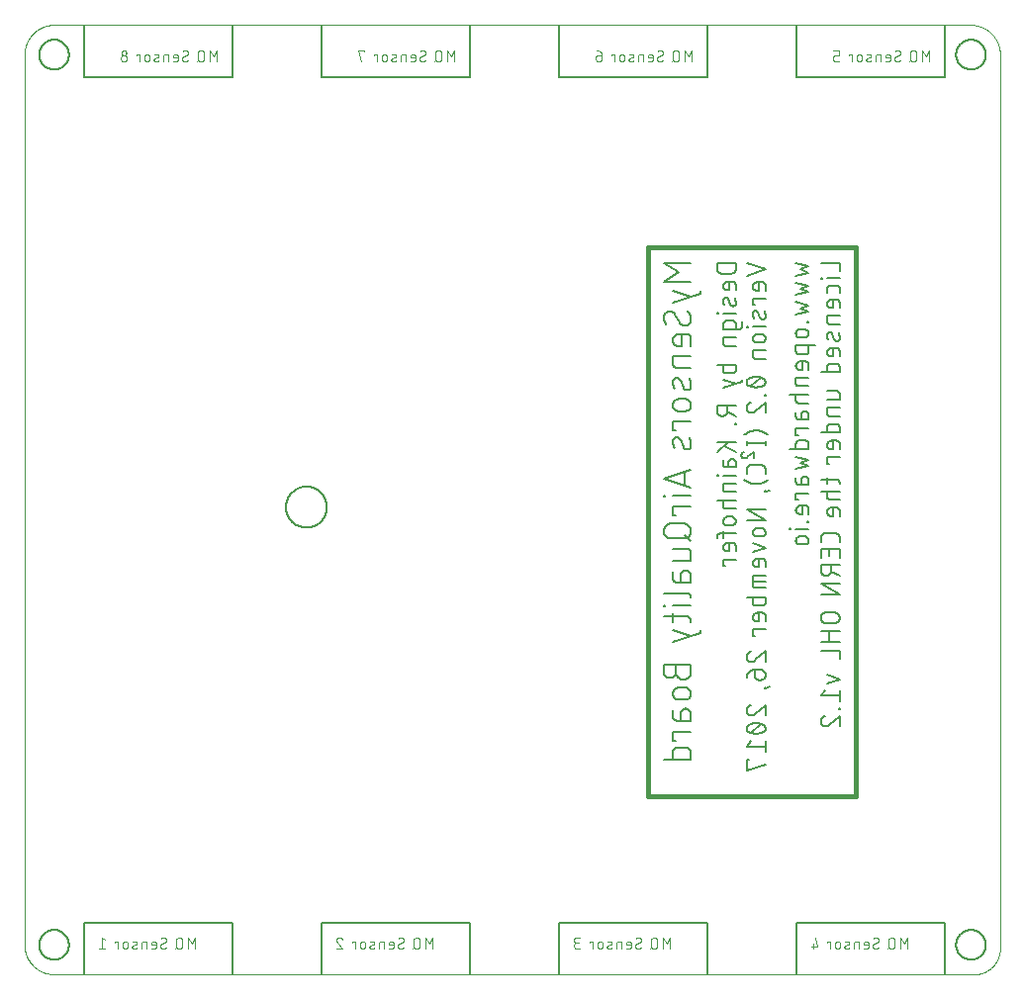
<source format=gbo>
G75*
%MOIN*%
%OFA0B0*%
%FSLAX25Y25*%
%IPPOS*%
%LPD*%
%AMOC8*
5,1,8,0,0,1.08239X$1,22.5*
%
%ADD10C,0.00000*%
%ADD11C,0.00600*%
%ADD12C,0.00800*%
%ADD13C,0.01600*%
%ADD14C,0.00300*%
D10*
X0013520Y0011600D02*
X0013520Y0311561D01*
X0013523Y0311803D01*
X0013532Y0312044D01*
X0013546Y0312285D01*
X0013567Y0312526D01*
X0013593Y0312766D01*
X0013625Y0313006D01*
X0013663Y0313245D01*
X0013706Y0313482D01*
X0013756Y0313719D01*
X0013811Y0313954D01*
X0013871Y0314188D01*
X0013938Y0314420D01*
X0014009Y0314651D01*
X0014087Y0314880D01*
X0014170Y0315107D01*
X0014258Y0315332D01*
X0014352Y0315555D01*
X0014451Y0315775D01*
X0014556Y0315993D01*
X0014665Y0316208D01*
X0014780Y0316421D01*
X0014900Y0316631D01*
X0015025Y0316837D01*
X0015155Y0317041D01*
X0015290Y0317242D01*
X0015430Y0317439D01*
X0015574Y0317633D01*
X0015723Y0317823D01*
X0015877Y0318009D01*
X0016035Y0318192D01*
X0016197Y0318371D01*
X0016364Y0318546D01*
X0016535Y0318717D01*
X0016710Y0318884D01*
X0016889Y0319046D01*
X0017072Y0319204D01*
X0017258Y0319358D01*
X0017448Y0319507D01*
X0017642Y0319651D01*
X0017839Y0319791D01*
X0018040Y0319926D01*
X0018244Y0320056D01*
X0018450Y0320181D01*
X0018660Y0320301D01*
X0018873Y0320416D01*
X0019088Y0320525D01*
X0019306Y0320630D01*
X0019526Y0320729D01*
X0019749Y0320823D01*
X0019974Y0320911D01*
X0020201Y0320994D01*
X0020430Y0321072D01*
X0020661Y0321143D01*
X0020893Y0321210D01*
X0021127Y0321270D01*
X0021362Y0321325D01*
X0021599Y0321375D01*
X0021836Y0321418D01*
X0022075Y0321456D01*
X0022315Y0321488D01*
X0022555Y0321514D01*
X0022796Y0321535D01*
X0023037Y0321549D01*
X0023278Y0321558D01*
X0023520Y0321561D01*
X0332260Y0321561D01*
X0332501Y0321558D01*
X0332741Y0321549D01*
X0332982Y0321535D01*
X0333221Y0321514D01*
X0333461Y0321488D01*
X0333699Y0321456D01*
X0333937Y0321419D01*
X0334174Y0321375D01*
X0334409Y0321326D01*
X0334644Y0321272D01*
X0334877Y0321211D01*
X0335108Y0321145D01*
X0335338Y0321073D01*
X0335566Y0320996D01*
X0335792Y0320914D01*
X0336016Y0320826D01*
X0336238Y0320732D01*
X0336458Y0320633D01*
X0336675Y0320529D01*
X0336889Y0320420D01*
X0337101Y0320306D01*
X0337310Y0320186D01*
X0337516Y0320062D01*
X0337719Y0319932D01*
X0337918Y0319798D01*
X0338115Y0319659D01*
X0338308Y0319515D01*
X0338497Y0319366D01*
X0338683Y0319213D01*
X0338865Y0319056D01*
X0339044Y0318894D01*
X0339218Y0318728D01*
X0339388Y0318558D01*
X0339554Y0318384D01*
X0339716Y0318205D01*
X0339873Y0318023D01*
X0340026Y0317837D01*
X0340175Y0317648D01*
X0340319Y0317455D01*
X0340458Y0317258D01*
X0340592Y0317059D01*
X0340722Y0316856D01*
X0340846Y0316650D01*
X0340966Y0316441D01*
X0341080Y0316229D01*
X0341189Y0316015D01*
X0341293Y0315798D01*
X0341392Y0315578D01*
X0341486Y0315356D01*
X0341574Y0315132D01*
X0341656Y0314906D01*
X0341733Y0314678D01*
X0341805Y0314448D01*
X0341871Y0314217D01*
X0341932Y0313984D01*
X0341986Y0313749D01*
X0342035Y0313514D01*
X0342079Y0313277D01*
X0342116Y0313039D01*
X0342148Y0312801D01*
X0342174Y0312561D01*
X0342195Y0312322D01*
X0342209Y0312081D01*
X0342218Y0311841D01*
X0342221Y0311600D01*
X0342220Y0311600D02*
X0342220Y0010301D01*
X0342221Y0010301D02*
X0342218Y0010091D01*
X0342211Y0009881D01*
X0342198Y0009671D01*
X0342180Y0009461D01*
X0342158Y0009252D01*
X0342130Y0009044D01*
X0342097Y0008836D01*
X0342059Y0008629D01*
X0342016Y0008423D01*
X0341968Y0008219D01*
X0341915Y0008015D01*
X0341858Y0007813D01*
X0341795Y0007612D01*
X0341728Y0007413D01*
X0341656Y0007216D01*
X0341579Y0007020D01*
X0341497Y0006826D01*
X0341411Y0006634D01*
X0341320Y0006445D01*
X0341224Y0006257D01*
X0341124Y0006072D01*
X0341020Y0005890D01*
X0340911Y0005710D01*
X0340798Y0005533D01*
X0340681Y0005358D01*
X0340559Y0005187D01*
X0340434Y0005018D01*
X0340304Y0004853D01*
X0340170Y0004690D01*
X0340033Y0004531D01*
X0339891Y0004375D01*
X0339746Y0004223D01*
X0339598Y0004075D01*
X0339446Y0003930D01*
X0339290Y0003788D01*
X0339131Y0003651D01*
X0338968Y0003517D01*
X0338803Y0003387D01*
X0338634Y0003262D01*
X0338463Y0003140D01*
X0338288Y0003023D01*
X0338111Y0002910D01*
X0337931Y0002801D01*
X0337749Y0002697D01*
X0337564Y0002597D01*
X0337376Y0002501D01*
X0337187Y0002410D01*
X0336995Y0002324D01*
X0336801Y0002242D01*
X0336605Y0002165D01*
X0336408Y0002093D01*
X0336209Y0002026D01*
X0336008Y0001963D01*
X0335806Y0001906D01*
X0335602Y0001853D01*
X0335398Y0001805D01*
X0335192Y0001762D01*
X0334985Y0001724D01*
X0334777Y0001691D01*
X0334569Y0001663D01*
X0334360Y0001641D01*
X0334150Y0001623D01*
X0333940Y0001610D01*
X0333730Y0001603D01*
X0333520Y0001600D01*
X0023520Y0001600D01*
X0023278Y0001603D01*
X0023037Y0001612D01*
X0022796Y0001626D01*
X0022555Y0001647D01*
X0022315Y0001673D01*
X0022075Y0001705D01*
X0021836Y0001743D01*
X0021599Y0001786D01*
X0021362Y0001836D01*
X0021127Y0001891D01*
X0020893Y0001951D01*
X0020661Y0002018D01*
X0020430Y0002089D01*
X0020201Y0002167D01*
X0019974Y0002250D01*
X0019749Y0002338D01*
X0019526Y0002432D01*
X0019306Y0002531D01*
X0019088Y0002636D01*
X0018873Y0002745D01*
X0018660Y0002860D01*
X0018450Y0002980D01*
X0018244Y0003105D01*
X0018040Y0003235D01*
X0017839Y0003370D01*
X0017642Y0003510D01*
X0017448Y0003654D01*
X0017258Y0003803D01*
X0017072Y0003957D01*
X0016889Y0004115D01*
X0016710Y0004277D01*
X0016535Y0004444D01*
X0016364Y0004615D01*
X0016197Y0004790D01*
X0016035Y0004969D01*
X0015877Y0005152D01*
X0015723Y0005338D01*
X0015574Y0005528D01*
X0015430Y0005722D01*
X0015290Y0005919D01*
X0015155Y0006120D01*
X0015025Y0006324D01*
X0014900Y0006530D01*
X0014780Y0006740D01*
X0014665Y0006953D01*
X0014556Y0007168D01*
X0014451Y0007386D01*
X0014352Y0007606D01*
X0014258Y0007829D01*
X0014170Y0008054D01*
X0014087Y0008281D01*
X0014009Y0008510D01*
X0013938Y0008741D01*
X0013871Y0008973D01*
X0013811Y0009207D01*
X0013756Y0009442D01*
X0013706Y0009679D01*
X0013663Y0009916D01*
X0013625Y0010155D01*
X0013593Y0010395D01*
X0013567Y0010635D01*
X0013546Y0010876D01*
X0013532Y0011117D01*
X0013523Y0011358D01*
X0013520Y0011600D01*
D11*
X0018520Y0011600D02*
X0018522Y0011741D01*
X0018528Y0011882D01*
X0018538Y0012022D01*
X0018552Y0012162D01*
X0018570Y0012302D01*
X0018591Y0012441D01*
X0018617Y0012580D01*
X0018646Y0012718D01*
X0018680Y0012854D01*
X0018717Y0012990D01*
X0018758Y0013125D01*
X0018803Y0013259D01*
X0018852Y0013391D01*
X0018904Y0013522D01*
X0018960Y0013651D01*
X0019020Y0013778D01*
X0019083Y0013904D01*
X0019149Y0014028D01*
X0019220Y0014151D01*
X0019293Y0014271D01*
X0019370Y0014389D01*
X0019450Y0014505D01*
X0019534Y0014618D01*
X0019620Y0014729D01*
X0019710Y0014838D01*
X0019803Y0014944D01*
X0019898Y0015047D01*
X0019997Y0015148D01*
X0020098Y0015246D01*
X0020202Y0015341D01*
X0020309Y0015433D01*
X0020418Y0015522D01*
X0020530Y0015607D01*
X0020644Y0015690D01*
X0020760Y0015770D01*
X0020879Y0015846D01*
X0021000Y0015918D01*
X0021122Y0015988D01*
X0021247Y0016053D01*
X0021373Y0016116D01*
X0021501Y0016174D01*
X0021631Y0016229D01*
X0021762Y0016281D01*
X0021895Y0016328D01*
X0022029Y0016372D01*
X0022164Y0016413D01*
X0022300Y0016449D01*
X0022437Y0016481D01*
X0022575Y0016510D01*
X0022713Y0016535D01*
X0022853Y0016555D01*
X0022993Y0016572D01*
X0023133Y0016585D01*
X0023274Y0016594D01*
X0023414Y0016599D01*
X0023555Y0016600D01*
X0023696Y0016597D01*
X0023837Y0016590D01*
X0023977Y0016579D01*
X0024117Y0016564D01*
X0024257Y0016545D01*
X0024396Y0016523D01*
X0024534Y0016496D01*
X0024672Y0016466D01*
X0024808Y0016431D01*
X0024944Y0016393D01*
X0025078Y0016351D01*
X0025212Y0016305D01*
X0025344Y0016256D01*
X0025474Y0016202D01*
X0025603Y0016145D01*
X0025730Y0016085D01*
X0025856Y0016021D01*
X0025979Y0015953D01*
X0026101Y0015882D01*
X0026221Y0015808D01*
X0026338Y0015730D01*
X0026453Y0015649D01*
X0026566Y0015565D01*
X0026677Y0015478D01*
X0026785Y0015387D01*
X0026890Y0015294D01*
X0026993Y0015197D01*
X0027093Y0015098D01*
X0027190Y0014996D01*
X0027284Y0014891D01*
X0027375Y0014784D01*
X0027463Y0014674D01*
X0027548Y0014562D01*
X0027630Y0014447D01*
X0027709Y0014330D01*
X0027784Y0014211D01*
X0027856Y0014090D01*
X0027924Y0013967D01*
X0027989Y0013842D01*
X0028051Y0013715D01*
X0028108Y0013586D01*
X0028163Y0013456D01*
X0028213Y0013325D01*
X0028260Y0013192D01*
X0028303Y0013058D01*
X0028342Y0012922D01*
X0028377Y0012786D01*
X0028409Y0012649D01*
X0028436Y0012511D01*
X0028460Y0012372D01*
X0028480Y0012232D01*
X0028496Y0012092D01*
X0028508Y0011952D01*
X0028516Y0011811D01*
X0028520Y0011670D01*
X0028520Y0011530D01*
X0028516Y0011389D01*
X0028508Y0011248D01*
X0028496Y0011108D01*
X0028480Y0010968D01*
X0028460Y0010828D01*
X0028436Y0010689D01*
X0028409Y0010551D01*
X0028377Y0010414D01*
X0028342Y0010278D01*
X0028303Y0010142D01*
X0028260Y0010008D01*
X0028213Y0009875D01*
X0028163Y0009744D01*
X0028108Y0009614D01*
X0028051Y0009485D01*
X0027989Y0009358D01*
X0027924Y0009233D01*
X0027856Y0009110D01*
X0027784Y0008989D01*
X0027709Y0008870D01*
X0027630Y0008753D01*
X0027548Y0008638D01*
X0027463Y0008526D01*
X0027375Y0008416D01*
X0027284Y0008309D01*
X0027190Y0008204D01*
X0027093Y0008102D01*
X0026993Y0008003D01*
X0026890Y0007906D01*
X0026785Y0007813D01*
X0026677Y0007722D01*
X0026566Y0007635D01*
X0026453Y0007551D01*
X0026338Y0007470D01*
X0026221Y0007392D01*
X0026101Y0007318D01*
X0025979Y0007247D01*
X0025856Y0007179D01*
X0025730Y0007115D01*
X0025603Y0007055D01*
X0025474Y0006998D01*
X0025344Y0006944D01*
X0025212Y0006895D01*
X0025078Y0006849D01*
X0024944Y0006807D01*
X0024808Y0006769D01*
X0024672Y0006734D01*
X0024534Y0006704D01*
X0024396Y0006677D01*
X0024257Y0006655D01*
X0024117Y0006636D01*
X0023977Y0006621D01*
X0023837Y0006610D01*
X0023696Y0006603D01*
X0023555Y0006600D01*
X0023414Y0006601D01*
X0023274Y0006606D01*
X0023133Y0006615D01*
X0022993Y0006628D01*
X0022853Y0006645D01*
X0022713Y0006665D01*
X0022575Y0006690D01*
X0022437Y0006719D01*
X0022300Y0006751D01*
X0022164Y0006787D01*
X0022029Y0006828D01*
X0021895Y0006872D01*
X0021762Y0006919D01*
X0021631Y0006971D01*
X0021501Y0007026D01*
X0021373Y0007084D01*
X0021247Y0007147D01*
X0021122Y0007212D01*
X0021000Y0007282D01*
X0020879Y0007354D01*
X0020760Y0007430D01*
X0020644Y0007510D01*
X0020530Y0007593D01*
X0020418Y0007678D01*
X0020309Y0007767D01*
X0020202Y0007859D01*
X0020098Y0007954D01*
X0019997Y0008052D01*
X0019898Y0008153D01*
X0019803Y0008256D01*
X0019710Y0008362D01*
X0019620Y0008471D01*
X0019534Y0008582D01*
X0019450Y0008695D01*
X0019370Y0008811D01*
X0019293Y0008929D01*
X0019220Y0009049D01*
X0019149Y0009172D01*
X0019083Y0009296D01*
X0019020Y0009422D01*
X0018960Y0009549D01*
X0018904Y0009678D01*
X0018852Y0009809D01*
X0018803Y0009941D01*
X0018758Y0010075D01*
X0018717Y0010210D01*
X0018680Y0010346D01*
X0018646Y0010482D01*
X0018617Y0010620D01*
X0018591Y0010759D01*
X0018570Y0010898D01*
X0018552Y0011038D01*
X0018538Y0011178D01*
X0018528Y0011318D01*
X0018522Y0011459D01*
X0018520Y0011600D01*
X0033520Y0019100D02*
X0033520Y0001600D01*
X0033520Y0019100D02*
X0083520Y0019100D01*
X0083520Y0001600D01*
X0113520Y0001600D02*
X0113520Y0019100D01*
X0163520Y0019100D01*
X0163520Y0001600D01*
X0193520Y0001600D02*
X0193520Y0019100D01*
X0243520Y0019100D01*
X0243520Y0001600D01*
X0273520Y0001600D02*
X0273520Y0019100D01*
X0323520Y0019100D01*
X0323520Y0001600D01*
X0327417Y0011600D02*
X0327419Y0011741D01*
X0327425Y0011882D01*
X0327435Y0012022D01*
X0327449Y0012162D01*
X0327467Y0012302D01*
X0327488Y0012441D01*
X0327514Y0012580D01*
X0327543Y0012718D01*
X0327577Y0012854D01*
X0327614Y0012990D01*
X0327655Y0013125D01*
X0327700Y0013259D01*
X0327749Y0013391D01*
X0327801Y0013522D01*
X0327857Y0013651D01*
X0327917Y0013778D01*
X0327980Y0013904D01*
X0328046Y0014028D01*
X0328117Y0014151D01*
X0328190Y0014271D01*
X0328267Y0014389D01*
X0328347Y0014505D01*
X0328431Y0014618D01*
X0328517Y0014729D01*
X0328607Y0014838D01*
X0328700Y0014944D01*
X0328795Y0015047D01*
X0328894Y0015148D01*
X0328995Y0015246D01*
X0329099Y0015341D01*
X0329206Y0015433D01*
X0329315Y0015522D01*
X0329427Y0015607D01*
X0329541Y0015690D01*
X0329657Y0015770D01*
X0329776Y0015846D01*
X0329897Y0015918D01*
X0330019Y0015988D01*
X0330144Y0016053D01*
X0330270Y0016116D01*
X0330398Y0016174D01*
X0330528Y0016229D01*
X0330659Y0016281D01*
X0330792Y0016328D01*
X0330926Y0016372D01*
X0331061Y0016413D01*
X0331197Y0016449D01*
X0331334Y0016481D01*
X0331472Y0016510D01*
X0331610Y0016535D01*
X0331750Y0016555D01*
X0331890Y0016572D01*
X0332030Y0016585D01*
X0332171Y0016594D01*
X0332311Y0016599D01*
X0332452Y0016600D01*
X0332593Y0016597D01*
X0332734Y0016590D01*
X0332874Y0016579D01*
X0333014Y0016564D01*
X0333154Y0016545D01*
X0333293Y0016523D01*
X0333431Y0016496D01*
X0333569Y0016466D01*
X0333705Y0016431D01*
X0333841Y0016393D01*
X0333975Y0016351D01*
X0334109Y0016305D01*
X0334241Y0016256D01*
X0334371Y0016202D01*
X0334500Y0016145D01*
X0334627Y0016085D01*
X0334753Y0016021D01*
X0334876Y0015953D01*
X0334998Y0015882D01*
X0335118Y0015808D01*
X0335235Y0015730D01*
X0335350Y0015649D01*
X0335463Y0015565D01*
X0335574Y0015478D01*
X0335682Y0015387D01*
X0335787Y0015294D01*
X0335890Y0015197D01*
X0335990Y0015098D01*
X0336087Y0014996D01*
X0336181Y0014891D01*
X0336272Y0014784D01*
X0336360Y0014674D01*
X0336445Y0014562D01*
X0336527Y0014447D01*
X0336606Y0014330D01*
X0336681Y0014211D01*
X0336753Y0014090D01*
X0336821Y0013967D01*
X0336886Y0013842D01*
X0336948Y0013715D01*
X0337005Y0013586D01*
X0337060Y0013456D01*
X0337110Y0013325D01*
X0337157Y0013192D01*
X0337200Y0013058D01*
X0337239Y0012922D01*
X0337274Y0012786D01*
X0337306Y0012649D01*
X0337333Y0012511D01*
X0337357Y0012372D01*
X0337377Y0012232D01*
X0337393Y0012092D01*
X0337405Y0011952D01*
X0337413Y0011811D01*
X0337417Y0011670D01*
X0337417Y0011530D01*
X0337413Y0011389D01*
X0337405Y0011248D01*
X0337393Y0011108D01*
X0337377Y0010968D01*
X0337357Y0010828D01*
X0337333Y0010689D01*
X0337306Y0010551D01*
X0337274Y0010414D01*
X0337239Y0010278D01*
X0337200Y0010142D01*
X0337157Y0010008D01*
X0337110Y0009875D01*
X0337060Y0009744D01*
X0337005Y0009614D01*
X0336948Y0009485D01*
X0336886Y0009358D01*
X0336821Y0009233D01*
X0336753Y0009110D01*
X0336681Y0008989D01*
X0336606Y0008870D01*
X0336527Y0008753D01*
X0336445Y0008638D01*
X0336360Y0008526D01*
X0336272Y0008416D01*
X0336181Y0008309D01*
X0336087Y0008204D01*
X0335990Y0008102D01*
X0335890Y0008003D01*
X0335787Y0007906D01*
X0335682Y0007813D01*
X0335574Y0007722D01*
X0335463Y0007635D01*
X0335350Y0007551D01*
X0335235Y0007470D01*
X0335118Y0007392D01*
X0334998Y0007318D01*
X0334876Y0007247D01*
X0334753Y0007179D01*
X0334627Y0007115D01*
X0334500Y0007055D01*
X0334371Y0006998D01*
X0334241Y0006944D01*
X0334109Y0006895D01*
X0333975Y0006849D01*
X0333841Y0006807D01*
X0333705Y0006769D01*
X0333569Y0006734D01*
X0333431Y0006704D01*
X0333293Y0006677D01*
X0333154Y0006655D01*
X0333014Y0006636D01*
X0332874Y0006621D01*
X0332734Y0006610D01*
X0332593Y0006603D01*
X0332452Y0006600D01*
X0332311Y0006601D01*
X0332171Y0006606D01*
X0332030Y0006615D01*
X0331890Y0006628D01*
X0331750Y0006645D01*
X0331610Y0006665D01*
X0331472Y0006690D01*
X0331334Y0006719D01*
X0331197Y0006751D01*
X0331061Y0006787D01*
X0330926Y0006828D01*
X0330792Y0006872D01*
X0330659Y0006919D01*
X0330528Y0006971D01*
X0330398Y0007026D01*
X0330270Y0007084D01*
X0330144Y0007147D01*
X0330019Y0007212D01*
X0329897Y0007282D01*
X0329776Y0007354D01*
X0329657Y0007430D01*
X0329541Y0007510D01*
X0329427Y0007593D01*
X0329315Y0007678D01*
X0329206Y0007767D01*
X0329099Y0007859D01*
X0328995Y0007954D01*
X0328894Y0008052D01*
X0328795Y0008153D01*
X0328700Y0008256D01*
X0328607Y0008362D01*
X0328517Y0008471D01*
X0328431Y0008582D01*
X0328347Y0008695D01*
X0328267Y0008811D01*
X0328190Y0008929D01*
X0328117Y0009049D01*
X0328046Y0009172D01*
X0327980Y0009296D01*
X0327917Y0009422D01*
X0327857Y0009549D01*
X0327801Y0009678D01*
X0327749Y0009809D01*
X0327700Y0009941D01*
X0327655Y0010075D01*
X0327614Y0010210D01*
X0327577Y0010346D01*
X0327543Y0010482D01*
X0327514Y0010620D01*
X0327488Y0010759D01*
X0327467Y0010898D01*
X0327449Y0011038D01*
X0327435Y0011178D01*
X0327425Y0011318D01*
X0327419Y0011459D01*
X0327417Y0011600D01*
X0263220Y0072188D02*
X0256820Y0070410D01*
X0256820Y0073965D01*
X0257531Y0073965D01*
X0256820Y0078342D02*
X0263220Y0078342D01*
X0263220Y0080119D02*
X0263220Y0076564D01*
X0262331Y0085740D02*
X0262204Y0085800D01*
X0262075Y0085856D01*
X0261945Y0085909D01*
X0261813Y0085959D01*
X0261680Y0086005D01*
X0261546Y0086047D01*
X0261411Y0086086D01*
X0261274Y0086122D01*
X0261137Y0086153D01*
X0260999Y0086181D01*
X0260861Y0086206D01*
X0260722Y0086226D01*
X0260582Y0086243D01*
X0260442Y0086256D01*
X0260301Y0086265D01*
X0260161Y0086271D01*
X0260020Y0086273D01*
X0260020Y0082718D02*
X0259879Y0082720D01*
X0259739Y0082726D01*
X0259598Y0082735D01*
X0259458Y0082748D01*
X0259318Y0082765D01*
X0259179Y0082785D01*
X0259041Y0082810D01*
X0258903Y0082838D01*
X0258766Y0082869D01*
X0258629Y0082905D01*
X0258494Y0082944D01*
X0258360Y0082986D01*
X0258227Y0083032D01*
X0258095Y0083082D01*
X0257965Y0083135D01*
X0257836Y0083191D01*
X0257709Y0083251D01*
X0258242Y0083073D02*
X0261797Y0085918D01*
X0263220Y0084496D02*
X0263218Y0084425D01*
X0263212Y0084354D01*
X0263203Y0084284D01*
X0263189Y0084214D01*
X0263172Y0084145D01*
X0263152Y0084078D01*
X0263127Y0084011D01*
X0263099Y0083946D01*
X0263068Y0083882D01*
X0263033Y0083820D01*
X0262995Y0083760D01*
X0262954Y0083703D01*
X0262910Y0083647D01*
X0262862Y0083594D01*
X0262812Y0083544D01*
X0262760Y0083496D01*
X0262705Y0083451D01*
X0262647Y0083410D01*
X0262587Y0083371D01*
X0262526Y0083336D01*
X0262462Y0083304D01*
X0262397Y0083276D01*
X0262331Y0083251D01*
X0263220Y0084496D02*
X0263218Y0084567D01*
X0263212Y0084638D01*
X0263203Y0084708D01*
X0263189Y0084778D01*
X0263172Y0084847D01*
X0263152Y0084914D01*
X0263127Y0084981D01*
X0263099Y0085046D01*
X0263068Y0085110D01*
X0263033Y0085172D01*
X0262995Y0085232D01*
X0262954Y0085290D01*
X0262910Y0085345D01*
X0262862Y0085398D01*
X0262812Y0085448D01*
X0262760Y0085496D01*
X0262705Y0085541D01*
X0262647Y0085582D01*
X0262587Y0085621D01*
X0262526Y0085656D01*
X0262462Y0085688D01*
X0262397Y0085716D01*
X0262331Y0085741D01*
X0262331Y0083251D02*
X0262204Y0083191D01*
X0262075Y0083135D01*
X0261945Y0083082D01*
X0261813Y0083032D01*
X0261680Y0082986D01*
X0261546Y0082944D01*
X0261411Y0082905D01*
X0261274Y0082869D01*
X0261137Y0082838D01*
X0260999Y0082810D01*
X0260861Y0082785D01*
X0260722Y0082765D01*
X0260582Y0082748D01*
X0260442Y0082735D01*
X0260301Y0082726D01*
X0260161Y0082720D01*
X0260020Y0082718D01*
X0260020Y0086273D02*
X0259879Y0086271D01*
X0259739Y0086265D01*
X0259598Y0086256D01*
X0259458Y0086243D01*
X0259318Y0086226D01*
X0259179Y0086206D01*
X0259041Y0086181D01*
X0258903Y0086153D01*
X0258766Y0086122D01*
X0258629Y0086086D01*
X0258494Y0086047D01*
X0258360Y0086005D01*
X0258227Y0085959D01*
X0258095Y0085909D01*
X0257965Y0085856D01*
X0257836Y0085800D01*
X0257709Y0085740D01*
X0257708Y0085741D02*
X0257642Y0085716D01*
X0257577Y0085688D01*
X0257513Y0085656D01*
X0257452Y0085621D01*
X0257392Y0085582D01*
X0257334Y0085541D01*
X0257279Y0085496D01*
X0257227Y0085448D01*
X0257177Y0085398D01*
X0257129Y0085345D01*
X0257085Y0085290D01*
X0257044Y0085232D01*
X0257006Y0085172D01*
X0256971Y0085110D01*
X0256940Y0085046D01*
X0256912Y0084981D01*
X0256887Y0084914D01*
X0256867Y0084847D01*
X0256850Y0084778D01*
X0256836Y0084708D01*
X0256827Y0084638D01*
X0256821Y0084567D01*
X0256819Y0084496D01*
X0256821Y0084425D01*
X0256827Y0084354D01*
X0256836Y0084284D01*
X0256850Y0084214D01*
X0256867Y0084145D01*
X0256887Y0084078D01*
X0256912Y0084011D01*
X0256940Y0083946D01*
X0256971Y0083882D01*
X0257006Y0083820D01*
X0257044Y0083760D01*
X0257085Y0083702D01*
X0257129Y0083647D01*
X0257177Y0083594D01*
X0257227Y0083544D01*
X0257279Y0083496D01*
X0257334Y0083451D01*
X0257392Y0083410D01*
X0257452Y0083371D01*
X0257513Y0083336D01*
X0257577Y0083304D01*
X0257642Y0083276D01*
X0257708Y0083251D01*
X0258242Y0080119D02*
X0256820Y0078342D01*
X0259664Y0089405D02*
X0263220Y0092427D01*
X0263220Y0088872D01*
X0258242Y0092428D02*
X0258157Y0092399D01*
X0258075Y0092366D01*
X0257993Y0092329D01*
X0257913Y0092289D01*
X0257836Y0092246D01*
X0257760Y0092199D01*
X0257686Y0092149D01*
X0257614Y0092096D01*
X0257545Y0092040D01*
X0257478Y0091981D01*
X0257414Y0091919D01*
X0257353Y0091854D01*
X0257294Y0091787D01*
X0257239Y0091717D01*
X0257186Y0091645D01*
X0257137Y0091571D01*
X0257091Y0091494D01*
X0257049Y0091416D01*
X0257009Y0091336D01*
X0256974Y0091254D01*
X0256941Y0091171D01*
X0256913Y0091087D01*
X0256888Y0091001D01*
X0256867Y0090914D01*
X0256850Y0090827D01*
X0256836Y0090739D01*
X0256827Y0090650D01*
X0256821Y0090561D01*
X0256819Y0090472D01*
X0256820Y0090472D02*
X0256822Y0090393D01*
X0256828Y0090315D01*
X0256837Y0090237D01*
X0256851Y0090160D01*
X0256868Y0090083D01*
X0256889Y0090008D01*
X0256914Y0089933D01*
X0256942Y0089860D01*
X0256974Y0089788D01*
X0257009Y0089718D01*
X0257048Y0089649D01*
X0257090Y0089583D01*
X0257135Y0089519D01*
X0257183Y0089457D01*
X0257234Y0089398D01*
X0257289Y0089341D01*
X0257346Y0089286D01*
X0257405Y0089235D01*
X0257467Y0089187D01*
X0257531Y0089142D01*
X0257597Y0089100D01*
X0257666Y0089061D01*
X0257736Y0089026D01*
X0257808Y0088994D01*
X0257881Y0088966D01*
X0257956Y0088941D01*
X0258031Y0088920D01*
X0258108Y0088903D01*
X0258185Y0088889D01*
X0258263Y0088880D01*
X0258341Y0088874D01*
X0258420Y0088872D01*
X0258420Y0088871D02*
X0258502Y0088873D01*
X0258584Y0088879D01*
X0258665Y0088889D01*
X0258746Y0088902D01*
X0258826Y0088920D01*
X0258905Y0088941D01*
X0258983Y0088966D01*
X0259059Y0088994D01*
X0259135Y0089027D01*
X0259208Y0089062D01*
X0259280Y0089102D01*
X0259350Y0089144D01*
X0259418Y0089190D01*
X0259483Y0089239D01*
X0259546Y0089291D01*
X0259607Y0089347D01*
X0259665Y0089404D01*
X0262864Y0098083D02*
X0263220Y0098083D01*
X0264642Y0098616D01*
X0263220Y0098438D02*
X0262864Y0098438D01*
X0262864Y0098083D01*
X0263220Y0098083D02*
X0263220Y0098438D01*
X0261442Y0100770D02*
X0261086Y0100770D01*
X0261012Y0100772D01*
X0260937Y0100778D01*
X0260864Y0100788D01*
X0260790Y0100801D01*
X0260718Y0100818D01*
X0260647Y0100840D01*
X0260576Y0100864D01*
X0260508Y0100893D01*
X0260440Y0100925D01*
X0260375Y0100961D01*
X0260312Y0100999D01*
X0260250Y0101042D01*
X0260191Y0101087D01*
X0260134Y0101135D01*
X0260080Y0101186D01*
X0260029Y0101240D01*
X0259981Y0101297D01*
X0259936Y0101356D01*
X0259893Y0101418D01*
X0259855Y0101481D01*
X0259819Y0101546D01*
X0259787Y0101614D01*
X0259758Y0101682D01*
X0259734Y0101753D01*
X0259712Y0101824D01*
X0259695Y0101896D01*
X0259682Y0101970D01*
X0259672Y0102043D01*
X0259666Y0102118D01*
X0259664Y0102192D01*
X0259664Y0104325D01*
X0261442Y0104325D01*
X0261525Y0104323D01*
X0261608Y0104317D01*
X0261691Y0104307D01*
X0261774Y0104294D01*
X0261855Y0104276D01*
X0261936Y0104255D01*
X0262015Y0104230D01*
X0262093Y0104201D01*
X0262170Y0104169D01*
X0262245Y0104133D01*
X0262319Y0104094D01*
X0262390Y0104051D01*
X0262460Y0104005D01*
X0262527Y0103955D01*
X0262592Y0103903D01*
X0262654Y0103848D01*
X0262714Y0103789D01*
X0262771Y0103728D01*
X0262825Y0103665D01*
X0262876Y0103599D01*
X0262923Y0103530D01*
X0262968Y0103460D01*
X0263009Y0103387D01*
X0263046Y0103313D01*
X0263081Y0103237D01*
X0263111Y0103159D01*
X0263138Y0103081D01*
X0263161Y0103000D01*
X0263181Y0102919D01*
X0263196Y0102837D01*
X0263208Y0102755D01*
X0263216Y0102672D01*
X0263220Y0102589D01*
X0263220Y0102505D01*
X0263216Y0102422D01*
X0263208Y0102339D01*
X0263196Y0102257D01*
X0263181Y0102175D01*
X0263161Y0102094D01*
X0263138Y0102013D01*
X0263111Y0101935D01*
X0263081Y0101857D01*
X0263046Y0101781D01*
X0263009Y0101707D01*
X0262968Y0101634D01*
X0262923Y0101564D01*
X0262876Y0101495D01*
X0262825Y0101429D01*
X0262771Y0101366D01*
X0262714Y0101305D01*
X0262654Y0101246D01*
X0262592Y0101191D01*
X0262527Y0101139D01*
X0262460Y0101089D01*
X0262390Y0101043D01*
X0262319Y0101000D01*
X0262245Y0100961D01*
X0262170Y0100925D01*
X0262093Y0100893D01*
X0262015Y0100864D01*
X0261936Y0100839D01*
X0261855Y0100818D01*
X0261774Y0100800D01*
X0261691Y0100787D01*
X0261608Y0100777D01*
X0261525Y0100771D01*
X0261442Y0100769D01*
X0259664Y0104325D02*
X0259558Y0104323D01*
X0259451Y0104317D01*
X0259346Y0104307D01*
X0259240Y0104293D01*
X0259135Y0104275D01*
X0259031Y0104254D01*
X0258928Y0104228D01*
X0258826Y0104199D01*
X0258725Y0104165D01*
X0258625Y0104128D01*
X0258527Y0104088D01*
X0258430Y0104043D01*
X0258335Y0103995D01*
X0258242Y0103944D01*
X0258151Y0103889D01*
X0258062Y0103831D01*
X0257975Y0103769D01*
X0257891Y0103705D01*
X0257809Y0103637D01*
X0257730Y0103566D01*
X0257653Y0103492D01*
X0257579Y0103415D01*
X0257508Y0103336D01*
X0257440Y0103254D01*
X0257376Y0103170D01*
X0257314Y0103083D01*
X0257256Y0102994D01*
X0257201Y0102903D01*
X0257150Y0102810D01*
X0257102Y0102715D01*
X0257057Y0102618D01*
X0257017Y0102520D01*
X0256980Y0102420D01*
X0256946Y0102319D01*
X0256917Y0102217D01*
X0256891Y0102114D01*
X0256870Y0102010D01*
X0256852Y0101905D01*
X0256838Y0101799D01*
X0256828Y0101694D01*
X0256822Y0101587D01*
X0256820Y0101481D01*
X0259664Y0107457D02*
X0263220Y0110479D01*
X0263220Y0106924D01*
X0258242Y0110480D02*
X0258157Y0110451D01*
X0258075Y0110418D01*
X0257993Y0110381D01*
X0257913Y0110341D01*
X0257836Y0110298D01*
X0257760Y0110251D01*
X0257686Y0110201D01*
X0257614Y0110148D01*
X0257545Y0110092D01*
X0257478Y0110033D01*
X0257414Y0109971D01*
X0257353Y0109906D01*
X0257294Y0109839D01*
X0257239Y0109769D01*
X0257186Y0109697D01*
X0257137Y0109623D01*
X0257091Y0109546D01*
X0257049Y0109468D01*
X0257009Y0109388D01*
X0256974Y0109306D01*
X0256941Y0109223D01*
X0256913Y0109139D01*
X0256888Y0109053D01*
X0256867Y0108966D01*
X0256850Y0108879D01*
X0256836Y0108791D01*
X0256827Y0108702D01*
X0256821Y0108613D01*
X0256819Y0108524D01*
X0256820Y0108524D02*
X0256822Y0108445D01*
X0256828Y0108367D01*
X0256837Y0108289D01*
X0256851Y0108212D01*
X0256868Y0108135D01*
X0256889Y0108060D01*
X0256914Y0107985D01*
X0256942Y0107912D01*
X0256974Y0107840D01*
X0257009Y0107770D01*
X0257048Y0107701D01*
X0257090Y0107635D01*
X0257135Y0107571D01*
X0257183Y0107509D01*
X0257234Y0107450D01*
X0257289Y0107393D01*
X0257346Y0107338D01*
X0257405Y0107287D01*
X0257467Y0107239D01*
X0257531Y0107194D01*
X0257597Y0107152D01*
X0257666Y0107113D01*
X0257736Y0107078D01*
X0257808Y0107046D01*
X0257881Y0107018D01*
X0257956Y0106993D01*
X0258031Y0106972D01*
X0258108Y0106955D01*
X0258185Y0106941D01*
X0258263Y0106932D01*
X0258341Y0106926D01*
X0258420Y0106924D01*
X0258420Y0106923D02*
X0258502Y0106925D01*
X0258584Y0106931D01*
X0258665Y0106941D01*
X0258746Y0106954D01*
X0258826Y0106972D01*
X0258905Y0106993D01*
X0258983Y0107018D01*
X0259059Y0107046D01*
X0259135Y0107079D01*
X0259208Y0107114D01*
X0259280Y0107154D01*
X0259350Y0107196D01*
X0259418Y0107242D01*
X0259483Y0107291D01*
X0259546Y0107343D01*
X0259607Y0107399D01*
X0259665Y0107456D01*
X0259664Y0115752D02*
X0258953Y0115752D01*
X0258953Y0117885D01*
X0263220Y0117885D01*
X0263220Y0120613D02*
X0263220Y0122391D01*
X0263218Y0122455D01*
X0263212Y0122520D01*
X0263203Y0122583D01*
X0263189Y0122646D01*
X0263172Y0122708D01*
X0263151Y0122769D01*
X0263126Y0122829D01*
X0263098Y0122887D01*
X0263066Y0122943D01*
X0263031Y0122997D01*
X0262993Y0123049D01*
X0262952Y0123099D01*
X0262907Y0123145D01*
X0262861Y0123190D01*
X0262811Y0123231D01*
X0262759Y0123269D01*
X0262705Y0123304D01*
X0262649Y0123336D01*
X0262591Y0123364D01*
X0262531Y0123389D01*
X0262470Y0123410D01*
X0262408Y0123427D01*
X0262345Y0123441D01*
X0262282Y0123450D01*
X0262217Y0123456D01*
X0262153Y0123458D01*
X0262153Y0123457D02*
X0260375Y0123457D01*
X0261086Y0123457D02*
X0261086Y0120613D01*
X0260375Y0120613D01*
X0260301Y0120615D01*
X0260226Y0120621D01*
X0260153Y0120631D01*
X0260079Y0120644D01*
X0260007Y0120661D01*
X0259936Y0120683D01*
X0259865Y0120707D01*
X0259797Y0120736D01*
X0259729Y0120768D01*
X0259664Y0120804D01*
X0259601Y0120842D01*
X0259539Y0120885D01*
X0259480Y0120930D01*
X0259423Y0120978D01*
X0259369Y0121029D01*
X0259318Y0121083D01*
X0259270Y0121140D01*
X0259225Y0121199D01*
X0259182Y0121261D01*
X0259144Y0121324D01*
X0259108Y0121389D01*
X0259076Y0121457D01*
X0259047Y0121525D01*
X0259023Y0121596D01*
X0259001Y0121667D01*
X0258984Y0121739D01*
X0258971Y0121813D01*
X0258961Y0121886D01*
X0258955Y0121961D01*
X0258953Y0122035D01*
X0258955Y0122109D01*
X0258961Y0122184D01*
X0258971Y0122257D01*
X0258984Y0122331D01*
X0259001Y0122403D01*
X0259023Y0122474D01*
X0259047Y0122545D01*
X0259076Y0122613D01*
X0259108Y0122681D01*
X0259144Y0122746D01*
X0259182Y0122809D01*
X0259225Y0122871D01*
X0259270Y0122930D01*
X0259318Y0122987D01*
X0259369Y0123041D01*
X0259423Y0123092D01*
X0259480Y0123140D01*
X0259539Y0123185D01*
X0259601Y0123228D01*
X0259664Y0123266D01*
X0259729Y0123302D01*
X0259797Y0123334D01*
X0259865Y0123363D01*
X0259936Y0123387D01*
X0260007Y0123409D01*
X0260079Y0123426D01*
X0260153Y0123439D01*
X0260226Y0123449D01*
X0260301Y0123455D01*
X0260375Y0123457D01*
X0260020Y0125918D02*
X0262153Y0125918D01*
X0262153Y0125917D02*
X0262217Y0125919D01*
X0262282Y0125925D01*
X0262345Y0125934D01*
X0262408Y0125948D01*
X0262470Y0125965D01*
X0262531Y0125986D01*
X0262591Y0126011D01*
X0262649Y0126039D01*
X0262705Y0126071D01*
X0262759Y0126106D01*
X0262811Y0126144D01*
X0262861Y0126185D01*
X0262907Y0126230D01*
X0262952Y0126276D01*
X0262993Y0126326D01*
X0263031Y0126378D01*
X0263066Y0126432D01*
X0263098Y0126488D01*
X0263126Y0126546D01*
X0263151Y0126606D01*
X0263172Y0126667D01*
X0263189Y0126729D01*
X0263203Y0126792D01*
X0263212Y0126855D01*
X0263218Y0126920D01*
X0263220Y0126984D01*
X0263220Y0128762D01*
X0256820Y0128762D01*
X0258953Y0128762D02*
X0258953Y0126984D01*
X0258955Y0126920D01*
X0258961Y0126855D01*
X0258970Y0126792D01*
X0258984Y0126729D01*
X0259001Y0126667D01*
X0259022Y0126606D01*
X0259047Y0126546D01*
X0259075Y0126488D01*
X0259107Y0126432D01*
X0259142Y0126378D01*
X0259180Y0126326D01*
X0259221Y0126276D01*
X0259266Y0126230D01*
X0259312Y0126185D01*
X0259362Y0126144D01*
X0259414Y0126106D01*
X0259468Y0126071D01*
X0259524Y0126039D01*
X0259582Y0126011D01*
X0259642Y0125986D01*
X0259703Y0125965D01*
X0259765Y0125948D01*
X0259828Y0125934D01*
X0259891Y0125925D01*
X0259956Y0125919D01*
X0260020Y0125917D01*
X0260020Y0131800D02*
X0263220Y0131800D01*
X0263220Y0133933D02*
X0258953Y0133933D01*
X0258953Y0132866D02*
X0258953Y0136066D01*
X0263220Y0136066D01*
X0263220Y0138870D02*
X0263220Y0140648D01*
X0263218Y0140712D01*
X0263212Y0140777D01*
X0263203Y0140840D01*
X0263189Y0140903D01*
X0263172Y0140965D01*
X0263151Y0141026D01*
X0263126Y0141086D01*
X0263098Y0141144D01*
X0263066Y0141200D01*
X0263031Y0141254D01*
X0262993Y0141306D01*
X0262952Y0141356D01*
X0262907Y0141402D01*
X0262861Y0141447D01*
X0262811Y0141488D01*
X0262759Y0141526D01*
X0262705Y0141561D01*
X0262649Y0141593D01*
X0262591Y0141621D01*
X0262531Y0141646D01*
X0262470Y0141667D01*
X0262408Y0141684D01*
X0262345Y0141698D01*
X0262282Y0141707D01*
X0262217Y0141713D01*
X0262153Y0141715D01*
X0262153Y0141714D02*
X0260375Y0141714D01*
X0261086Y0141714D02*
X0261086Y0138870D01*
X0260375Y0138870D01*
X0260301Y0138872D01*
X0260226Y0138878D01*
X0260153Y0138888D01*
X0260079Y0138901D01*
X0260007Y0138918D01*
X0259936Y0138940D01*
X0259865Y0138964D01*
X0259797Y0138993D01*
X0259729Y0139025D01*
X0259664Y0139061D01*
X0259601Y0139099D01*
X0259539Y0139142D01*
X0259480Y0139187D01*
X0259423Y0139235D01*
X0259369Y0139286D01*
X0259318Y0139340D01*
X0259270Y0139397D01*
X0259225Y0139456D01*
X0259182Y0139518D01*
X0259144Y0139581D01*
X0259108Y0139646D01*
X0259076Y0139714D01*
X0259047Y0139782D01*
X0259023Y0139853D01*
X0259001Y0139924D01*
X0258984Y0139996D01*
X0258971Y0140070D01*
X0258961Y0140143D01*
X0258955Y0140218D01*
X0258953Y0140292D01*
X0258955Y0140366D01*
X0258961Y0140441D01*
X0258971Y0140514D01*
X0258984Y0140588D01*
X0259001Y0140660D01*
X0259023Y0140731D01*
X0259047Y0140802D01*
X0259076Y0140870D01*
X0259108Y0140938D01*
X0259144Y0141003D01*
X0259182Y0141066D01*
X0259225Y0141128D01*
X0259270Y0141187D01*
X0259318Y0141244D01*
X0259369Y0141298D01*
X0259423Y0141349D01*
X0259480Y0141397D01*
X0259539Y0141442D01*
X0259601Y0141485D01*
X0259664Y0141523D01*
X0259729Y0141559D01*
X0259797Y0141591D01*
X0259865Y0141620D01*
X0259936Y0141644D01*
X0260007Y0141666D01*
X0260079Y0141683D01*
X0260153Y0141696D01*
X0260226Y0141706D01*
X0260301Y0141712D01*
X0260375Y0141714D01*
X0258953Y0143998D02*
X0263220Y0145420D01*
X0258953Y0146843D01*
X0260375Y0149127D02*
X0261797Y0149127D01*
X0261871Y0149129D01*
X0261946Y0149135D01*
X0262019Y0149145D01*
X0262093Y0149158D01*
X0262165Y0149175D01*
X0262236Y0149197D01*
X0262307Y0149221D01*
X0262375Y0149250D01*
X0262443Y0149282D01*
X0262508Y0149318D01*
X0262571Y0149356D01*
X0262633Y0149399D01*
X0262692Y0149444D01*
X0262749Y0149492D01*
X0262803Y0149543D01*
X0262854Y0149597D01*
X0262902Y0149654D01*
X0262947Y0149713D01*
X0262990Y0149775D01*
X0263028Y0149838D01*
X0263064Y0149903D01*
X0263096Y0149971D01*
X0263125Y0150039D01*
X0263149Y0150110D01*
X0263171Y0150181D01*
X0263188Y0150253D01*
X0263201Y0150327D01*
X0263211Y0150400D01*
X0263217Y0150475D01*
X0263219Y0150549D01*
X0263217Y0150623D01*
X0263211Y0150698D01*
X0263201Y0150771D01*
X0263188Y0150845D01*
X0263171Y0150917D01*
X0263149Y0150988D01*
X0263125Y0151059D01*
X0263096Y0151127D01*
X0263064Y0151195D01*
X0263028Y0151260D01*
X0262990Y0151323D01*
X0262947Y0151385D01*
X0262902Y0151444D01*
X0262854Y0151501D01*
X0262803Y0151555D01*
X0262749Y0151606D01*
X0262692Y0151654D01*
X0262633Y0151699D01*
X0262571Y0151742D01*
X0262508Y0151780D01*
X0262443Y0151816D01*
X0262375Y0151848D01*
X0262307Y0151877D01*
X0262236Y0151901D01*
X0262165Y0151923D01*
X0262093Y0151940D01*
X0262019Y0151953D01*
X0261946Y0151963D01*
X0261871Y0151969D01*
X0261797Y0151971D01*
X0260375Y0151971D01*
X0260301Y0151969D01*
X0260226Y0151963D01*
X0260153Y0151953D01*
X0260079Y0151940D01*
X0260007Y0151923D01*
X0259936Y0151901D01*
X0259865Y0151877D01*
X0259797Y0151848D01*
X0259729Y0151816D01*
X0259664Y0151780D01*
X0259601Y0151742D01*
X0259539Y0151699D01*
X0259480Y0151654D01*
X0259423Y0151606D01*
X0259369Y0151555D01*
X0259318Y0151501D01*
X0259270Y0151444D01*
X0259225Y0151385D01*
X0259182Y0151323D01*
X0259144Y0151260D01*
X0259108Y0151195D01*
X0259076Y0151127D01*
X0259047Y0151059D01*
X0259023Y0150988D01*
X0259001Y0150917D01*
X0258984Y0150845D01*
X0258971Y0150771D01*
X0258961Y0150698D01*
X0258955Y0150623D01*
X0258953Y0150549D01*
X0258955Y0150475D01*
X0258961Y0150400D01*
X0258971Y0150327D01*
X0258984Y0150253D01*
X0259001Y0150181D01*
X0259023Y0150110D01*
X0259047Y0150039D01*
X0259076Y0149971D01*
X0259108Y0149903D01*
X0259144Y0149838D01*
X0259182Y0149775D01*
X0259225Y0149713D01*
X0259270Y0149654D01*
X0259318Y0149597D01*
X0259369Y0149543D01*
X0259423Y0149492D01*
X0259480Y0149444D01*
X0259539Y0149399D01*
X0259601Y0149356D01*
X0259664Y0149318D01*
X0259729Y0149282D01*
X0259797Y0149250D01*
X0259865Y0149221D01*
X0259936Y0149197D01*
X0260007Y0149175D01*
X0260079Y0149158D01*
X0260153Y0149145D01*
X0260226Y0149135D01*
X0260301Y0149129D01*
X0260375Y0149127D01*
X0263220Y0154720D02*
X0256820Y0154720D01*
X0256820Y0158275D02*
X0263220Y0154720D01*
X0263220Y0158275D02*
X0256820Y0158275D01*
X0253220Y0158508D02*
X0250020Y0158508D01*
X0249956Y0158510D01*
X0249891Y0158516D01*
X0249828Y0158525D01*
X0249765Y0158539D01*
X0249703Y0158556D01*
X0249642Y0158577D01*
X0249582Y0158602D01*
X0249524Y0158630D01*
X0249468Y0158662D01*
X0249414Y0158697D01*
X0249362Y0158735D01*
X0249312Y0158776D01*
X0249266Y0158821D01*
X0249221Y0158867D01*
X0249180Y0158917D01*
X0249142Y0158969D01*
X0249107Y0159023D01*
X0249075Y0159079D01*
X0249047Y0159137D01*
X0249022Y0159197D01*
X0249001Y0159258D01*
X0248984Y0159320D01*
X0248970Y0159383D01*
X0248961Y0159446D01*
X0248955Y0159511D01*
X0248953Y0159575D01*
X0248953Y0161352D01*
X0246820Y0161352D02*
X0253220Y0161352D01*
X0253220Y0164252D02*
X0250020Y0164252D01*
X0250020Y0164251D02*
X0249956Y0164253D01*
X0249891Y0164259D01*
X0249828Y0164268D01*
X0249765Y0164282D01*
X0249703Y0164299D01*
X0249642Y0164320D01*
X0249582Y0164345D01*
X0249524Y0164373D01*
X0249468Y0164405D01*
X0249414Y0164440D01*
X0249362Y0164478D01*
X0249312Y0164519D01*
X0249266Y0164564D01*
X0249221Y0164610D01*
X0249180Y0164660D01*
X0249142Y0164712D01*
X0249107Y0164766D01*
X0249075Y0164822D01*
X0249047Y0164880D01*
X0249022Y0164940D01*
X0249001Y0165001D01*
X0248984Y0165063D01*
X0248970Y0165126D01*
X0248961Y0165189D01*
X0248955Y0165254D01*
X0248953Y0165318D01*
X0248953Y0167096D01*
X0253220Y0167096D01*
X0253220Y0169777D02*
X0248953Y0169777D01*
X0247175Y0169599D02*
X0247175Y0169954D01*
X0246820Y0169954D01*
X0246820Y0169599D01*
X0247175Y0169599D01*
X0250020Y0172486D02*
X0253220Y0172486D01*
X0253220Y0174086D01*
X0253219Y0174086D02*
X0253217Y0174156D01*
X0253211Y0174225D01*
X0253201Y0174294D01*
X0253188Y0174363D01*
X0253170Y0174430D01*
X0253149Y0174497D01*
X0253124Y0174562D01*
X0253096Y0174626D01*
X0253064Y0174688D01*
X0253028Y0174748D01*
X0252990Y0174806D01*
X0252948Y0174862D01*
X0252903Y0174915D01*
X0252855Y0174966D01*
X0252804Y0175014D01*
X0252751Y0175059D01*
X0252695Y0175101D01*
X0252637Y0175139D01*
X0252577Y0175175D01*
X0252515Y0175207D01*
X0252451Y0175235D01*
X0252386Y0175260D01*
X0252319Y0175281D01*
X0252252Y0175299D01*
X0252183Y0175312D01*
X0252114Y0175322D01*
X0252045Y0175328D01*
X0251975Y0175330D01*
X0251905Y0175328D01*
X0251836Y0175322D01*
X0251767Y0175312D01*
X0251698Y0175299D01*
X0251631Y0175281D01*
X0251564Y0175260D01*
X0251499Y0175235D01*
X0251435Y0175207D01*
X0251373Y0175175D01*
X0251313Y0175139D01*
X0251255Y0175101D01*
X0251199Y0175059D01*
X0251146Y0175014D01*
X0251095Y0174966D01*
X0251047Y0174915D01*
X0251002Y0174862D01*
X0250960Y0174806D01*
X0250922Y0174748D01*
X0250886Y0174688D01*
X0250854Y0174626D01*
X0250826Y0174562D01*
X0250801Y0174497D01*
X0250780Y0174430D01*
X0250762Y0174363D01*
X0250749Y0174294D01*
X0250739Y0174225D01*
X0250733Y0174156D01*
X0250731Y0174086D01*
X0250731Y0172486D01*
X0250020Y0172486D02*
X0249956Y0172488D01*
X0249891Y0172494D01*
X0249828Y0172503D01*
X0249765Y0172517D01*
X0249703Y0172534D01*
X0249642Y0172555D01*
X0249582Y0172580D01*
X0249524Y0172608D01*
X0249468Y0172640D01*
X0249414Y0172675D01*
X0249362Y0172713D01*
X0249312Y0172754D01*
X0249266Y0172799D01*
X0249221Y0172845D01*
X0249180Y0172895D01*
X0249142Y0172947D01*
X0249107Y0173001D01*
X0249075Y0173057D01*
X0249047Y0173115D01*
X0249022Y0173175D01*
X0249001Y0173236D01*
X0248984Y0173298D01*
X0248970Y0173361D01*
X0248961Y0173424D01*
X0248955Y0173489D01*
X0248953Y0173553D01*
X0248953Y0174975D01*
X0246820Y0177557D02*
X0250731Y0181113D01*
X0249309Y0179690D02*
X0253220Y0177557D01*
X0256109Y0175534D02*
X0256179Y0175536D01*
X0256249Y0175542D01*
X0256318Y0175551D01*
X0256387Y0175564D01*
X0256455Y0175581D01*
X0256522Y0175602D01*
X0256588Y0175626D01*
X0256652Y0175654D01*
X0256715Y0175685D01*
X0256776Y0175720D01*
X0256835Y0175758D01*
X0256891Y0175799D01*
X0256946Y0175843D01*
X0256998Y0175890D01*
X0256997Y0175890D02*
X0259309Y0177667D01*
X0259309Y0175534D01*
X0258242Y0173266D02*
X0261797Y0173266D01*
X0261871Y0173264D01*
X0261946Y0173258D01*
X0262019Y0173248D01*
X0262093Y0173235D01*
X0262165Y0173218D01*
X0262236Y0173196D01*
X0262307Y0173172D01*
X0262375Y0173143D01*
X0262443Y0173111D01*
X0262508Y0173075D01*
X0262571Y0173037D01*
X0262633Y0172994D01*
X0262692Y0172949D01*
X0262749Y0172901D01*
X0262803Y0172850D01*
X0262854Y0172796D01*
X0262902Y0172739D01*
X0262947Y0172680D01*
X0262990Y0172618D01*
X0263028Y0172555D01*
X0263064Y0172490D01*
X0263096Y0172422D01*
X0263125Y0172354D01*
X0263149Y0172283D01*
X0263171Y0172212D01*
X0263188Y0172140D01*
X0263201Y0172066D01*
X0263211Y0171993D01*
X0263217Y0171918D01*
X0263219Y0171844D01*
X0263220Y0171844D02*
X0263220Y0170421D01*
X0263931Y0168300D02*
X0263814Y0168204D01*
X0263694Y0168111D01*
X0263572Y0168021D01*
X0263448Y0167934D01*
X0263321Y0167850D01*
X0263193Y0167770D01*
X0263062Y0167692D01*
X0262930Y0167618D01*
X0262796Y0167547D01*
X0262660Y0167480D01*
X0262522Y0167416D01*
X0262383Y0167355D01*
X0262243Y0167298D01*
X0262101Y0167245D01*
X0261958Y0167195D01*
X0261813Y0167148D01*
X0261668Y0167105D01*
X0261521Y0167066D01*
X0261374Y0167030D01*
X0261226Y0166999D01*
X0261076Y0166970D01*
X0260927Y0166946D01*
X0260776Y0166925D01*
X0260626Y0166908D01*
X0260475Y0166895D01*
X0260323Y0166886D01*
X0260172Y0166880D01*
X0260020Y0166878D01*
X0262864Y0164492D02*
X0262864Y0164136D01*
X0263220Y0164136D01*
X0264642Y0164669D01*
X0263220Y0164492D02*
X0262864Y0164492D01*
X0263220Y0164492D02*
X0263220Y0164136D01*
X0256820Y0170421D02*
X0256820Y0171844D01*
X0256822Y0171918D01*
X0256828Y0171993D01*
X0256838Y0172066D01*
X0256851Y0172140D01*
X0256868Y0172212D01*
X0256890Y0172283D01*
X0256914Y0172354D01*
X0256943Y0172422D01*
X0256975Y0172490D01*
X0257011Y0172555D01*
X0257049Y0172618D01*
X0257092Y0172680D01*
X0257137Y0172739D01*
X0257185Y0172796D01*
X0257237Y0172850D01*
X0257291Y0172901D01*
X0257347Y0172949D01*
X0257406Y0172994D01*
X0257468Y0173037D01*
X0257531Y0173075D01*
X0257596Y0173111D01*
X0257664Y0173143D01*
X0257732Y0173172D01*
X0257803Y0173196D01*
X0257874Y0173218D01*
X0257946Y0173235D01*
X0258020Y0173248D01*
X0258093Y0173258D01*
X0258168Y0173264D01*
X0258242Y0173266D01*
X0256109Y0168300D02*
X0256226Y0168204D01*
X0256346Y0168111D01*
X0256468Y0168021D01*
X0256593Y0167934D01*
X0256719Y0167850D01*
X0256847Y0167770D01*
X0256978Y0167692D01*
X0257110Y0167618D01*
X0257244Y0167547D01*
X0257380Y0167480D01*
X0257518Y0167416D01*
X0257657Y0167355D01*
X0257797Y0167298D01*
X0257939Y0167245D01*
X0258082Y0167195D01*
X0258227Y0167148D01*
X0258372Y0167105D01*
X0258519Y0167066D01*
X0258666Y0167030D01*
X0258814Y0166999D01*
X0258964Y0166970D01*
X0259113Y0166946D01*
X0259264Y0166925D01*
X0259414Y0166908D01*
X0259565Y0166895D01*
X0259717Y0166886D01*
X0259868Y0166880D01*
X0260020Y0166878D01*
X0256109Y0175534D02*
X0256045Y0175536D01*
X0255980Y0175542D01*
X0255917Y0175551D01*
X0255854Y0175565D01*
X0255792Y0175582D01*
X0255731Y0175603D01*
X0255671Y0175628D01*
X0255613Y0175656D01*
X0255557Y0175688D01*
X0255503Y0175723D01*
X0255451Y0175761D01*
X0255401Y0175802D01*
X0255355Y0175847D01*
X0255310Y0175893D01*
X0255269Y0175943D01*
X0255231Y0175995D01*
X0255196Y0176049D01*
X0255164Y0176105D01*
X0255136Y0176163D01*
X0255111Y0176223D01*
X0255090Y0176284D01*
X0255073Y0176346D01*
X0255059Y0176409D01*
X0255050Y0176472D01*
X0255044Y0176537D01*
X0255042Y0176601D01*
X0255044Y0176665D01*
X0255050Y0176730D01*
X0255059Y0176793D01*
X0255073Y0176856D01*
X0255090Y0176918D01*
X0255111Y0176979D01*
X0255136Y0177039D01*
X0255164Y0177097D01*
X0255196Y0177153D01*
X0255231Y0177207D01*
X0255269Y0177259D01*
X0255310Y0177309D01*
X0255355Y0177355D01*
X0255401Y0177400D01*
X0255451Y0177441D01*
X0255503Y0177479D01*
X0255557Y0177514D01*
X0255613Y0177546D01*
X0255671Y0177574D01*
X0255731Y0177599D01*
X0255792Y0177620D01*
X0255854Y0177637D01*
X0255917Y0177651D01*
X0255980Y0177660D01*
X0256045Y0177666D01*
X0256109Y0177668D01*
X0256820Y0179787D02*
X0256820Y0181209D01*
X0256820Y0180498D02*
X0263220Y0180498D01*
X0263220Y0181209D02*
X0263220Y0179787D01*
X0263931Y0183466D02*
X0263814Y0183562D01*
X0263694Y0183655D01*
X0263572Y0183745D01*
X0263448Y0183832D01*
X0263321Y0183916D01*
X0263193Y0183996D01*
X0263062Y0184074D01*
X0262930Y0184148D01*
X0262796Y0184219D01*
X0262660Y0184286D01*
X0262522Y0184350D01*
X0262383Y0184411D01*
X0262243Y0184468D01*
X0262101Y0184521D01*
X0261958Y0184571D01*
X0261813Y0184618D01*
X0261668Y0184661D01*
X0261521Y0184700D01*
X0261374Y0184736D01*
X0261226Y0184767D01*
X0261076Y0184796D01*
X0260927Y0184820D01*
X0260776Y0184841D01*
X0260626Y0184858D01*
X0260475Y0184871D01*
X0260323Y0184880D01*
X0260172Y0184886D01*
X0260020Y0184888D01*
X0259868Y0184886D01*
X0259717Y0184880D01*
X0259565Y0184871D01*
X0259414Y0184858D01*
X0259264Y0184841D01*
X0259113Y0184820D01*
X0258964Y0184796D01*
X0258814Y0184767D01*
X0258666Y0184736D01*
X0258519Y0184700D01*
X0258372Y0184661D01*
X0258227Y0184618D01*
X0258082Y0184571D01*
X0257939Y0184521D01*
X0257797Y0184468D01*
X0257657Y0184411D01*
X0257518Y0184350D01*
X0257380Y0184286D01*
X0257244Y0184219D01*
X0257110Y0184148D01*
X0256978Y0184074D01*
X0256847Y0183996D01*
X0256719Y0183916D01*
X0256593Y0183832D01*
X0256468Y0183745D01*
X0256346Y0183655D01*
X0256226Y0183562D01*
X0256109Y0183466D01*
X0253220Y0181113D02*
X0246820Y0181113D01*
X0252864Y0187035D02*
X0253220Y0187035D01*
X0253220Y0187391D01*
X0252864Y0187391D01*
X0252864Y0187035D01*
X0253220Y0189707D02*
X0250375Y0191129D01*
X0250375Y0191485D02*
X0250375Y0193263D01*
X0250375Y0191485D02*
X0250373Y0191402D01*
X0250367Y0191319D01*
X0250357Y0191236D01*
X0250344Y0191153D01*
X0250326Y0191072D01*
X0250305Y0190991D01*
X0250280Y0190912D01*
X0250251Y0190834D01*
X0250219Y0190757D01*
X0250183Y0190682D01*
X0250144Y0190608D01*
X0250101Y0190537D01*
X0250055Y0190467D01*
X0250005Y0190400D01*
X0249953Y0190335D01*
X0249898Y0190273D01*
X0249839Y0190213D01*
X0249778Y0190156D01*
X0249715Y0190102D01*
X0249649Y0190051D01*
X0249580Y0190004D01*
X0249510Y0189959D01*
X0249437Y0189918D01*
X0249363Y0189881D01*
X0249287Y0189846D01*
X0249209Y0189816D01*
X0249131Y0189789D01*
X0249050Y0189766D01*
X0248969Y0189746D01*
X0248887Y0189731D01*
X0248805Y0189719D01*
X0248722Y0189711D01*
X0248639Y0189707D01*
X0248555Y0189707D01*
X0248472Y0189711D01*
X0248389Y0189719D01*
X0248307Y0189731D01*
X0248225Y0189746D01*
X0248144Y0189766D01*
X0248063Y0189789D01*
X0247985Y0189816D01*
X0247907Y0189846D01*
X0247831Y0189881D01*
X0247757Y0189918D01*
X0247684Y0189959D01*
X0247614Y0190004D01*
X0247545Y0190051D01*
X0247479Y0190102D01*
X0247416Y0190156D01*
X0247355Y0190213D01*
X0247296Y0190273D01*
X0247241Y0190335D01*
X0247189Y0190400D01*
X0247139Y0190467D01*
X0247093Y0190537D01*
X0247050Y0190608D01*
X0247011Y0190682D01*
X0246975Y0190757D01*
X0246943Y0190834D01*
X0246914Y0190912D01*
X0246889Y0190991D01*
X0246868Y0191072D01*
X0246850Y0191153D01*
X0246837Y0191236D01*
X0246827Y0191319D01*
X0246821Y0191402D01*
X0246819Y0191485D01*
X0246820Y0191485D02*
X0246820Y0193263D01*
X0253220Y0193263D01*
X0258420Y0190823D02*
X0258502Y0190825D01*
X0258584Y0190831D01*
X0258665Y0190841D01*
X0258746Y0190854D01*
X0258826Y0190872D01*
X0258905Y0190893D01*
X0258983Y0190918D01*
X0259059Y0190946D01*
X0259135Y0190979D01*
X0259208Y0191014D01*
X0259280Y0191054D01*
X0259350Y0191096D01*
X0259418Y0191142D01*
X0259483Y0191191D01*
X0259546Y0191243D01*
X0259607Y0191299D01*
X0259665Y0191356D01*
X0259664Y0191357D02*
X0263220Y0194379D01*
X0263220Y0190823D01*
X0258242Y0194379D02*
X0258157Y0194350D01*
X0258075Y0194317D01*
X0257993Y0194280D01*
X0257913Y0194240D01*
X0257836Y0194197D01*
X0257760Y0194150D01*
X0257686Y0194100D01*
X0257614Y0194047D01*
X0257545Y0193991D01*
X0257478Y0193932D01*
X0257414Y0193870D01*
X0257353Y0193805D01*
X0257294Y0193738D01*
X0257239Y0193668D01*
X0257186Y0193596D01*
X0257137Y0193522D01*
X0257091Y0193445D01*
X0257049Y0193367D01*
X0257009Y0193287D01*
X0256974Y0193205D01*
X0256941Y0193122D01*
X0256913Y0193038D01*
X0256888Y0192952D01*
X0256867Y0192865D01*
X0256850Y0192778D01*
X0256836Y0192690D01*
X0256827Y0192601D01*
X0256821Y0192512D01*
X0256819Y0192423D01*
X0256820Y0192423D02*
X0256822Y0192344D01*
X0256828Y0192266D01*
X0256837Y0192188D01*
X0256851Y0192111D01*
X0256868Y0192034D01*
X0256889Y0191959D01*
X0256914Y0191884D01*
X0256942Y0191811D01*
X0256974Y0191739D01*
X0257009Y0191669D01*
X0257048Y0191600D01*
X0257090Y0191534D01*
X0257135Y0191470D01*
X0257183Y0191408D01*
X0257234Y0191349D01*
X0257289Y0191292D01*
X0257346Y0191237D01*
X0257405Y0191186D01*
X0257467Y0191138D01*
X0257531Y0191093D01*
X0257597Y0191051D01*
X0257666Y0191012D01*
X0257736Y0190977D01*
X0257808Y0190945D01*
X0257881Y0190917D01*
X0257956Y0190892D01*
X0258031Y0190871D01*
X0258108Y0190854D01*
X0258185Y0190840D01*
X0258263Y0190831D01*
X0258341Y0190825D01*
X0258420Y0190823D01*
X0260020Y0202994D02*
X0260161Y0202992D01*
X0260301Y0202986D01*
X0260442Y0202977D01*
X0260582Y0202964D01*
X0260722Y0202947D01*
X0260861Y0202927D01*
X0260999Y0202902D01*
X0261137Y0202874D01*
X0261274Y0202843D01*
X0261411Y0202807D01*
X0261546Y0202768D01*
X0261680Y0202726D01*
X0261813Y0202680D01*
X0261945Y0202630D01*
X0262075Y0202577D01*
X0262204Y0202521D01*
X0262331Y0202461D01*
X0261797Y0202639D02*
X0258242Y0199795D01*
X0257708Y0199972D02*
X0257642Y0199997D01*
X0257577Y0200025D01*
X0257513Y0200057D01*
X0257452Y0200092D01*
X0257392Y0200131D01*
X0257334Y0200172D01*
X0257279Y0200217D01*
X0257227Y0200265D01*
X0257177Y0200315D01*
X0257129Y0200368D01*
X0257085Y0200423D01*
X0257044Y0200481D01*
X0257006Y0200541D01*
X0256971Y0200603D01*
X0256940Y0200667D01*
X0256912Y0200732D01*
X0256887Y0200799D01*
X0256867Y0200866D01*
X0256850Y0200935D01*
X0256836Y0201005D01*
X0256827Y0201075D01*
X0256821Y0201146D01*
X0256819Y0201217D01*
X0256821Y0201288D01*
X0256827Y0201359D01*
X0256836Y0201429D01*
X0256850Y0201499D01*
X0256867Y0201568D01*
X0256887Y0201635D01*
X0256912Y0201702D01*
X0256940Y0201767D01*
X0256971Y0201831D01*
X0257006Y0201893D01*
X0257044Y0201953D01*
X0257085Y0202011D01*
X0257129Y0202066D01*
X0257177Y0202119D01*
X0257227Y0202169D01*
X0257279Y0202217D01*
X0257334Y0202262D01*
X0257392Y0202303D01*
X0257452Y0202342D01*
X0257513Y0202377D01*
X0257577Y0202409D01*
X0257642Y0202437D01*
X0257708Y0202462D01*
X0255353Y0201969D02*
X0255353Y0201258D01*
X0248953Y0199125D01*
X0248953Y0201969D02*
X0253220Y0200547D01*
X0252153Y0204224D02*
X0250020Y0204224D01*
X0249956Y0204226D01*
X0249891Y0204232D01*
X0249828Y0204241D01*
X0249765Y0204255D01*
X0249703Y0204272D01*
X0249642Y0204293D01*
X0249582Y0204318D01*
X0249524Y0204346D01*
X0249468Y0204378D01*
X0249414Y0204413D01*
X0249362Y0204451D01*
X0249312Y0204492D01*
X0249266Y0204537D01*
X0249221Y0204583D01*
X0249180Y0204633D01*
X0249142Y0204685D01*
X0249107Y0204739D01*
X0249075Y0204795D01*
X0249047Y0204853D01*
X0249022Y0204913D01*
X0249001Y0204974D01*
X0248984Y0205036D01*
X0248970Y0205099D01*
X0248961Y0205162D01*
X0248955Y0205227D01*
X0248953Y0205291D01*
X0248953Y0207068D01*
X0246820Y0207068D02*
X0253220Y0207068D01*
X0253220Y0205291D01*
X0253218Y0205227D01*
X0253212Y0205162D01*
X0253203Y0205099D01*
X0253189Y0205036D01*
X0253172Y0204974D01*
X0253151Y0204913D01*
X0253126Y0204853D01*
X0253098Y0204795D01*
X0253066Y0204739D01*
X0253031Y0204685D01*
X0252993Y0204633D01*
X0252952Y0204583D01*
X0252907Y0204537D01*
X0252861Y0204492D01*
X0252811Y0204451D01*
X0252759Y0204413D01*
X0252705Y0204378D01*
X0252649Y0204346D01*
X0252591Y0204318D01*
X0252531Y0204293D01*
X0252470Y0204272D01*
X0252408Y0204255D01*
X0252345Y0204241D01*
X0252282Y0204232D01*
X0252217Y0204226D01*
X0252153Y0204224D01*
X0260020Y0199439D02*
X0260161Y0199441D01*
X0260301Y0199447D01*
X0260442Y0199456D01*
X0260582Y0199469D01*
X0260722Y0199486D01*
X0260861Y0199506D01*
X0260999Y0199531D01*
X0261137Y0199559D01*
X0261274Y0199590D01*
X0261411Y0199626D01*
X0261546Y0199665D01*
X0261680Y0199707D01*
X0261813Y0199753D01*
X0261945Y0199803D01*
X0262075Y0199856D01*
X0262204Y0199912D01*
X0262331Y0199972D01*
X0263220Y0201217D02*
X0263218Y0201288D01*
X0263212Y0201359D01*
X0263203Y0201429D01*
X0263189Y0201499D01*
X0263172Y0201568D01*
X0263152Y0201635D01*
X0263127Y0201702D01*
X0263099Y0201767D01*
X0263068Y0201831D01*
X0263033Y0201893D01*
X0262995Y0201953D01*
X0262954Y0202011D01*
X0262910Y0202066D01*
X0262862Y0202119D01*
X0262812Y0202169D01*
X0262760Y0202217D01*
X0262705Y0202262D01*
X0262647Y0202303D01*
X0262587Y0202342D01*
X0262526Y0202377D01*
X0262462Y0202409D01*
X0262397Y0202437D01*
X0262331Y0202462D01*
X0263220Y0201217D02*
X0263218Y0201146D01*
X0263212Y0201075D01*
X0263203Y0201005D01*
X0263189Y0200935D01*
X0263172Y0200866D01*
X0263152Y0200799D01*
X0263127Y0200732D01*
X0263099Y0200667D01*
X0263068Y0200603D01*
X0263033Y0200541D01*
X0262995Y0200481D01*
X0262954Y0200424D01*
X0262910Y0200368D01*
X0262862Y0200315D01*
X0262812Y0200265D01*
X0262760Y0200217D01*
X0262705Y0200172D01*
X0262647Y0200131D01*
X0262587Y0200092D01*
X0262526Y0200057D01*
X0262462Y0200025D01*
X0262397Y0199997D01*
X0262331Y0199972D01*
X0262864Y0197087D02*
X0262864Y0196731D01*
X0263220Y0196731D01*
X0263220Y0197087D01*
X0262864Y0197087D01*
X0260020Y0202995D02*
X0259879Y0202993D01*
X0259739Y0202987D01*
X0259598Y0202978D01*
X0259458Y0202965D01*
X0259318Y0202948D01*
X0259179Y0202928D01*
X0259041Y0202903D01*
X0258903Y0202875D01*
X0258766Y0202844D01*
X0258629Y0202808D01*
X0258494Y0202769D01*
X0258360Y0202727D01*
X0258227Y0202681D01*
X0258095Y0202631D01*
X0257965Y0202578D01*
X0257836Y0202522D01*
X0257709Y0202462D01*
X0257709Y0199972D02*
X0257836Y0199912D01*
X0257965Y0199856D01*
X0258095Y0199803D01*
X0258227Y0199753D01*
X0258360Y0199707D01*
X0258494Y0199665D01*
X0258629Y0199626D01*
X0258766Y0199590D01*
X0258903Y0199559D01*
X0259041Y0199531D01*
X0259179Y0199506D01*
X0259318Y0199486D01*
X0259458Y0199469D01*
X0259598Y0199456D01*
X0259739Y0199447D01*
X0259879Y0199441D01*
X0260020Y0199439D01*
X0260020Y0209026D02*
X0263220Y0209026D01*
X0263220Y0211870D02*
X0258953Y0211870D01*
X0258953Y0210092D01*
X0258955Y0210028D01*
X0258961Y0209963D01*
X0258970Y0209900D01*
X0258984Y0209837D01*
X0259001Y0209775D01*
X0259022Y0209714D01*
X0259047Y0209654D01*
X0259075Y0209596D01*
X0259107Y0209540D01*
X0259142Y0209486D01*
X0259180Y0209434D01*
X0259221Y0209384D01*
X0259266Y0209338D01*
X0259312Y0209293D01*
X0259362Y0209252D01*
X0259414Y0209214D01*
X0259468Y0209179D01*
X0259524Y0209147D01*
X0259582Y0209119D01*
X0259642Y0209094D01*
X0259703Y0209073D01*
X0259765Y0209056D01*
X0259828Y0209042D01*
X0259891Y0209033D01*
X0259956Y0209027D01*
X0260020Y0209025D01*
X0260375Y0214564D02*
X0261797Y0214564D01*
X0261797Y0214565D02*
X0261871Y0214567D01*
X0261946Y0214573D01*
X0262019Y0214583D01*
X0262093Y0214596D01*
X0262165Y0214613D01*
X0262236Y0214635D01*
X0262307Y0214659D01*
X0262375Y0214688D01*
X0262443Y0214720D01*
X0262508Y0214756D01*
X0262571Y0214794D01*
X0262633Y0214837D01*
X0262692Y0214882D01*
X0262749Y0214930D01*
X0262803Y0214981D01*
X0262854Y0215035D01*
X0262902Y0215092D01*
X0262947Y0215151D01*
X0262990Y0215213D01*
X0263028Y0215276D01*
X0263064Y0215341D01*
X0263096Y0215409D01*
X0263125Y0215477D01*
X0263149Y0215548D01*
X0263171Y0215619D01*
X0263188Y0215691D01*
X0263201Y0215765D01*
X0263211Y0215838D01*
X0263217Y0215913D01*
X0263219Y0215987D01*
X0263217Y0216061D01*
X0263211Y0216136D01*
X0263201Y0216209D01*
X0263188Y0216283D01*
X0263171Y0216355D01*
X0263149Y0216426D01*
X0263125Y0216497D01*
X0263096Y0216565D01*
X0263064Y0216633D01*
X0263028Y0216698D01*
X0262990Y0216761D01*
X0262947Y0216823D01*
X0262902Y0216882D01*
X0262854Y0216939D01*
X0262803Y0216993D01*
X0262749Y0217044D01*
X0262692Y0217092D01*
X0262633Y0217137D01*
X0262571Y0217180D01*
X0262508Y0217218D01*
X0262443Y0217254D01*
X0262375Y0217286D01*
X0262307Y0217315D01*
X0262236Y0217339D01*
X0262165Y0217361D01*
X0262093Y0217378D01*
X0262019Y0217391D01*
X0261946Y0217401D01*
X0261871Y0217407D01*
X0261797Y0217409D01*
X0260375Y0217409D01*
X0260301Y0217407D01*
X0260226Y0217401D01*
X0260153Y0217391D01*
X0260079Y0217378D01*
X0260007Y0217361D01*
X0259936Y0217339D01*
X0259865Y0217315D01*
X0259797Y0217286D01*
X0259729Y0217254D01*
X0259664Y0217218D01*
X0259601Y0217180D01*
X0259539Y0217137D01*
X0259480Y0217092D01*
X0259423Y0217044D01*
X0259369Y0216993D01*
X0259318Y0216939D01*
X0259270Y0216882D01*
X0259225Y0216823D01*
X0259182Y0216761D01*
X0259144Y0216698D01*
X0259108Y0216633D01*
X0259076Y0216565D01*
X0259047Y0216497D01*
X0259023Y0216426D01*
X0259001Y0216355D01*
X0258984Y0216283D01*
X0258971Y0216209D01*
X0258961Y0216136D01*
X0258955Y0216061D01*
X0258953Y0215987D01*
X0258955Y0215913D01*
X0258961Y0215838D01*
X0258971Y0215765D01*
X0258984Y0215691D01*
X0259001Y0215619D01*
X0259023Y0215548D01*
X0259047Y0215477D01*
X0259076Y0215409D01*
X0259108Y0215341D01*
X0259144Y0215276D01*
X0259182Y0215213D01*
X0259225Y0215151D01*
X0259270Y0215092D01*
X0259318Y0215035D01*
X0259369Y0214981D01*
X0259423Y0214930D01*
X0259480Y0214882D01*
X0259539Y0214837D01*
X0259601Y0214794D01*
X0259664Y0214756D01*
X0259729Y0214720D01*
X0259797Y0214688D01*
X0259865Y0214659D01*
X0259936Y0214635D01*
X0260007Y0214613D01*
X0260079Y0214596D01*
X0260153Y0214583D01*
X0260226Y0214573D01*
X0260301Y0214567D01*
X0260375Y0214565D01*
X0257175Y0219706D02*
X0257175Y0220062D01*
X0256820Y0220062D01*
X0256820Y0219706D01*
X0257175Y0219706D01*
X0258953Y0219884D02*
X0263220Y0219884D01*
X0263220Y0223248D02*
X0263219Y0223189D01*
X0263214Y0223129D01*
X0263205Y0223071D01*
X0263193Y0223012D01*
X0263176Y0222955D01*
X0263157Y0222899D01*
X0263133Y0222844D01*
X0263106Y0222791D01*
X0263076Y0222740D01*
X0263042Y0222691D01*
X0263006Y0222644D01*
X0262966Y0222600D01*
X0262924Y0222558D01*
X0262879Y0222519D01*
X0262831Y0222483D01*
X0262782Y0222450D01*
X0262730Y0222421D01*
X0262677Y0222394D01*
X0262622Y0222372D01*
X0262565Y0222353D01*
X0262508Y0222337D01*
X0262450Y0222326D01*
X0262391Y0222318D01*
X0262331Y0222314D01*
X0262272Y0222313D01*
X0262212Y0222317D01*
X0262153Y0222324D01*
X0262095Y0222336D01*
X0262037Y0222351D01*
X0261981Y0222369D01*
X0261926Y0222392D01*
X0261872Y0222417D01*
X0261820Y0222447D01*
X0261770Y0222479D01*
X0261723Y0222515D01*
X0261677Y0222553D01*
X0261635Y0222595D01*
X0261595Y0222639D01*
X0261558Y0222685D01*
X0261524Y0222734D01*
X0261493Y0222785D01*
X0261466Y0222838D01*
X0261442Y0222893D01*
X0260731Y0224670D01*
X0260707Y0224725D01*
X0260680Y0224778D01*
X0260649Y0224829D01*
X0260615Y0224878D01*
X0260578Y0224924D01*
X0260538Y0224968D01*
X0260496Y0225010D01*
X0260450Y0225048D01*
X0260403Y0225084D01*
X0260353Y0225116D01*
X0260301Y0225146D01*
X0260247Y0225171D01*
X0260192Y0225194D01*
X0260136Y0225212D01*
X0260078Y0225227D01*
X0260020Y0225239D01*
X0259961Y0225246D01*
X0259901Y0225250D01*
X0259842Y0225249D01*
X0259782Y0225245D01*
X0259723Y0225237D01*
X0259665Y0225226D01*
X0259608Y0225210D01*
X0259551Y0225191D01*
X0259496Y0225169D01*
X0259443Y0225142D01*
X0259391Y0225113D01*
X0259342Y0225080D01*
X0259294Y0225044D01*
X0259249Y0225005D01*
X0259207Y0224963D01*
X0259167Y0224919D01*
X0259131Y0224872D01*
X0259097Y0224823D01*
X0259067Y0224772D01*
X0259040Y0224719D01*
X0259016Y0224664D01*
X0258997Y0224608D01*
X0258980Y0224551D01*
X0258968Y0224492D01*
X0258959Y0224434D01*
X0258954Y0224374D01*
X0258953Y0224315D01*
X0262864Y0225204D02*
X0262914Y0225059D01*
X0262960Y0224912D01*
X0263003Y0224765D01*
X0263042Y0224616D01*
X0263077Y0224466D01*
X0263109Y0224316D01*
X0263136Y0224165D01*
X0263160Y0224013D01*
X0263179Y0223861D01*
X0263195Y0223708D01*
X0263207Y0223555D01*
X0263215Y0223402D01*
X0263219Y0223248D01*
X0259308Y0222715D02*
X0259261Y0222823D01*
X0259218Y0222933D01*
X0259177Y0223044D01*
X0259140Y0223156D01*
X0259106Y0223268D01*
X0259075Y0223382D01*
X0259048Y0223497D01*
X0259024Y0223613D01*
X0259004Y0223729D01*
X0258987Y0223845D01*
X0258973Y0223962D01*
X0258963Y0224080D01*
X0258956Y0224197D01*
X0258952Y0224315D01*
X0258953Y0227140D02*
X0259664Y0227140D01*
X0258953Y0227140D02*
X0258953Y0229273D01*
X0263220Y0229273D01*
X0263220Y0232001D02*
X0263220Y0233778D01*
X0263218Y0233842D01*
X0263212Y0233907D01*
X0263203Y0233970D01*
X0263189Y0234033D01*
X0263172Y0234095D01*
X0263151Y0234156D01*
X0263126Y0234216D01*
X0263098Y0234274D01*
X0263066Y0234330D01*
X0263031Y0234384D01*
X0262993Y0234436D01*
X0262952Y0234486D01*
X0262907Y0234532D01*
X0262861Y0234577D01*
X0262811Y0234618D01*
X0262759Y0234656D01*
X0262705Y0234691D01*
X0262649Y0234723D01*
X0262591Y0234751D01*
X0262531Y0234776D01*
X0262470Y0234797D01*
X0262408Y0234814D01*
X0262345Y0234828D01*
X0262282Y0234837D01*
X0262217Y0234843D01*
X0262153Y0234845D01*
X0260375Y0234845D01*
X0261086Y0234845D02*
X0261086Y0232001D01*
X0260375Y0232001D01*
X0260301Y0232003D01*
X0260226Y0232009D01*
X0260153Y0232019D01*
X0260079Y0232032D01*
X0260007Y0232049D01*
X0259936Y0232071D01*
X0259865Y0232095D01*
X0259797Y0232124D01*
X0259729Y0232156D01*
X0259664Y0232192D01*
X0259601Y0232230D01*
X0259539Y0232273D01*
X0259480Y0232318D01*
X0259423Y0232366D01*
X0259369Y0232417D01*
X0259318Y0232471D01*
X0259270Y0232528D01*
X0259225Y0232587D01*
X0259182Y0232649D01*
X0259144Y0232712D01*
X0259108Y0232777D01*
X0259076Y0232845D01*
X0259047Y0232913D01*
X0259023Y0232984D01*
X0259001Y0233055D01*
X0258984Y0233127D01*
X0258971Y0233201D01*
X0258961Y0233274D01*
X0258955Y0233349D01*
X0258953Y0233423D01*
X0258955Y0233497D01*
X0258961Y0233572D01*
X0258971Y0233645D01*
X0258984Y0233719D01*
X0259001Y0233791D01*
X0259023Y0233862D01*
X0259047Y0233933D01*
X0259076Y0234001D01*
X0259108Y0234069D01*
X0259144Y0234134D01*
X0259182Y0234197D01*
X0259225Y0234259D01*
X0259270Y0234318D01*
X0259318Y0234375D01*
X0259369Y0234429D01*
X0259423Y0234480D01*
X0259480Y0234528D01*
X0259539Y0234573D01*
X0259601Y0234616D01*
X0259664Y0234654D01*
X0259729Y0234690D01*
X0259797Y0234722D01*
X0259865Y0234751D01*
X0259936Y0234775D01*
X0260007Y0234797D01*
X0260079Y0234814D01*
X0260153Y0234827D01*
X0260226Y0234837D01*
X0260301Y0234843D01*
X0260375Y0234845D01*
X0256820Y0237033D02*
X0263220Y0239167D01*
X0256820Y0241300D01*
X0253220Y0241300D02*
X0253220Y0239522D01*
X0253220Y0241300D02*
X0246820Y0241300D01*
X0246820Y0239522D01*
X0246819Y0239522D02*
X0246821Y0239440D01*
X0246827Y0239358D01*
X0246836Y0239276D01*
X0246849Y0239195D01*
X0246866Y0239115D01*
X0246887Y0239035D01*
X0246911Y0238957D01*
X0246939Y0238880D01*
X0246970Y0238804D01*
X0247005Y0238729D01*
X0247044Y0238657D01*
X0247085Y0238586D01*
X0247130Y0238517D01*
X0247178Y0238451D01*
X0247229Y0238386D01*
X0247283Y0238324D01*
X0247340Y0238265D01*
X0247399Y0238208D01*
X0247461Y0238154D01*
X0247526Y0238103D01*
X0247592Y0238055D01*
X0247661Y0238010D01*
X0247732Y0237969D01*
X0247804Y0237930D01*
X0247879Y0237895D01*
X0247955Y0237864D01*
X0248032Y0237836D01*
X0248110Y0237812D01*
X0248190Y0237791D01*
X0248270Y0237774D01*
X0248351Y0237761D01*
X0248433Y0237752D01*
X0248515Y0237746D01*
X0248597Y0237744D01*
X0251442Y0237744D01*
X0251524Y0237746D01*
X0251606Y0237752D01*
X0251688Y0237761D01*
X0251769Y0237774D01*
X0251849Y0237791D01*
X0251929Y0237812D01*
X0252007Y0237836D01*
X0252084Y0237864D01*
X0252160Y0237895D01*
X0252235Y0237930D01*
X0252307Y0237969D01*
X0252378Y0238010D01*
X0252447Y0238055D01*
X0252513Y0238103D01*
X0252578Y0238154D01*
X0252640Y0238208D01*
X0252699Y0238265D01*
X0252756Y0238324D01*
X0252810Y0238386D01*
X0252861Y0238451D01*
X0252909Y0238517D01*
X0252954Y0238586D01*
X0252995Y0238657D01*
X0253034Y0238729D01*
X0253069Y0238804D01*
X0253100Y0238880D01*
X0253128Y0238957D01*
X0253152Y0239035D01*
X0253173Y0239115D01*
X0253190Y0239195D01*
X0253203Y0239276D01*
X0253212Y0239358D01*
X0253218Y0239440D01*
X0253220Y0239522D01*
X0252153Y0234996D02*
X0250375Y0234996D01*
X0251086Y0234996D02*
X0251086Y0232151D01*
X0250375Y0232151D01*
X0250301Y0232153D01*
X0250226Y0232159D01*
X0250153Y0232169D01*
X0250079Y0232182D01*
X0250007Y0232199D01*
X0249936Y0232221D01*
X0249865Y0232245D01*
X0249797Y0232274D01*
X0249729Y0232306D01*
X0249664Y0232342D01*
X0249601Y0232380D01*
X0249539Y0232423D01*
X0249480Y0232468D01*
X0249423Y0232516D01*
X0249369Y0232567D01*
X0249318Y0232621D01*
X0249270Y0232678D01*
X0249225Y0232737D01*
X0249182Y0232799D01*
X0249144Y0232862D01*
X0249108Y0232927D01*
X0249076Y0232995D01*
X0249047Y0233063D01*
X0249023Y0233134D01*
X0249001Y0233205D01*
X0248984Y0233277D01*
X0248971Y0233351D01*
X0248961Y0233424D01*
X0248955Y0233499D01*
X0248953Y0233573D01*
X0248955Y0233647D01*
X0248961Y0233722D01*
X0248971Y0233795D01*
X0248984Y0233869D01*
X0249001Y0233941D01*
X0249023Y0234012D01*
X0249047Y0234083D01*
X0249076Y0234151D01*
X0249108Y0234219D01*
X0249144Y0234284D01*
X0249182Y0234347D01*
X0249225Y0234409D01*
X0249270Y0234468D01*
X0249318Y0234525D01*
X0249369Y0234579D01*
X0249423Y0234630D01*
X0249480Y0234678D01*
X0249539Y0234723D01*
X0249601Y0234766D01*
X0249664Y0234804D01*
X0249729Y0234840D01*
X0249797Y0234872D01*
X0249865Y0234901D01*
X0249936Y0234925D01*
X0250007Y0234947D01*
X0250079Y0234964D01*
X0250153Y0234977D01*
X0250226Y0234987D01*
X0250301Y0234993D01*
X0250375Y0234995D01*
X0252153Y0234996D02*
X0252217Y0234994D01*
X0252282Y0234988D01*
X0252345Y0234979D01*
X0252408Y0234965D01*
X0252470Y0234948D01*
X0252531Y0234927D01*
X0252591Y0234902D01*
X0252649Y0234874D01*
X0252705Y0234842D01*
X0252759Y0234807D01*
X0252811Y0234769D01*
X0252861Y0234728D01*
X0252907Y0234683D01*
X0252952Y0234637D01*
X0252993Y0234587D01*
X0253031Y0234535D01*
X0253066Y0234481D01*
X0253098Y0234425D01*
X0253126Y0234367D01*
X0253151Y0234307D01*
X0253172Y0234246D01*
X0253189Y0234184D01*
X0253203Y0234121D01*
X0253212Y0234058D01*
X0253218Y0233993D01*
X0253220Y0233929D01*
X0253220Y0232151D01*
X0248952Y0228773D02*
X0248956Y0228655D01*
X0248963Y0228538D01*
X0248973Y0228420D01*
X0248987Y0228303D01*
X0249004Y0228187D01*
X0249024Y0228071D01*
X0249048Y0227955D01*
X0249075Y0227840D01*
X0249106Y0227726D01*
X0249140Y0227614D01*
X0249177Y0227502D01*
X0249218Y0227391D01*
X0249261Y0227281D01*
X0249308Y0227173D01*
X0248953Y0228773D02*
X0248954Y0228832D01*
X0248959Y0228892D01*
X0248968Y0228950D01*
X0248980Y0229009D01*
X0248997Y0229066D01*
X0249016Y0229122D01*
X0249040Y0229177D01*
X0249067Y0229230D01*
X0249097Y0229281D01*
X0249131Y0229330D01*
X0249167Y0229377D01*
X0249207Y0229421D01*
X0249249Y0229463D01*
X0249294Y0229502D01*
X0249342Y0229538D01*
X0249391Y0229571D01*
X0249443Y0229600D01*
X0249496Y0229627D01*
X0249551Y0229649D01*
X0249608Y0229668D01*
X0249665Y0229684D01*
X0249723Y0229695D01*
X0249782Y0229703D01*
X0249842Y0229707D01*
X0249901Y0229708D01*
X0249961Y0229704D01*
X0250020Y0229697D01*
X0250078Y0229685D01*
X0250136Y0229670D01*
X0250192Y0229652D01*
X0250247Y0229629D01*
X0250301Y0229604D01*
X0250353Y0229574D01*
X0250403Y0229542D01*
X0250450Y0229506D01*
X0250496Y0229468D01*
X0250538Y0229426D01*
X0250578Y0229382D01*
X0250615Y0229336D01*
X0250649Y0229287D01*
X0250680Y0229236D01*
X0250707Y0229183D01*
X0250731Y0229128D01*
X0250731Y0229129D02*
X0251442Y0227351D01*
X0251466Y0227296D01*
X0251493Y0227243D01*
X0251524Y0227192D01*
X0251558Y0227143D01*
X0251595Y0227097D01*
X0251635Y0227053D01*
X0251677Y0227011D01*
X0251723Y0226973D01*
X0251770Y0226937D01*
X0251820Y0226905D01*
X0251872Y0226875D01*
X0251926Y0226850D01*
X0251981Y0226827D01*
X0252037Y0226809D01*
X0252095Y0226794D01*
X0252153Y0226782D01*
X0252212Y0226775D01*
X0252272Y0226771D01*
X0252331Y0226772D01*
X0252391Y0226776D01*
X0252450Y0226784D01*
X0252508Y0226795D01*
X0252565Y0226811D01*
X0252622Y0226830D01*
X0252677Y0226852D01*
X0252730Y0226879D01*
X0252782Y0226908D01*
X0252831Y0226941D01*
X0252879Y0226977D01*
X0252924Y0227016D01*
X0252966Y0227058D01*
X0253006Y0227102D01*
X0253042Y0227149D01*
X0253076Y0227198D01*
X0253106Y0227249D01*
X0253133Y0227302D01*
X0253157Y0227357D01*
X0253176Y0227413D01*
X0253193Y0227470D01*
X0253205Y0227529D01*
X0253214Y0227587D01*
X0253219Y0227647D01*
X0253220Y0227706D01*
X0253220Y0224342D02*
X0248953Y0224342D01*
X0247175Y0224165D02*
X0247175Y0224520D01*
X0246820Y0224520D01*
X0246820Y0224165D01*
X0247175Y0224165D01*
X0253219Y0227706D02*
X0253215Y0227860D01*
X0253207Y0228013D01*
X0253195Y0228166D01*
X0253179Y0228319D01*
X0253160Y0228471D01*
X0253136Y0228623D01*
X0253109Y0228774D01*
X0253077Y0228924D01*
X0253042Y0229074D01*
X0253003Y0229223D01*
X0252960Y0229370D01*
X0252914Y0229517D01*
X0252864Y0229662D01*
X0252153Y0221896D02*
X0250020Y0221896D01*
X0249956Y0221894D01*
X0249891Y0221888D01*
X0249828Y0221879D01*
X0249765Y0221865D01*
X0249703Y0221848D01*
X0249642Y0221827D01*
X0249582Y0221802D01*
X0249524Y0221774D01*
X0249468Y0221742D01*
X0249414Y0221707D01*
X0249362Y0221669D01*
X0249312Y0221628D01*
X0249266Y0221583D01*
X0249221Y0221537D01*
X0249180Y0221487D01*
X0249142Y0221435D01*
X0249107Y0221381D01*
X0249075Y0221325D01*
X0249047Y0221267D01*
X0249022Y0221207D01*
X0249001Y0221146D01*
X0248984Y0221084D01*
X0248970Y0221021D01*
X0248961Y0220958D01*
X0248955Y0220893D01*
X0248953Y0220829D01*
X0248953Y0219051D01*
X0254286Y0219051D01*
X0253220Y0219051D02*
X0253220Y0220829D01*
X0253218Y0220893D01*
X0253212Y0220958D01*
X0253203Y0221021D01*
X0253189Y0221084D01*
X0253172Y0221146D01*
X0253151Y0221207D01*
X0253126Y0221267D01*
X0253098Y0221325D01*
X0253066Y0221381D01*
X0253031Y0221435D01*
X0252993Y0221487D01*
X0252952Y0221537D01*
X0252907Y0221583D01*
X0252861Y0221628D01*
X0252811Y0221669D01*
X0252759Y0221707D01*
X0252705Y0221742D01*
X0252649Y0221774D01*
X0252591Y0221802D01*
X0252531Y0221827D01*
X0252470Y0221848D01*
X0252408Y0221865D01*
X0252345Y0221879D01*
X0252282Y0221888D01*
X0252217Y0221894D01*
X0252153Y0221896D01*
X0254286Y0219051D02*
X0254350Y0219053D01*
X0254415Y0219059D01*
X0254478Y0219068D01*
X0254541Y0219082D01*
X0254603Y0219099D01*
X0254664Y0219120D01*
X0254724Y0219145D01*
X0254782Y0219173D01*
X0254838Y0219205D01*
X0254892Y0219240D01*
X0254944Y0219278D01*
X0254994Y0219319D01*
X0255040Y0219364D01*
X0255085Y0219410D01*
X0255126Y0219460D01*
X0255164Y0219512D01*
X0255199Y0219566D01*
X0255231Y0219622D01*
X0255259Y0219680D01*
X0255284Y0219740D01*
X0255305Y0219801D01*
X0255322Y0219863D01*
X0255336Y0219926D01*
X0255345Y0219989D01*
X0255351Y0220054D01*
X0255353Y0220118D01*
X0255353Y0221540D01*
X0253220Y0216123D02*
X0248953Y0216123D01*
X0248953Y0214345D01*
X0248955Y0214281D01*
X0248961Y0214216D01*
X0248970Y0214153D01*
X0248984Y0214090D01*
X0249001Y0214028D01*
X0249022Y0213967D01*
X0249047Y0213907D01*
X0249075Y0213849D01*
X0249107Y0213793D01*
X0249142Y0213739D01*
X0249180Y0213687D01*
X0249221Y0213637D01*
X0249266Y0213591D01*
X0249312Y0213546D01*
X0249362Y0213505D01*
X0249414Y0213467D01*
X0249468Y0213432D01*
X0249524Y0213400D01*
X0249582Y0213372D01*
X0249642Y0213347D01*
X0249703Y0213326D01*
X0249765Y0213309D01*
X0249828Y0213295D01*
X0249891Y0213286D01*
X0249956Y0213280D01*
X0250020Y0213278D01*
X0250020Y0213279D02*
X0253220Y0213279D01*
X0271320Y0196895D02*
X0277720Y0196895D01*
X0277720Y0194051D02*
X0274520Y0194051D01*
X0274456Y0194053D01*
X0274391Y0194059D01*
X0274328Y0194068D01*
X0274265Y0194082D01*
X0274203Y0194099D01*
X0274142Y0194120D01*
X0274082Y0194145D01*
X0274024Y0194173D01*
X0273968Y0194205D01*
X0273914Y0194240D01*
X0273862Y0194278D01*
X0273812Y0194319D01*
X0273766Y0194364D01*
X0273721Y0194410D01*
X0273680Y0194460D01*
X0273642Y0194512D01*
X0273607Y0194566D01*
X0273575Y0194622D01*
X0273547Y0194680D01*
X0273522Y0194740D01*
X0273501Y0194801D01*
X0273484Y0194863D01*
X0273470Y0194926D01*
X0273461Y0194989D01*
X0273455Y0195054D01*
X0273453Y0195118D01*
X0273453Y0196895D01*
X0274520Y0199795D02*
X0277720Y0199795D01*
X0277720Y0202639D02*
X0273453Y0202639D01*
X0273453Y0200861D01*
X0273455Y0200797D01*
X0273461Y0200732D01*
X0273470Y0200669D01*
X0273484Y0200606D01*
X0273501Y0200544D01*
X0273522Y0200483D01*
X0273547Y0200423D01*
X0273575Y0200365D01*
X0273607Y0200309D01*
X0273642Y0200255D01*
X0273680Y0200203D01*
X0273721Y0200153D01*
X0273766Y0200107D01*
X0273812Y0200062D01*
X0273862Y0200021D01*
X0273914Y0199983D01*
X0273968Y0199948D01*
X0274024Y0199916D01*
X0274082Y0199888D01*
X0274142Y0199863D01*
X0274203Y0199842D01*
X0274265Y0199825D01*
X0274328Y0199811D01*
X0274391Y0199802D01*
X0274456Y0199796D01*
X0274520Y0199794D01*
X0274875Y0205333D02*
X0275586Y0205333D01*
X0275586Y0208178D01*
X0274875Y0208178D02*
X0276653Y0208178D01*
X0276717Y0208176D01*
X0276782Y0208170D01*
X0276845Y0208161D01*
X0276908Y0208147D01*
X0276970Y0208130D01*
X0277031Y0208109D01*
X0277091Y0208084D01*
X0277149Y0208056D01*
X0277205Y0208024D01*
X0277259Y0207989D01*
X0277311Y0207951D01*
X0277361Y0207910D01*
X0277407Y0207865D01*
X0277452Y0207819D01*
X0277493Y0207769D01*
X0277531Y0207717D01*
X0277566Y0207663D01*
X0277598Y0207607D01*
X0277626Y0207549D01*
X0277651Y0207489D01*
X0277672Y0207428D01*
X0277689Y0207366D01*
X0277703Y0207303D01*
X0277712Y0207240D01*
X0277718Y0207175D01*
X0277720Y0207111D01*
X0277720Y0205333D01*
X0274875Y0205333D02*
X0274801Y0205335D01*
X0274726Y0205341D01*
X0274653Y0205351D01*
X0274579Y0205364D01*
X0274507Y0205381D01*
X0274436Y0205403D01*
X0274365Y0205427D01*
X0274297Y0205456D01*
X0274229Y0205488D01*
X0274164Y0205524D01*
X0274101Y0205562D01*
X0274039Y0205605D01*
X0273980Y0205650D01*
X0273923Y0205698D01*
X0273869Y0205749D01*
X0273818Y0205803D01*
X0273770Y0205860D01*
X0273725Y0205919D01*
X0273682Y0205981D01*
X0273644Y0206044D01*
X0273608Y0206109D01*
X0273576Y0206177D01*
X0273547Y0206245D01*
X0273523Y0206316D01*
X0273501Y0206387D01*
X0273484Y0206459D01*
X0273471Y0206533D01*
X0273461Y0206606D01*
X0273455Y0206681D01*
X0273453Y0206755D01*
X0273455Y0206829D01*
X0273461Y0206904D01*
X0273471Y0206977D01*
X0273484Y0207051D01*
X0273501Y0207123D01*
X0273523Y0207194D01*
X0273547Y0207265D01*
X0273576Y0207333D01*
X0273608Y0207401D01*
X0273644Y0207466D01*
X0273682Y0207529D01*
X0273725Y0207591D01*
X0273770Y0207650D01*
X0273818Y0207707D01*
X0273869Y0207761D01*
X0273923Y0207812D01*
X0273980Y0207860D01*
X0274039Y0207905D01*
X0274101Y0207948D01*
X0274164Y0207986D01*
X0274229Y0208022D01*
X0274297Y0208054D01*
X0274365Y0208083D01*
X0274436Y0208107D01*
X0274507Y0208129D01*
X0274579Y0208146D01*
X0274653Y0208159D01*
X0274726Y0208169D01*
X0274801Y0208175D01*
X0274875Y0208177D01*
X0274520Y0210638D02*
X0276653Y0210638D01*
X0276717Y0210640D01*
X0276782Y0210646D01*
X0276845Y0210655D01*
X0276908Y0210669D01*
X0276970Y0210686D01*
X0277031Y0210707D01*
X0277091Y0210732D01*
X0277149Y0210760D01*
X0277205Y0210792D01*
X0277259Y0210827D01*
X0277311Y0210865D01*
X0277361Y0210906D01*
X0277407Y0210951D01*
X0277452Y0210997D01*
X0277493Y0211047D01*
X0277531Y0211099D01*
X0277566Y0211153D01*
X0277598Y0211209D01*
X0277626Y0211267D01*
X0277651Y0211327D01*
X0277672Y0211388D01*
X0277689Y0211450D01*
X0277703Y0211513D01*
X0277712Y0211576D01*
X0277718Y0211641D01*
X0277720Y0211705D01*
X0277720Y0213482D01*
X0279853Y0213482D02*
X0273453Y0213482D01*
X0273453Y0211705D01*
X0273455Y0211641D01*
X0273461Y0211576D01*
X0273470Y0211513D01*
X0273484Y0211450D01*
X0273501Y0211388D01*
X0273522Y0211327D01*
X0273547Y0211267D01*
X0273575Y0211209D01*
X0273607Y0211153D01*
X0273642Y0211099D01*
X0273680Y0211047D01*
X0273721Y0210997D01*
X0273766Y0210951D01*
X0273812Y0210906D01*
X0273862Y0210865D01*
X0273914Y0210827D01*
X0273968Y0210792D01*
X0274024Y0210760D01*
X0274082Y0210732D01*
X0274142Y0210707D01*
X0274203Y0210686D01*
X0274265Y0210669D01*
X0274328Y0210655D01*
X0274391Y0210646D01*
X0274456Y0210640D01*
X0274520Y0210638D01*
X0274875Y0216205D02*
X0276297Y0216205D01*
X0276297Y0216206D02*
X0276371Y0216208D01*
X0276446Y0216214D01*
X0276519Y0216224D01*
X0276593Y0216237D01*
X0276665Y0216254D01*
X0276736Y0216276D01*
X0276807Y0216300D01*
X0276875Y0216329D01*
X0276943Y0216361D01*
X0277008Y0216397D01*
X0277071Y0216435D01*
X0277133Y0216478D01*
X0277192Y0216523D01*
X0277249Y0216571D01*
X0277303Y0216622D01*
X0277354Y0216676D01*
X0277402Y0216733D01*
X0277447Y0216792D01*
X0277490Y0216854D01*
X0277528Y0216917D01*
X0277564Y0216982D01*
X0277596Y0217050D01*
X0277625Y0217118D01*
X0277649Y0217189D01*
X0277671Y0217260D01*
X0277688Y0217332D01*
X0277701Y0217406D01*
X0277711Y0217479D01*
X0277717Y0217554D01*
X0277719Y0217628D01*
X0277717Y0217702D01*
X0277711Y0217777D01*
X0277701Y0217850D01*
X0277688Y0217924D01*
X0277671Y0217996D01*
X0277649Y0218067D01*
X0277625Y0218138D01*
X0277596Y0218206D01*
X0277564Y0218274D01*
X0277528Y0218339D01*
X0277490Y0218402D01*
X0277447Y0218464D01*
X0277402Y0218523D01*
X0277354Y0218580D01*
X0277303Y0218634D01*
X0277249Y0218685D01*
X0277192Y0218733D01*
X0277133Y0218778D01*
X0277071Y0218821D01*
X0277008Y0218859D01*
X0276943Y0218895D01*
X0276875Y0218927D01*
X0276807Y0218956D01*
X0276736Y0218980D01*
X0276665Y0219002D01*
X0276593Y0219019D01*
X0276519Y0219032D01*
X0276446Y0219042D01*
X0276371Y0219048D01*
X0276297Y0219050D01*
X0274875Y0219050D01*
X0274801Y0219048D01*
X0274726Y0219042D01*
X0274653Y0219032D01*
X0274579Y0219019D01*
X0274507Y0219002D01*
X0274436Y0218980D01*
X0274365Y0218956D01*
X0274297Y0218927D01*
X0274229Y0218895D01*
X0274164Y0218859D01*
X0274101Y0218821D01*
X0274039Y0218778D01*
X0273980Y0218733D01*
X0273923Y0218685D01*
X0273869Y0218634D01*
X0273818Y0218580D01*
X0273770Y0218523D01*
X0273725Y0218464D01*
X0273682Y0218402D01*
X0273644Y0218339D01*
X0273608Y0218274D01*
X0273576Y0218206D01*
X0273547Y0218138D01*
X0273523Y0218067D01*
X0273501Y0217996D01*
X0273484Y0217924D01*
X0273471Y0217850D01*
X0273461Y0217777D01*
X0273455Y0217702D01*
X0273453Y0217628D01*
X0273455Y0217554D01*
X0273461Y0217479D01*
X0273471Y0217406D01*
X0273484Y0217332D01*
X0273501Y0217260D01*
X0273523Y0217189D01*
X0273547Y0217118D01*
X0273576Y0217050D01*
X0273608Y0216982D01*
X0273644Y0216917D01*
X0273682Y0216854D01*
X0273725Y0216792D01*
X0273770Y0216733D01*
X0273818Y0216676D01*
X0273869Y0216622D01*
X0273923Y0216571D01*
X0273980Y0216523D01*
X0274039Y0216478D01*
X0274101Y0216435D01*
X0274164Y0216397D01*
X0274229Y0216361D01*
X0274297Y0216329D01*
X0274365Y0216300D01*
X0274436Y0216276D01*
X0274507Y0216254D01*
X0274579Y0216237D01*
X0274653Y0216224D01*
X0274726Y0216214D01*
X0274801Y0216208D01*
X0274875Y0216206D01*
X0277364Y0221347D02*
X0277720Y0221347D01*
X0277720Y0221703D01*
X0277364Y0221703D01*
X0277364Y0221347D01*
X0277720Y0224971D02*
X0273453Y0223905D01*
X0274875Y0226038D02*
X0277720Y0224971D01*
X0277720Y0227105D02*
X0273453Y0228171D01*
X0273453Y0230469D02*
X0277720Y0231536D01*
X0274875Y0232602D01*
X0277720Y0233669D01*
X0273453Y0234736D01*
X0273453Y0237033D02*
X0277720Y0238100D01*
X0274875Y0239167D01*
X0277720Y0240233D01*
X0273453Y0241300D01*
X0281820Y0241300D02*
X0288220Y0241300D01*
X0288220Y0238456D01*
X0288220Y0236252D02*
X0283953Y0236252D01*
X0282175Y0236074D02*
X0282175Y0236430D01*
X0281820Y0236430D01*
X0281820Y0236074D01*
X0282175Y0236074D01*
X0285020Y0233770D02*
X0287153Y0233770D01*
X0287217Y0233768D01*
X0287282Y0233762D01*
X0287345Y0233753D01*
X0287408Y0233739D01*
X0287470Y0233722D01*
X0287531Y0233701D01*
X0287591Y0233676D01*
X0287649Y0233648D01*
X0287705Y0233616D01*
X0287759Y0233581D01*
X0287811Y0233543D01*
X0287861Y0233502D01*
X0287907Y0233457D01*
X0287952Y0233411D01*
X0287993Y0233361D01*
X0288031Y0233309D01*
X0288066Y0233255D01*
X0288098Y0233199D01*
X0288126Y0233141D01*
X0288151Y0233081D01*
X0288172Y0233020D01*
X0288189Y0232958D01*
X0288203Y0232895D01*
X0288212Y0232832D01*
X0288218Y0232767D01*
X0288220Y0232703D01*
X0288220Y0231281D01*
X0287153Y0229058D02*
X0285375Y0229058D01*
X0286086Y0229058D02*
X0286086Y0226214D01*
X0285375Y0226214D01*
X0285301Y0226216D01*
X0285226Y0226222D01*
X0285153Y0226232D01*
X0285079Y0226245D01*
X0285007Y0226262D01*
X0284936Y0226284D01*
X0284865Y0226308D01*
X0284797Y0226337D01*
X0284729Y0226369D01*
X0284664Y0226405D01*
X0284601Y0226443D01*
X0284539Y0226486D01*
X0284480Y0226531D01*
X0284423Y0226579D01*
X0284369Y0226630D01*
X0284318Y0226684D01*
X0284270Y0226741D01*
X0284225Y0226800D01*
X0284182Y0226862D01*
X0284144Y0226925D01*
X0284108Y0226990D01*
X0284076Y0227058D01*
X0284047Y0227126D01*
X0284023Y0227197D01*
X0284001Y0227268D01*
X0283984Y0227340D01*
X0283971Y0227414D01*
X0283961Y0227487D01*
X0283955Y0227562D01*
X0283953Y0227636D01*
X0283955Y0227710D01*
X0283961Y0227785D01*
X0283971Y0227858D01*
X0283984Y0227932D01*
X0284001Y0228004D01*
X0284023Y0228075D01*
X0284047Y0228146D01*
X0284076Y0228214D01*
X0284108Y0228282D01*
X0284144Y0228347D01*
X0284182Y0228410D01*
X0284225Y0228472D01*
X0284270Y0228531D01*
X0284318Y0228588D01*
X0284369Y0228642D01*
X0284423Y0228693D01*
X0284480Y0228741D01*
X0284539Y0228786D01*
X0284601Y0228829D01*
X0284664Y0228867D01*
X0284729Y0228903D01*
X0284797Y0228935D01*
X0284865Y0228964D01*
X0284936Y0228988D01*
X0285007Y0229010D01*
X0285079Y0229027D01*
X0285153Y0229040D01*
X0285226Y0229050D01*
X0285301Y0229056D01*
X0285375Y0229058D01*
X0287153Y0229059D02*
X0287217Y0229057D01*
X0287282Y0229051D01*
X0287345Y0229042D01*
X0287408Y0229028D01*
X0287470Y0229011D01*
X0287531Y0228990D01*
X0287591Y0228965D01*
X0287649Y0228937D01*
X0287705Y0228905D01*
X0287759Y0228870D01*
X0287811Y0228832D01*
X0287861Y0228791D01*
X0287907Y0228746D01*
X0287952Y0228700D01*
X0287993Y0228650D01*
X0288031Y0228598D01*
X0288066Y0228544D01*
X0288098Y0228488D01*
X0288126Y0228430D01*
X0288151Y0228370D01*
X0288172Y0228309D01*
X0288189Y0228247D01*
X0288203Y0228184D01*
X0288212Y0228121D01*
X0288218Y0228056D01*
X0288220Y0227992D01*
X0288220Y0226214D01*
X0288220Y0223520D02*
X0283953Y0223520D01*
X0283953Y0221742D01*
X0283955Y0221678D01*
X0283961Y0221613D01*
X0283970Y0221550D01*
X0283984Y0221487D01*
X0284001Y0221425D01*
X0284022Y0221364D01*
X0284047Y0221304D01*
X0284075Y0221246D01*
X0284107Y0221190D01*
X0284142Y0221136D01*
X0284180Y0221084D01*
X0284221Y0221034D01*
X0284266Y0220988D01*
X0284312Y0220943D01*
X0284362Y0220902D01*
X0284414Y0220864D01*
X0284468Y0220829D01*
X0284524Y0220797D01*
X0284582Y0220769D01*
X0284642Y0220744D01*
X0284703Y0220723D01*
X0284765Y0220706D01*
X0284828Y0220692D01*
X0284891Y0220683D01*
X0284956Y0220677D01*
X0285020Y0220675D01*
X0288220Y0220675D01*
X0283952Y0217092D02*
X0283956Y0216974D01*
X0283963Y0216857D01*
X0283973Y0216739D01*
X0283987Y0216622D01*
X0284004Y0216506D01*
X0284024Y0216390D01*
X0284048Y0216274D01*
X0284075Y0216159D01*
X0284106Y0216045D01*
X0284140Y0215933D01*
X0284177Y0215821D01*
X0284218Y0215710D01*
X0284261Y0215600D01*
X0284308Y0215492D01*
X0283953Y0217092D02*
X0283954Y0217151D01*
X0283959Y0217211D01*
X0283968Y0217269D01*
X0283980Y0217328D01*
X0283997Y0217385D01*
X0284016Y0217441D01*
X0284040Y0217496D01*
X0284067Y0217549D01*
X0284097Y0217600D01*
X0284131Y0217649D01*
X0284167Y0217696D01*
X0284207Y0217740D01*
X0284249Y0217782D01*
X0284294Y0217821D01*
X0284342Y0217857D01*
X0284391Y0217890D01*
X0284443Y0217919D01*
X0284496Y0217946D01*
X0284551Y0217968D01*
X0284608Y0217987D01*
X0284665Y0218003D01*
X0284723Y0218014D01*
X0284782Y0218022D01*
X0284842Y0218026D01*
X0284901Y0218027D01*
X0284961Y0218023D01*
X0285020Y0218016D01*
X0285078Y0218004D01*
X0285136Y0217989D01*
X0285192Y0217971D01*
X0285247Y0217948D01*
X0285301Y0217923D01*
X0285353Y0217893D01*
X0285403Y0217861D01*
X0285450Y0217825D01*
X0285496Y0217787D01*
X0285538Y0217745D01*
X0285578Y0217701D01*
X0285615Y0217655D01*
X0285649Y0217606D01*
X0285680Y0217555D01*
X0285707Y0217502D01*
X0285731Y0217447D01*
X0285731Y0217448D02*
X0286442Y0215670D01*
X0286466Y0215615D01*
X0286493Y0215562D01*
X0286524Y0215511D01*
X0286558Y0215462D01*
X0286595Y0215416D01*
X0286635Y0215372D01*
X0286677Y0215330D01*
X0286723Y0215292D01*
X0286770Y0215256D01*
X0286820Y0215224D01*
X0286872Y0215194D01*
X0286926Y0215169D01*
X0286981Y0215146D01*
X0287037Y0215128D01*
X0287095Y0215113D01*
X0287153Y0215101D01*
X0287212Y0215094D01*
X0287272Y0215090D01*
X0287331Y0215091D01*
X0287391Y0215095D01*
X0287450Y0215103D01*
X0287508Y0215114D01*
X0287565Y0215130D01*
X0287622Y0215149D01*
X0287677Y0215171D01*
X0287730Y0215198D01*
X0287782Y0215227D01*
X0287831Y0215260D01*
X0287879Y0215296D01*
X0287924Y0215335D01*
X0287966Y0215377D01*
X0288006Y0215421D01*
X0288042Y0215468D01*
X0288076Y0215517D01*
X0288106Y0215568D01*
X0288133Y0215621D01*
X0288157Y0215676D01*
X0288176Y0215732D01*
X0288193Y0215789D01*
X0288205Y0215848D01*
X0288214Y0215906D01*
X0288219Y0215966D01*
X0288220Y0216025D01*
X0287153Y0212648D02*
X0285375Y0212648D01*
X0286086Y0212648D02*
X0286086Y0209803D01*
X0285375Y0209803D01*
X0285301Y0209805D01*
X0285226Y0209811D01*
X0285153Y0209821D01*
X0285079Y0209834D01*
X0285007Y0209851D01*
X0284936Y0209873D01*
X0284865Y0209897D01*
X0284797Y0209926D01*
X0284729Y0209958D01*
X0284664Y0209994D01*
X0284601Y0210032D01*
X0284539Y0210075D01*
X0284480Y0210120D01*
X0284423Y0210168D01*
X0284369Y0210219D01*
X0284318Y0210273D01*
X0284270Y0210330D01*
X0284225Y0210389D01*
X0284182Y0210451D01*
X0284144Y0210514D01*
X0284108Y0210579D01*
X0284076Y0210647D01*
X0284047Y0210715D01*
X0284023Y0210786D01*
X0284001Y0210857D01*
X0283984Y0210929D01*
X0283971Y0211003D01*
X0283961Y0211076D01*
X0283955Y0211151D01*
X0283953Y0211225D01*
X0283955Y0211299D01*
X0283961Y0211374D01*
X0283971Y0211447D01*
X0283984Y0211521D01*
X0284001Y0211593D01*
X0284023Y0211664D01*
X0284047Y0211735D01*
X0284076Y0211803D01*
X0284108Y0211871D01*
X0284144Y0211936D01*
X0284182Y0211999D01*
X0284225Y0212061D01*
X0284270Y0212120D01*
X0284318Y0212177D01*
X0284369Y0212231D01*
X0284423Y0212282D01*
X0284480Y0212330D01*
X0284539Y0212375D01*
X0284601Y0212418D01*
X0284664Y0212456D01*
X0284729Y0212492D01*
X0284797Y0212524D01*
X0284865Y0212553D01*
X0284936Y0212577D01*
X0285007Y0212599D01*
X0285079Y0212616D01*
X0285153Y0212629D01*
X0285226Y0212639D01*
X0285301Y0212645D01*
X0285375Y0212647D01*
X0287153Y0212648D02*
X0287217Y0212646D01*
X0287282Y0212640D01*
X0287345Y0212631D01*
X0287408Y0212617D01*
X0287470Y0212600D01*
X0287531Y0212579D01*
X0287591Y0212554D01*
X0287649Y0212526D01*
X0287705Y0212494D01*
X0287759Y0212459D01*
X0287811Y0212421D01*
X0287861Y0212380D01*
X0287907Y0212335D01*
X0287952Y0212289D01*
X0287993Y0212239D01*
X0288031Y0212187D01*
X0288066Y0212133D01*
X0288098Y0212077D01*
X0288126Y0212019D01*
X0288151Y0211959D01*
X0288172Y0211898D01*
X0288189Y0211836D01*
X0288203Y0211773D01*
X0288212Y0211710D01*
X0288218Y0211645D01*
X0288220Y0211581D01*
X0288220Y0209803D01*
X0287153Y0207343D02*
X0285020Y0207343D01*
X0284956Y0207341D01*
X0284891Y0207335D01*
X0284828Y0207326D01*
X0284765Y0207312D01*
X0284703Y0207295D01*
X0284642Y0207274D01*
X0284582Y0207249D01*
X0284524Y0207221D01*
X0284468Y0207189D01*
X0284414Y0207154D01*
X0284362Y0207116D01*
X0284312Y0207075D01*
X0284266Y0207030D01*
X0284221Y0206984D01*
X0284180Y0206934D01*
X0284142Y0206882D01*
X0284107Y0206828D01*
X0284075Y0206772D01*
X0284047Y0206714D01*
X0284022Y0206654D01*
X0284001Y0206593D01*
X0283984Y0206531D01*
X0283970Y0206468D01*
X0283961Y0206405D01*
X0283955Y0206340D01*
X0283953Y0206276D01*
X0283953Y0204499D01*
X0281820Y0204499D02*
X0288220Y0204499D01*
X0288220Y0206276D01*
X0288218Y0206340D01*
X0288212Y0206405D01*
X0288203Y0206468D01*
X0288189Y0206531D01*
X0288172Y0206593D01*
X0288151Y0206654D01*
X0288126Y0206714D01*
X0288098Y0206772D01*
X0288066Y0206828D01*
X0288031Y0206882D01*
X0287993Y0206934D01*
X0287952Y0206984D01*
X0287907Y0207030D01*
X0287861Y0207075D01*
X0287811Y0207116D01*
X0287759Y0207154D01*
X0287705Y0207189D01*
X0287649Y0207221D01*
X0287591Y0207249D01*
X0287531Y0207274D01*
X0287470Y0207295D01*
X0287408Y0207312D01*
X0287345Y0207326D01*
X0287282Y0207335D01*
X0287217Y0207341D01*
X0287153Y0207343D01*
X0288219Y0216025D02*
X0288215Y0216179D01*
X0288207Y0216332D01*
X0288195Y0216485D01*
X0288179Y0216638D01*
X0288160Y0216790D01*
X0288136Y0216942D01*
X0288109Y0217093D01*
X0288077Y0217243D01*
X0288042Y0217393D01*
X0288003Y0217542D01*
X0287960Y0217689D01*
X0287914Y0217836D01*
X0287864Y0217981D01*
X0277720Y0227105D02*
X0274875Y0226038D01*
X0283953Y0231281D02*
X0283953Y0232703D01*
X0283955Y0232767D01*
X0283961Y0232832D01*
X0283970Y0232895D01*
X0283984Y0232958D01*
X0284001Y0233020D01*
X0284022Y0233081D01*
X0284047Y0233141D01*
X0284075Y0233199D01*
X0284107Y0233255D01*
X0284142Y0233309D01*
X0284180Y0233361D01*
X0284221Y0233411D01*
X0284266Y0233457D01*
X0284312Y0233502D01*
X0284362Y0233543D01*
X0284414Y0233581D01*
X0284468Y0233616D01*
X0284524Y0233648D01*
X0284582Y0233676D01*
X0284642Y0233701D01*
X0284703Y0233722D01*
X0284765Y0233739D01*
X0284828Y0233753D01*
X0284891Y0233762D01*
X0284956Y0233768D01*
X0285020Y0233770D01*
X0283953Y0198288D02*
X0287153Y0198288D01*
X0287153Y0198289D02*
X0287217Y0198287D01*
X0287282Y0198281D01*
X0287345Y0198272D01*
X0287408Y0198258D01*
X0287470Y0198241D01*
X0287531Y0198220D01*
X0287591Y0198195D01*
X0287649Y0198167D01*
X0287705Y0198135D01*
X0287759Y0198100D01*
X0287811Y0198062D01*
X0287861Y0198021D01*
X0287907Y0197976D01*
X0287952Y0197930D01*
X0287993Y0197880D01*
X0288031Y0197828D01*
X0288066Y0197774D01*
X0288098Y0197718D01*
X0288126Y0197660D01*
X0288151Y0197600D01*
X0288172Y0197539D01*
X0288189Y0197477D01*
X0288203Y0197414D01*
X0288212Y0197351D01*
X0288218Y0197286D01*
X0288220Y0197222D01*
X0288220Y0195444D01*
X0283953Y0195444D01*
X0283953Y0192545D02*
X0283953Y0190767D01*
X0283955Y0190703D01*
X0283961Y0190638D01*
X0283970Y0190575D01*
X0283984Y0190512D01*
X0284001Y0190450D01*
X0284022Y0190389D01*
X0284047Y0190329D01*
X0284075Y0190271D01*
X0284107Y0190215D01*
X0284142Y0190161D01*
X0284180Y0190109D01*
X0284221Y0190059D01*
X0284266Y0190013D01*
X0284312Y0189968D01*
X0284362Y0189927D01*
X0284414Y0189889D01*
X0284468Y0189854D01*
X0284524Y0189822D01*
X0284582Y0189794D01*
X0284642Y0189769D01*
X0284703Y0189748D01*
X0284765Y0189731D01*
X0284828Y0189717D01*
X0284891Y0189708D01*
X0284956Y0189702D01*
X0285020Y0189700D01*
X0288220Y0189700D01*
X0288220Y0192545D02*
X0283953Y0192545D01*
X0285020Y0187035D02*
X0287153Y0187035D01*
X0287217Y0187033D01*
X0287282Y0187027D01*
X0287345Y0187018D01*
X0287408Y0187004D01*
X0287470Y0186987D01*
X0287531Y0186966D01*
X0287591Y0186941D01*
X0287649Y0186913D01*
X0287705Y0186881D01*
X0287759Y0186846D01*
X0287811Y0186808D01*
X0287861Y0186767D01*
X0287907Y0186722D01*
X0287952Y0186676D01*
X0287993Y0186626D01*
X0288031Y0186574D01*
X0288066Y0186520D01*
X0288098Y0186464D01*
X0288126Y0186406D01*
X0288151Y0186346D01*
X0288172Y0186285D01*
X0288189Y0186223D01*
X0288203Y0186160D01*
X0288212Y0186097D01*
X0288218Y0186032D01*
X0288220Y0185968D01*
X0288220Y0184190D01*
X0281820Y0184190D01*
X0283953Y0184190D02*
X0283953Y0185968D01*
X0283955Y0186032D01*
X0283961Y0186097D01*
X0283970Y0186160D01*
X0283984Y0186223D01*
X0284001Y0186285D01*
X0284022Y0186346D01*
X0284047Y0186406D01*
X0284075Y0186464D01*
X0284107Y0186520D01*
X0284142Y0186574D01*
X0284180Y0186626D01*
X0284221Y0186676D01*
X0284266Y0186722D01*
X0284312Y0186767D01*
X0284362Y0186808D01*
X0284414Y0186846D01*
X0284468Y0186881D01*
X0284524Y0186913D01*
X0284582Y0186941D01*
X0284642Y0186966D01*
X0284703Y0186987D01*
X0284765Y0187004D01*
X0284828Y0187018D01*
X0284891Y0187027D01*
X0284956Y0187033D01*
X0285020Y0187035D01*
X0285375Y0181467D02*
X0287153Y0181467D01*
X0287153Y0181468D02*
X0287217Y0181466D01*
X0287282Y0181460D01*
X0287345Y0181451D01*
X0287408Y0181437D01*
X0287470Y0181420D01*
X0287531Y0181399D01*
X0287591Y0181374D01*
X0287649Y0181346D01*
X0287705Y0181314D01*
X0287759Y0181279D01*
X0287811Y0181241D01*
X0287861Y0181200D01*
X0287907Y0181155D01*
X0287952Y0181109D01*
X0287993Y0181059D01*
X0288031Y0181007D01*
X0288066Y0180953D01*
X0288098Y0180897D01*
X0288126Y0180839D01*
X0288151Y0180779D01*
X0288172Y0180718D01*
X0288189Y0180656D01*
X0288203Y0180593D01*
X0288212Y0180530D01*
X0288218Y0180465D01*
X0288220Y0180401D01*
X0288220Y0178623D01*
X0286086Y0178623D02*
X0286086Y0181467D01*
X0285375Y0181467D02*
X0285301Y0181465D01*
X0285226Y0181459D01*
X0285153Y0181449D01*
X0285079Y0181436D01*
X0285007Y0181419D01*
X0284936Y0181397D01*
X0284865Y0181373D01*
X0284797Y0181344D01*
X0284729Y0181312D01*
X0284664Y0181276D01*
X0284601Y0181238D01*
X0284539Y0181195D01*
X0284480Y0181150D01*
X0284423Y0181102D01*
X0284369Y0181051D01*
X0284318Y0180997D01*
X0284270Y0180940D01*
X0284225Y0180881D01*
X0284182Y0180819D01*
X0284144Y0180756D01*
X0284108Y0180691D01*
X0284076Y0180623D01*
X0284047Y0180555D01*
X0284023Y0180484D01*
X0284001Y0180413D01*
X0283984Y0180341D01*
X0283971Y0180267D01*
X0283961Y0180194D01*
X0283955Y0180119D01*
X0283953Y0180045D01*
X0283955Y0179971D01*
X0283961Y0179896D01*
X0283971Y0179823D01*
X0283984Y0179749D01*
X0284001Y0179677D01*
X0284023Y0179606D01*
X0284047Y0179535D01*
X0284076Y0179467D01*
X0284108Y0179399D01*
X0284144Y0179334D01*
X0284182Y0179271D01*
X0284225Y0179209D01*
X0284270Y0179150D01*
X0284318Y0179093D01*
X0284369Y0179039D01*
X0284423Y0178988D01*
X0284480Y0178940D01*
X0284539Y0178895D01*
X0284601Y0178852D01*
X0284664Y0178814D01*
X0284729Y0178778D01*
X0284797Y0178746D01*
X0284865Y0178717D01*
X0284936Y0178693D01*
X0285007Y0178671D01*
X0285079Y0178654D01*
X0285153Y0178641D01*
X0285226Y0178631D01*
X0285301Y0178625D01*
X0285375Y0178623D01*
X0286086Y0178623D01*
X0283953Y0175895D02*
X0283953Y0173762D01*
X0284664Y0173762D01*
X0283953Y0175895D02*
X0288220Y0175895D01*
X0287153Y0168343D02*
X0281820Y0168343D01*
X0283953Y0169055D02*
X0283953Y0166921D01*
X0283953Y0164441D02*
X0283953Y0162663D01*
X0283955Y0162599D01*
X0283961Y0162534D01*
X0283970Y0162471D01*
X0283984Y0162408D01*
X0284001Y0162346D01*
X0284022Y0162285D01*
X0284047Y0162225D01*
X0284075Y0162167D01*
X0284107Y0162111D01*
X0284142Y0162057D01*
X0284180Y0162005D01*
X0284221Y0161955D01*
X0284266Y0161909D01*
X0284312Y0161864D01*
X0284362Y0161823D01*
X0284414Y0161785D01*
X0284468Y0161750D01*
X0284524Y0161718D01*
X0284582Y0161690D01*
X0284642Y0161665D01*
X0284703Y0161644D01*
X0284765Y0161627D01*
X0284828Y0161613D01*
X0284891Y0161604D01*
X0284956Y0161598D01*
X0285020Y0161596D01*
X0285020Y0161597D02*
X0288220Y0161597D01*
X0288220Y0164441D02*
X0281820Y0164441D01*
X0277720Y0163630D02*
X0273453Y0163630D01*
X0273453Y0161497D01*
X0274164Y0161497D01*
X0274875Y0159561D02*
X0276653Y0159561D01*
X0275586Y0159561D02*
X0275586Y0156716D01*
X0274875Y0156716D01*
X0274875Y0156717D02*
X0274801Y0156719D01*
X0274726Y0156725D01*
X0274653Y0156735D01*
X0274579Y0156748D01*
X0274507Y0156765D01*
X0274436Y0156787D01*
X0274365Y0156811D01*
X0274297Y0156840D01*
X0274229Y0156872D01*
X0274164Y0156908D01*
X0274101Y0156946D01*
X0274039Y0156989D01*
X0273980Y0157034D01*
X0273923Y0157082D01*
X0273869Y0157133D01*
X0273818Y0157187D01*
X0273770Y0157244D01*
X0273725Y0157303D01*
X0273682Y0157365D01*
X0273644Y0157428D01*
X0273608Y0157493D01*
X0273576Y0157561D01*
X0273547Y0157629D01*
X0273523Y0157700D01*
X0273501Y0157771D01*
X0273484Y0157843D01*
X0273471Y0157917D01*
X0273461Y0157990D01*
X0273455Y0158065D01*
X0273453Y0158139D01*
X0273455Y0158213D01*
X0273461Y0158288D01*
X0273471Y0158361D01*
X0273484Y0158435D01*
X0273501Y0158507D01*
X0273523Y0158578D01*
X0273547Y0158649D01*
X0273576Y0158717D01*
X0273608Y0158785D01*
X0273644Y0158850D01*
X0273682Y0158913D01*
X0273725Y0158975D01*
X0273770Y0159034D01*
X0273818Y0159091D01*
X0273869Y0159145D01*
X0273923Y0159196D01*
X0273980Y0159244D01*
X0274039Y0159289D01*
X0274101Y0159332D01*
X0274164Y0159370D01*
X0274229Y0159406D01*
X0274297Y0159438D01*
X0274365Y0159467D01*
X0274436Y0159491D01*
X0274507Y0159513D01*
X0274579Y0159530D01*
X0274653Y0159543D01*
X0274726Y0159553D01*
X0274801Y0159559D01*
X0274875Y0159561D01*
X0276653Y0159561D02*
X0276717Y0159559D01*
X0276782Y0159553D01*
X0276845Y0159544D01*
X0276908Y0159530D01*
X0276970Y0159513D01*
X0277031Y0159492D01*
X0277091Y0159467D01*
X0277149Y0159439D01*
X0277205Y0159407D01*
X0277259Y0159372D01*
X0277311Y0159334D01*
X0277361Y0159293D01*
X0277407Y0159248D01*
X0277452Y0159202D01*
X0277493Y0159152D01*
X0277531Y0159100D01*
X0277566Y0159046D01*
X0277598Y0158990D01*
X0277626Y0158932D01*
X0277651Y0158872D01*
X0277672Y0158811D01*
X0277689Y0158749D01*
X0277703Y0158686D01*
X0277712Y0158623D01*
X0277718Y0158558D01*
X0277720Y0158494D01*
X0277720Y0156716D01*
X0277720Y0154419D02*
X0277720Y0154063D01*
X0277364Y0154063D01*
X0277364Y0154419D01*
X0277720Y0154419D01*
X0277720Y0151780D02*
X0273453Y0151780D01*
X0271675Y0151602D02*
X0271675Y0151957D01*
X0271320Y0151957D01*
X0271320Y0151602D01*
X0271675Y0151602D01*
X0274875Y0149304D02*
X0276297Y0149304D01*
X0276371Y0149302D01*
X0276446Y0149296D01*
X0276519Y0149286D01*
X0276593Y0149273D01*
X0276665Y0149256D01*
X0276736Y0149234D01*
X0276807Y0149210D01*
X0276875Y0149181D01*
X0276943Y0149149D01*
X0277008Y0149113D01*
X0277071Y0149075D01*
X0277133Y0149032D01*
X0277192Y0148987D01*
X0277249Y0148939D01*
X0277303Y0148888D01*
X0277354Y0148834D01*
X0277402Y0148777D01*
X0277447Y0148718D01*
X0277490Y0148656D01*
X0277528Y0148593D01*
X0277564Y0148528D01*
X0277596Y0148460D01*
X0277625Y0148392D01*
X0277649Y0148321D01*
X0277671Y0148250D01*
X0277688Y0148178D01*
X0277701Y0148104D01*
X0277711Y0148031D01*
X0277717Y0147956D01*
X0277719Y0147882D01*
X0277717Y0147808D01*
X0277711Y0147733D01*
X0277701Y0147660D01*
X0277688Y0147586D01*
X0277671Y0147514D01*
X0277649Y0147443D01*
X0277625Y0147372D01*
X0277596Y0147304D01*
X0277564Y0147236D01*
X0277528Y0147171D01*
X0277490Y0147108D01*
X0277447Y0147046D01*
X0277402Y0146987D01*
X0277354Y0146930D01*
X0277303Y0146876D01*
X0277249Y0146825D01*
X0277192Y0146777D01*
X0277133Y0146732D01*
X0277071Y0146689D01*
X0277008Y0146651D01*
X0276943Y0146615D01*
X0276875Y0146583D01*
X0276807Y0146554D01*
X0276736Y0146530D01*
X0276665Y0146508D01*
X0276593Y0146491D01*
X0276519Y0146478D01*
X0276446Y0146468D01*
X0276371Y0146462D01*
X0276297Y0146460D01*
X0274875Y0146460D01*
X0274801Y0146462D01*
X0274726Y0146468D01*
X0274653Y0146478D01*
X0274579Y0146491D01*
X0274507Y0146508D01*
X0274436Y0146530D01*
X0274365Y0146554D01*
X0274297Y0146583D01*
X0274229Y0146615D01*
X0274164Y0146651D01*
X0274101Y0146689D01*
X0274039Y0146732D01*
X0273980Y0146777D01*
X0273923Y0146825D01*
X0273869Y0146876D01*
X0273818Y0146930D01*
X0273770Y0146987D01*
X0273725Y0147046D01*
X0273682Y0147108D01*
X0273644Y0147171D01*
X0273608Y0147236D01*
X0273576Y0147304D01*
X0273547Y0147372D01*
X0273523Y0147443D01*
X0273501Y0147514D01*
X0273484Y0147586D01*
X0273471Y0147660D01*
X0273461Y0147733D01*
X0273455Y0147808D01*
X0273453Y0147882D01*
X0273455Y0147956D01*
X0273461Y0148031D01*
X0273471Y0148104D01*
X0273484Y0148178D01*
X0273501Y0148250D01*
X0273523Y0148321D01*
X0273547Y0148392D01*
X0273576Y0148460D01*
X0273608Y0148528D01*
X0273644Y0148593D01*
X0273682Y0148656D01*
X0273725Y0148718D01*
X0273770Y0148777D01*
X0273818Y0148834D01*
X0273869Y0148888D01*
X0273923Y0148939D01*
X0273980Y0148987D01*
X0274039Y0149032D01*
X0274101Y0149075D01*
X0274164Y0149113D01*
X0274229Y0149149D01*
X0274297Y0149181D01*
X0274365Y0149210D01*
X0274436Y0149234D01*
X0274507Y0149256D01*
X0274579Y0149273D01*
X0274653Y0149286D01*
X0274726Y0149296D01*
X0274801Y0149302D01*
X0274875Y0149304D01*
X0281820Y0148826D02*
X0281820Y0147403D01*
X0281820Y0148826D02*
X0281822Y0148900D01*
X0281828Y0148975D01*
X0281838Y0149048D01*
X0281851Y0149122D01*
X0281868Y0149194D01*
X0281890Y0149265D01*
X0281914Y0149336D01*
X0281943Y0149404D01*
X0281975Y0149472D01*
X0282011Y0149537D01*
X0282049Y0149600D01*
X0282092Y0149662D01*
X0282137Y0149721D01*
X0282185Y0149778D01*
X0282237Y0149832D01*
X0282291Y0149883D01*
X0282347Y0149931D01*
X0282406Y0149976D01*
X0282468Y0150019D01*
X0282531Y0150057D01*
X0282596Y0150093D01*
X0282664Y0150125D01*
X0282732Y0150154D01*
X0282803Y0150178D01*
X0282874Y0150200D01*
X0282946Y0150217D01*
X0283020Y0150230D01*
X0283093Y0150240D01*
X0283168Y0150246D01*
X0283242Y0150248D01*
X0286797Y0150248D01*
X0286871Y0150246D01*
X0286946Y0150240D01*
X0287019Y0150230D01*
X0287093Y0150217D01*
X0287165Y0150200D01*
X0287236Y0150178D01*
X0287307Y0150154D01*
X0287375Y0150125D01*
X0287443Y0150093D01*
X0287508Y0150057D01*
X0287571Y0150019D01*
X0287633Y0149976D01*
X0287692Y0149931D01*
X0287749Y0149883D01*
X0287803Y0149832D01*
X0287854Y0149778D01*
X0287902Y0149721D01*
X0287947Y0149662D01*
X0287990Y0149600D01*
X0288028Y0149537D01*
X0288064Y0149472D01*
X0288096Y0149404D01*
X0288125Y0149336D01*
X0288149Y0149265D01*
X0288171Y0149194D01*
X0288188Y0149122D01*
X0288201Y0149048D01*
X0288211Y0148975D01*
X0288217Y0148900D01*
X0288219Y0148826D01*
X0288220Y0148826D02*
X0288220Y0147403D01*
X0288220Y0144887D02*
X0281820Y0144887D01*
X0281820Y0142043D01*
X0281820Y0139529D02*
X0281820Y0137751D01*
X0281819Y0137751D02*
X0281821Y0137668D01*
X0281827Y0137585D01*
X0281837Y0137502D01*
X0281850Y0137419D01*
X0281868Y0137338D01*
X0281889Y0137257D01*
X0281914Y0137178D01*
X0281943Y0137100D01*
X0281975Y0137023D01*
X0282011Y0136948D01*
X0282050Y0136874D01*
X0282093Y0136803D01*
X0282139Y0136733D01*
X0282189Y0136666D01*
X0282241Y0136601D01*
X0282296Y0136539D01*
X0282355Y0136479D01*
X0282416Y0136422D01*
X0282479Y0136368D01*
X0282545Y0136317D01*
X0282614Y0136270D01*
X0282684Y0136225D01*
X0282757Y0136184D01*
X0282831Y0136147D01*
X0282907Y0136112D01*
X0282985Y0136082D01*
X0283063Y0136055D01*
X0283144Y0136032D01*
X0283225Y0136012D01*
X0283307Y0135997D01*
X0283389Y0135985D01*
X0283472Y0135977D01*
X0283555Y0135973D01*
X0283639Y0135973D01*
X0283722Y0135977D01*
X0283805Y0135985D01*
X0283887Y0135997D01*
X0283969Y0136012D01*
X0284050Y0136032D01*
X0284131Y0136055D01*
X0284209Y0136082D01*
X0284287Y0136112D01*
X0284363Y0136147D01*
X0284437Y0136184D01*
X0284510Y0136225D01*
X0284580Y0136270D01*
X0284649Y0136317D01*
X0284715Y0136368D01*
X0284778Y0136422D01*
X0284839Y0136479D01*
X0284898Y0136539D01*
X0284953Y0136601D01*
X0285005Y0136666D01*
X0285055Y0136733D01*
X0285101Y0136803D01*
X0285144Y0136874D01*
X0285183Y0136948D01*
X0285219Y0137023D01*
X0285251Y0137100D01*
X0285280Y0137178D01*
X0285305Y0137257D01*
X0285326Y0137338D01*
X0285344Y0137419D01*
X0285357Y0137502D01*
X0285367Y0137585D01*
X0285373Y0137668D01*
X0285375Y0137751D01*
X0285375Y0139529D01*
X0285375Y0137396D02*
X0288220Y0135974D01*
X0288220Y0133206D02*
X0281820Y0133206D01*
X0288220Y0129651D01*
X0281820Y0129651D01*
X0283597Y0123565D02*
X0286442Y0123565D01*
X0286525Y0123563D01*
X0286608Y0123557D01*
X0286691Y0123547D01*
X0286774Y0123534D01*
X0286855Y0123516D01*
X0286936Y0123495D01*
X0287015Y0123470D01*
X0287093Y0123441D01*
X0287170Y0123409D01*
X0287245Y0123373D01*
X0287319Y0123334D01*
X0287390Y0123291D01*
X0287460Y0123245D01*
X0287527Y0123195D01*
X0287592Y0123143D01*
X0287654Y0123088D01*
X0287714Y0123029D01*
X0287771Y0122968D01*
X0287825Y0122905D01*
X0287876Y0122839D01*
X0287923Y0122770D01*
X0287968Y0122700D01*
X0288009Y0122627D01*
X0288046Y0122553D01*
X0288081Y0122477D01*
X0288111Y0122399D01*
X0288138Y0122321D01*
X0288161Y0122240D01*
X0288181Y0122159D01*
X0288196Y0122077D01*
X0288208Y0121995D01*
X0288216Y0121912D01*
X0288220Y0121829D01*
X0288220Y0121745D01*
X0288216Y0121662D01*
X0288208Y0121579D01*
X0288196Y0121497D01*
X0288181Y0121415D01*
X0288161Y0121334D01*
X0288138Y0121253D01*
X0288111Y0121175D01*
X0288081Y0121097D01*
X0288046Y0121021D01*
X0288009Y0120947D01*
X0287968Y0120874D01*
X0287923Y0120804D01*
X0287876Y0120735D01*
X0287825Y0120669D01*
X0287771Y0120606D01*
X0287714Y0120545D01*
X0287654Y0120486D01*
X0287592Y0120431D01*
X0287527Y0120379D01*
X0287460Y0120329D01*
X0287390Y0120283D01*
X0287319Y0120240D01*
X0287245Y0120201D01*
X0287170Y0120165D01*
X0287093Y0120133D01*
X0287015Y0120104D01*
X0286936Y0120079D01*
X0286855Y0120058D01*
X0286774Y0120040D01*
X0286691Y0120027D01*
X0286608Y0120017D01*
X0286525Y0120011D01*
X0286442Y0120009D01*
X0283597Y0120009D01*
X0283514Y0120011D01*
X0283431Y0120017D01*
X0283348Y0120027D01*
X0283265Y0120040D01*
X0283184Y0120058D01*
X0283103Y0120079D01*
X0283024Y0120104D01*
X0282946Y0120133D01*
X0282869Y0120165D01*
X0282794Y0120201D01*
X0282720Y0120240D01*
X0282649Y0120283D01*
X0282579Y0120329D01*
X0282512Y0120379D01*
X0282447Y0120431D01*
X0282385Y0120486D01*
X0282325Y0120545D01*
X0282268Y0120606D01*
X0282214Y0120669D01*
X0282163Y0120735D01*
X0282116Y0120804D01*
X0282071Y0120874D01*
X0282030Y0120947D01*
X0281993Y0121021D01*
X0281958Y0121097D01*
X0281928Y0121175D01*
X0281901Y0121253D01*
X0281878Y0121334D01*
X0281858Y0121415D01*
X0281843Y0121497D01*
X0281831Y0121579D01*
X0281823Y0121662D01*
X0281819Y0121745D01*
X0281819Y0121829D01*
X0281823Y0121912D01*
X0281831Y0121995D01*
X0281843Y0122077D01*
X0281858Y0122159D01*
X0281878Y0122240D01*
X0281901Y0122321D01*
X0281928Y0122399D01*
X0281958Y0122477D01*
X0281993Y0122553D01*
X0282030Y0122627D01*
X0282071Y0122700D01*
X0282116Y0122770D01*
X0282163Y0122839D01*
X0282214Y0122905D01*
X0282268Y0122968D01*
X0282325Y0123029D01*
X0282385Y0123088D01*
X0282447Y0123143D01*
X0282512Y0123195D01*
X0282579Y0123245D01*
X0282649Y0123291D01*
X0282720Y0123334D01*
X0282794Y0123373D01*
X0282869Y0123409D01*
X0282946Y0123441D01*
X0283024Y0123470D01*
X0283103Y0123495D01*
X0283184Y0123516D01*
X0283265Y0123534D01*
X0283348Y0123547D01*
X0283431Y0123557D01*
X0283514Y0123563D01*
X0283597Y0123565D01*
X0284664Y0117206D02*
X0284664Y0113650D01*
X0281820Y0113650D02*
X0288220Y0113650D01*
X0288220Y0110630D02*
X0288220Y0107785D01*
X0288220Y0110630D02*
X0281820Y0110630D01*
X0281820Y0117206D02*
X0288220Y0117206D01*
X0283953Y0102491D02*
X0288220Y0101068D01*
X0283953Y0099646D01*
X0283242Y0097308D02*
X0281820Y0095530D01*
X0288220Y0095530D01*
X0288220Y0097308D02*
X0288220Y0093752D01*
X0288220Y0091400D02*
X0288220Y0091044D01*
X0287864Y0091044D01*
X0287864Y0091400D01*
X0288220Y0091400D01*
X0288220Y0088692D02*
X0288220Y0085136D01*
X0288220Y0088692D02*
X0284664Y0085670D01*
X0281819Y0086736D02*
X0281821Y0086825D01*
X0281827Y0086914D01*
X0281836Y0087003D01*
X0281850Y0087091D01*
X0281867Y0087178D01*
X0281888Y0087265D01*
X0281913Y0087351D01*
X0281941Y0087435D01*
X0281974Y0087518D01*
X0282009Y0087600D01*
X0282049Y0087680D01*
X0282091Y0087758D01*
X0282137Y0087835D01*
X0282186Y0087909D01*
X0282239Y0087981D01*
X0282294Y0088051D01*
X0282353Y0088118D01*
X0282414Y0088183D01*
X0282478Y0088245D01*
X0282545Y0088304D01*
X0282614Y0088360D01*
X0282686Y0088413D01*
X0282760Y0088463D01*
X0282836Y0088510D01*
X0282913Y0088553D01*
X0282993Y0088593D01*
X0283075Y0088630D01*
X0283157Y0088663D01*
X0283242Y0088692D01*
X0284665Y0085669D02*
X0284607Y0085612D01*
X0284546Y0085556D01*
X0284483Y0085504D01*
X0284418Y0085455D01*
X0284350Y0085409D01*
X0284280Y0085367D01*
X0284208Y0085327D01*
X0284135Y0085292D01*
X0284059Y0085259D01*
X0283983Y0085231D01*
X0283905Y0085206D01*
X0283826Y0085185D01*
X0283746Y0085167D01*
X0283665Y0085154D01*
X0283584Y0085144D01*
X0283502Y0085138D01*
X0283420Y0085136D01*
X0283341Y0085138D01*
X0283263Y0085144D01*
X0283185Y0085153D01*
X0283108Y0085167D01*
X0283031Y0085184D01*
X0282956Y0085205D01*
X0282881Y0085230D01*
X0282808Y0085258D01*
X0282736Y0085290D01*
X0282666Y0085325D01*
X0282597Y0085364D01*
X0282531Y0085406D01*
X0282467Y0085451D01*
X0282405Y0085499D01*
X0282346Y0085550D01*
X0282289Y0085605D01*
X0282234Y0085662D01*
X0282183Y0085721D01*
X0282135Y0085783D01*
X0282090Y0085847D01*
X0282048Y0085913D01*
X0282009Y0085982D01*
X0281974Y0086052D01*
X0281942Y0086124D01*
X0281914Y0086197D01*
X0281889Y0086272D01*
X0281868Y0086347D01*
X0281851Y0086424D01*
X0281837Y0086501D01*
X0281828Y0086579D01*
X0281822Y0086657D01*
X0281820Y0086736D01*
X0260020Y0131799D02*
X0259956Y0131801D01*
X0259891Y0131807D01*
X0259828Y0131816D01*
X0259765Y0131830D01*
X0259703Y0131847D01*
X0259642Y0131868D01*
X0259582Y0131893D01*
X0259524Y0131921D01*
X0259468Y0131953D01*
X0259414Y0131988D01*
X0259362Y0132026D01*
X0259312Y0132067D01*
X0259266Y0132112D01*
X0259221Y0132158D01*
X0259180Y0132208D01*
X0259142Y0132260D01*
X0259107Y0132314D01*
X0259075Y0132370D01*
X0259047Y0132428D01*
X0259022Y0132488D01*
X0259001Y0132549D01*
X0258984Y0132611D01*
X0258970Y0132674D01*
X0258961Y0132737D01*
X0258955Y0132802D01*
X0258953Y0132866D01*
X0253220Y0141421D02*
X0248953Y0141421D01*
X0248953Y0139288D01*
X0249664Y0139288D01*
X0250375Y0144149D02*
X0251086Y0144149D01*
X0251086Y0146993D01*
X0250375Y0146993D02*
X0252153Y0146993D01*
X0252217Y0146991D01*
X0252282Y0146985D01*
X0252345Y0146976D01*
X0252408Y0146962D01*
X0252470Y0146945D01*
X0252531Y0146924D01*
X0252591Y0146899D01*
X0252649Y0146871D01*
X0252705Y0146839D01*
X0252759Y0146804D01*
X0252811Y0146766D01*
X0252861Y0146725D01*
X0252907Y0146680D01*
X0252952Y0146634D01*
X0252993Y0146584D01*
X0253031Y0146532D01*
X0253066Y0146478D01*
X0253098Y0146422D01*
X0253126Y0146364D01*
X0253151Y0146304D01*
X0253172Y0146243D01*
X0253189Y0146181D01*
X0253203Y0146118D01*
X0253212Y0146055D01*
X0253218Y0145990D01*
X0253220Y0145926D01*
X0253220Y0144149D01*
X0250375Y0144149D02*
X0250301Y0144151D01*
X0250226Y0144157D01*
X0250153Y0144167D01*
X0250079Y0144180D01*
X0250007Y0144197D01*
X0249936Y0144219D01*
X0249865Y0144243D01*
X0249797Y0144272D01*
X0249729Y0144304D01*
X0249664Y0144340D01*
X0249601Y0144378D01*
X0249539Y0144421D01*
X0249480Y0144466D01*
X0249423Y0144514D01*
X0249369Y0144565D01*
X0249318Y0144619D01*
X0249270Y0144676D01*
X0249225Y0144735D01*
X0249182Y0144797D01*
X0249144Y0144860D01*
X0249108Y0144925D01*
X0249076Y0144993D01*
X0249047Y0145061D01*
X0249023Y0145132D01*
X0249001Y0145203D01*
X0248984Y0145275D01*
X0248971Y0145349D01*
X0248961Y0145422D01*
X0248955Y0145497D01*
X0248953Y0145571D01*
X0248955Y0145645D01*
X0248961Y0145720D01*
X0248971Y0145793D01*
X0248984Y0145867D01*
X0249001Y0145939D01*
X0249023Y0146010D01*
X0249047Y0146081D01*
X0249076Y0146149D01*
X0249108Y0146217D01*
X0249144Y0146282D01*
X0249182Y0146345D01*
X0249225Y0146407D01*
X0249270Y0146466D01*
X0249318Y0146523D01*
X0249369Y0146577D01*
X0249423Y0146628D01*
X0249480Y0146676D01*
X0249539Y0146721D01*
X0249601Y0146764D01*
X0249664Y0146802D01*
X0249729Y0146838D01*
X0249797Y0146870D01*
X0249865Y0146899D01*
X0249936Y0146923D01*
X0250007Y0146945D01*
X0250079Y0146962D01*
X0250153Y0146975D01*
X0250226Y0146985D01*
X0250301Y0146991D01*
X0250375Y0146993D01*
X0248953Y0148709D02*
X0248953Y0150842D01*
X0247886Y0150131D02*
X0253220Y0150131D01*
X0251797Y0152969D02*
X0250375Y0152969D01*
X0250375Y0152970D02*
X0250301Y0152972D01*
X0250226Y0152978D01*
X0250153Y0152988D01*
X0250079Y0153001D01*
X0250007Y0153018D01*
X0249936Y0153040D01*
X0249865Y0153064D01*
X0249797Y0153093D01*
X0249729Y0153125D01*
X0249664Y0153161D01*
X0249601Y0153199D01*
X0249539Y0153242D01*
X0249480Y0153287D01*
X0249423Y0153335D01*
X0249369Y0153386D01*
X0249318Y0153440D01*
X0249270Y0153497D01*
X0249225Y0153556D01*
X0249182Y0153618D01*
X0249144Y0153681D01*
X0249108Y0153746D01*
X0249076Y0153814D01*
X0249047Y0153882D01*
X0249023Y0153953D01*
X0249001Y0154024D01*
X0248984Y0154096D01*
X0248971Y0154170D01*
X0248961Y0154243D01*
X0248955Y0154318D01*
X0248953Y0154392D01*
X0248955Y0154466D01*
X0248961Y0154541D01*
X0248971Y0154614D01*
X0248984Y0154688D01*
X0249001Y0154760D01*
X0249023Y0154831D01*
X0249047Y0154902D01*
X0249076Y0154970D01*
X0249108Y0155038D01*
X0249144Y0155103D01*
X0249182Y0155166D01*
X0249225Y0155228D01*
X0249270Y0155287D01*
X0249318Y0155344D01*
X0249369Y0155398D01*
X0249423Y0155449D01*
X0249480Y0155497D01*
X0249539Y0155542D01*
X0249601Y0155585D01*
X0249664Y0155623D01*
X0249729Y0155659D01*
X0249797Y0155691D01*
X0249865Y0155720D01*
X0249936Y0155744D01*
X0250007Y0155766D01*
X0250079Y0155783D01*
X0250153Y0155796D01*
X0250226Y0155806D01*
X0250301Y0155812D01*
X0250375Y0155814D01*
X0251797Y0155814D01*
X0251871Y0155812D01*
X0251946Y0155806D01*
X0252019Y0155796D01*
X0252093Y0155783D01*
X0252165Y0155766D01*
X0252236Y0155744D01*
X0252307Y0155720D01*
X0252375Y0155691D01*
X0252443Y0155659D01*
X0252508Y0155623D01*
X0252571Y0155585D01*
X0252633Y0155542D01*
X0252692Y0155497D01*
X0252749Y0155449D01*
X0252803Y0155398D01*
X0252854Y0155344D01*
X0252902Y0155287D01*
X0252947Y0155228D01*
X0252990Y0155166D01*
X0253028Y0155103D01*
X0253064Y0155038D01*
X0253096Y0154970D01*
X0253125Y0154902D01*
X0253149Y0154831D01*
X0253171Y0154760D01*
X0253188Y0154688D01*
X0253201Y0154614D01*
X0253211Y0154541D01*
X0253217Y0154466D01*
X0253219Y0154392D01*
X0253217Y0154318D01*
X0253211Y0154243D01*
X0253201Y0154170D01*
X0253188Y0154096D01*
X0253171Y0154024D01*
X0253149Y0153953D01*
X0253125Y0153882D01*
X0253096Y0153814D01*
X0253064Y0153746D01*
X0253028Y0153681D01*
X0252990Y0153618D01*
X0252947Y0153556D01*
X0252902Y0153497D01*
X0252854Y0153440D01*
X0252803Y0153386D01*
X0252749Y0153335D01*
X0252692Y0153287D01*
X0252633Y0153242D01*
X0252571Y0153199D01*
X0252508Y0153161D01*
X0252443Y0153125D01*
X0252375Y0153093D01*
X0252307Y0153064D01*
X0252236Y0153040D01*
X0252165Y0153018D01*
X0252093Y0153001D01*
X0252019Y0152988D01*
X0251946Y0152978D01*
X0251871Y0152972D01*
X0251797Y0152970D01*
X0247886Y0150131D02*
X0247822Y0150129D01*
X0247757Y0150123D01*
X0247694Y0150114D01*
X0247631Y0150100D01*
X0247569Y0150083D01*
X0247508Y0150062D01*
X0247448Y0150037D01*
X0247390Y0150009D01*
X0247334Y0149977D01*
X0247280Y0149942D01*
X0247228Y0149904D01*
X0247178Y0149863D01*
X0247132Y0149818D01*
X0247087Y0149772D01*
X0247046Y0149722D01*
X0247008Y0149670D01*
X0246973Y0149616D01*
X0246941Y0149560D01*
X0246913Y0149502D01*
X0246888Y0149442D01*
X0246867Y0149381D01*
X0246850Y0149319D01*
X0246836Y0149256D01*
X0246827Y0149193D01*
X0246821Y0149128D01*
X0246819Y0149064D01*
X0246820Y0149064D02*
X0246820Y0148709D01*
X0273453Y0167658D02*
X0273453Y0169081D01*
X0273453Y0167658D02*
X0273455Y0167594D01*
X0273461Y0167529D01*
X0273470Y0167466D01*
X0273484Y0167403D01*
X0273501Y0167341D01*
X0273522Y0167280D01*
X0273547Y0167220D01*
X0273575Y0167162D01*
X0273607Y0167106D01*
X0273642Y0167052D01*
X0273680Y0167000D01*
X0273721Y0166950D01*
X0273766Y0166904D01*
X0273812Y0166859D01*
X0273862Y0166818D01*
X0273914Y0166780D01*
X0273968Y0166745D01*
X0274024Y0166713D01*
X0274082Y0166685D01*
X0274142Y0166660D01*
X0274203Y0166639D01*
X0274265Y0166622D01*
X0274328Y0166608D01*
X0274391Y0166599D01*
X0274456Y0166593D01*
X0274520Y0166591D01*
X0274520Y0166592D02*
X0277720Y0166592D01*
X0277720Y0168192D01*
X0277719Y0168192D02*
X0277717Y0168262D01*
X0277711Y0168331D01*
X0277701Y0168400D01*
X0277688Y0168469D01*
X0277670Y0168536D01*
X0277649Y0168603D01*
X0277624Y0168668D01*
X0277596Y0168732D01*
X0277564Y0168794D01*
X0277528Y0168854D01*
X0277490Y0168912D01*
X0277448Y0168968D01*
X0277403Y0169021D01*
X0277355Y0169072D01*
X0277304Y0169120D01*
X0277251Y0169165D01*
X0277195Y0169207D01*
X0277137Y0169245D01*
X0277077Y0169281D01*
X0277015Y0169313D01*
X0276951Y0169341D01*
X0276886Y0169366D01*
X0276819Y0169387D01*
X0276752Y0169405D01*
X0276683Y0169418D01*
X0276614Y0169428D01*
X0276545Y0169434D01*
X0276475Y0169436D01*
X0276405Y0169434D01*
X0276336Y0169428D01*
X0276267Y0169418D01*
X0276198Y0169405D01*
X0276131Y0169387D01*
X0276064Y0169366D01*
X0275999Y0169341D01*
X0275935Y0169313D01*
X0275873Y0169281D01*
X0275813Y0169245D01*
X0275755Y0169207D01*
X0275699Y0169165D01*
X0275646Y0169120D01*
X0275595Y0169072D01*
X0275547Y0169021D01*
X0275502Y0168968D01*
X0275460Y0168912D01*
X0275422Y0168854D01*
X0275386Y0168794D01*
X0275354Y0168732D01*
X0275326Y0168668D01*
X0275301Y0168603D01*
X0275280Y0168536D01*
X0275262Y0168469D01*
X0275249Y0168400D01*
X0275239Y0168331D01*
X0275233Y0168262D01*
X0275231Y0168192D01*
X0275231Y0166592D01*
X0273453Y0171801D02*
X0277720Y0172867D01*
X0274875Y0173934D01*
X0277720Y0175001D01*
X0273453Y0176067D01*
X0273453Y0178695D02*
X0273453Y0180472D01*
X0273455Y0180536D01*
X0273461Y0180601D01*
X0273470Y0180664D01*
X0273484Y0180727D01*
X0273501Y0180789D01*
X0273522Y0180850D01*
X0273547Y0180910D01*
X0273575Y0180968D01*
X0273607Y0181024D01*
X0273642Y0181078D01*
X0273680Y0181130D01*
X0273721Y0181180D01*
X0273766Y0181226D01*
X0273812Y0181271D01*
X0273862Y0181312D01*
X0273914Y0181350D01*
X0273968Y0181385D01*
X0274024Y0181417D01*
X0274082Y0181445D01*
X0274142Y0181470D01*
X0274203Y0181491D01*
X0274265Y0181508D01*
X0274328Y0181522D01*
X0274391Y0181531D01*
X0274456Y0181537D01*
X0274520Y0181539D01*
X0276653Y0181539D01*
X0276717Y0181537D01*
X0276782Y0181531D01*
X0276845Y0181522D01*
X0276908Y0181508D01*
X0276970Y0181491D01*
X0277031Y0181470D01*
X0277091Y0181445D01*
X0277149Y0181417D01*
X0277205Y0181385D01*
X0277259Y0181350D01*
X0277311Y0181312D01*
X0277361Y0181271D01*
X0277407Y0181226D01*
X0277452Y0181180D01*
X0277493Y0181130D01*
X0277531Y0181078D01*
X0277566Y0181024D01*
X0277598Y0180968D01*
X0277626Y0180910D01*
X0277651Y0180850D01*
X0277672Y0180789D01*
X0277689Y0180727D01*
X0277703Y0180664D01*
X0277712Y0180601D01*
X0277718Y0180536D01*
X0277720Y0180472D01*
X0277720Y0178695D01*
X0271320Y0178695D01*
X0273453Y0183446D02*
X0274164Y0183446D01*
X0273453Y0183446D02*
X0273453Y0185580D01*
X0277720Y0185580D01*
X0277720Y0188541D02*
X0274520Y0188541D01*
X0275231Y0188541D02*
X0275231Y0190141D01*
X0274520Y0188541D02*
X0274456Y0188543D01*
X0274391Y0188549D01*
X0274328Y0188558D01*
X0274265Y0188572D01*
X0274203Y0188589D01*
X0274142Y0188610D01*
X0274082Y0188635D01*
X0274024Y0188663D01*
X0273968Y0188695D01*
X0273914Y0188730D01*
X0273862Y0188768D01*
X0273812Y0188809D01*
X0273766Y0188854D01*
X0273721Y0188900D01*
X0273680Y0188950D01*
X0273642Y0189002D01*
X0273607Y0189056D01*
X0273575Y0189112D01*
X0273547Y0189170D01*
X0273522Y0189230D01*
X0273501Y0189291D01*
X0273484Y0189353D01*
X0273470Y0189416D01*
X0273461Y0189479D01*
X0273455Y0189544D01*
X0273453Y0189608D01*
X0273453Y0191030D01*
X0275231Y0190141D02*
X0275233Y0190211D01*
X0275239Y0190280D01*
X0275249Y0190349D01*
X0275262Y0190418D01*
X0275280Y0190485D01*
X0275301Y0190552D01*
X0275326Y0190617D01*
X0275354Y0190681D01*
X0275386Y0190743D01*
X0275422Y0190803D01*
X0275460Y0190861D01*
X0275502Y0190917D01*
X0275547Y0190970D01*
X0275595Y0191021D01*
X0275646Y0191069D01*
X0275699Y0191114D01*
X0275755Y0191156D01*
X0275813Y0191194D01*
X0275873Y0191230D01*
X0275935Y0191262D01*
X0275999Y0191290D01*
X0276064Y0191315D01*
X0276131Y0191336D01*
X0276198Y0191354D01*
X0276267Y0191367D01*
X0276336Y0191377D01*
X0276405Y0191383D01*
X0276475Y0191385D01*
X0276545Y0191383D01*
X0276614Y0191377D01*
X0276683Y0191367D01*
X0276752Y0191354D01*
X0276819Y0191336D01*
X0276886Y0191315D01*
X0276951Y0191290D01*
X0277015Y0191262D01*
X0277077Y0191230D01*
X0277137Y0191194D01*
X0277195Y0191156D01*
X0277251Y0191114D01*
X0277304Y0191069D01*
X0277355Y0191021D01*
X0277403Y0190970D01*
X0277448Y0190917D01*
X0277490Y0190861D01*
X0277528Y0190803D01*
X0277564Y0190743D01*
X0277596Y0190681D01*
X0277624Y0190617D01*
X0277649Y0190552D01*
X0277670Y0190485D01*
X0277688Y0190418D01*
X0277701Y0190349D01*
X0277711Y0190280D01*
X0277717Y0190211D01*
X0277719Y0190141D01*
X0277720Y0190141D02*
X0277720Y0188541D01*
X0287153Y0168344D02*
X0287217Y0168342D01*
X0287282Y0168336D01*
X0287345Y0168327D01*
X0287408Y0168313D01*
X0287470Y0168296D01*
X0287531Y0168275D01*
X0287591Y0168250D01*
X0287649Y0168222D01*
X0287705Y0168190D01*
X0287759Y0168155D01*
X0287811Y0168117D01*
X0287861Y0168076D01*
X0287907Y0168031D01*
X0287952Y0167985D01*
X0287993Y0167935D01*
X0288031Y0167883D01*
X0288066Y0167829D01*
X0288098Y0167773D01*
X0288126Y0167715D01*
X0288151Y0167655D01*
X0288172Y0167594D01*
X0288189Y0167532D01*
X0288203Y0167469D01*
X0288212Y0167406D01*
X0288218Y0167341D01*
X0288220Y0167277D01*
X0288220Y0166921D01*
X0287153Y0158903D02*
X0285375Y0158903D01*
X0286086Y0158903D02*
X0286086Y0156058D01*
X0285375Y0156058D01*
X0285301Y0156060D01*
X0285226Y0156066D01*
X0285153Y0156076D01*
X0285079Y0156089D01*
X0285007Y0156106D01*
X0284936Y0156128D01*
X0284865Y0156152D01*
X0284797Y0156181D01*
X0284729Y0156213D01*
X0284664Y0156249D01*
X0284601Y0156287D01*
X0284539Y0156330D01*
X0284480Y0156375D01*
X0284423Y0156423D01*
X0284369Y0156474D01*
X0284318Y0156528D01*
X0284270Y0156585D01*
X0284225Y0156644D01*
X0284182Y0156706D01*
X0284144Y0156769D01*
X0284108Y0156834D01*
X0284076Y0156902D01*
X0284047Y0156970D01*
X0284023Y0157041D01*
X0284001Y0157112D01*
X0283984Y0157184D01*
X0283971Y0157258D01*
X0283961Y0157331D01*
X0283955Y0157406D01*
X0283953Y0157480D01*
X0283955Y0157554D01*
X0283961Y0157629D01*
X0283971Y0157702D01*
X0283984Y0157776D01*
X0284001Y0157848D01*
X0284023Y0157919D01*
X0284047Y0157990D01*
X0284076Y0158058D01*
X0284108Y0158126D01*
X0284144Y0158191D01*
X0284182Y0158254D01*
X0284225Y0158316D01*
X0284270Y0158375D01*
X0284318Y0158432D01*
X0284369Y0158486D01*
X0284423Y0158537D01*
X0284480Y0158585D01*
X0284539Y0158630D01*
X0284601Y0158673D01*
X0284664Y0158711D01*
X0284729Y0158747D01*
X0284797Y0158779D01*
X0284865Y0158808D01*
X0284936Y0158832D01*
X0285007Y0158854D01*
X0285079Y0158871D01*
X0285153Y0158884D01*
X0285226Y0158894D01*
X0285301Y0158900D01*
X0285375Y0158902D01*
X0287153Y0158903D02*
X0287217Y0158901D01*
X0287282Y0158895D01*
X0287345Y0158886D01*
X0287408Y0158872D01*
X0287470Y0158855D01*
X0287531Y0158834D01*
X0287591Y0158809D01*
X0287649Y0158781D01*
X0287705Y0158749D01*
X0287759Y0158714D01*
X0287811Y0158676D01*
X0287861Y0158635D01*
X0287907Y0158590D01*
X0287952Y0158544D01*
X0287993Y0158494D01*
X0288031Y0158442D01*
X0288066Y0158388D01*
X0288098Y0158332D01*
X0288126Y0158274D01*
X0288151Y0158214D01*
X0288172Y0158153D01*
X0288189Y0158091D01*
X0288203Y0158028D01*
X0288212Y0157965D01*
X0288218Y0157900D01*
X0288220Y0157836D01*
X0288220Y0156058D01*
X0288220Y0144887D02*
X0288220Y0142043D01*
X0288220Y0139529D02*
X0281820Y0139529D01*
X0284664Y0142754D02*
X0284664Y0144887D01*
X0273520Y0304100D02*
X0323520Y0304100D01*
X0323520Y0321600D01*
X0327417Y0311600D02*
X0327419Y0311741D01*
X0327425Y0311882D01*
X0327435Y0312022D01*
X0327449Y0312162D01*
X0327467Y0312302D01*
X0327488Y0312441D01*
X0327514Y0312580D01*
X0327543Y0312718D01*
X0327577Y0312854D01*
X0327614Y0312990D01*
X0327655Y0313125D01*
X0327700Y0313259D01*
X0327749Y0313391D01*
X0327801Y0313522D01*
X0327857Y0313651D01*
X0327917Y0313778D01*
X0327980Y0313904D01*
X0328046Y0314028D01*
X0328117Y0314151D01*
X0328190Y0314271D01*
X0328267Y0314389D01*
X0328347Y0314505D01*
X0328431Y0314618D01*
X0328517Y0314729D01*
X0328607Y0314838D01*
X0328700Y0314944D01*
X0328795Y0315047D01*
X0328894Y0315148D01*
X0328995Y0315246D01*
X0329099Y0315341D01*
X0329206Y0315433D01*
X0329315Y0315522D01*
X0329427Y0315607D01*
X0329541Y0315690D01*
X0329657Y0315770D01*
X0329776Y0315846D01*
X0329897Y0315918D01*
X0330019Y0315988D01*
X0330144Y0316053D01*
X0330270Y0316116D01*
X0330398Y0316174D01*
X0330528Y0316229D01*
X0330659Y0316281D01*
X0330792Y0316328D01*
X0330926Y0316372D01*
X0331061Y0316413D01*
X0331197Y0316449D01*
X0331334Y0316481D01*
X0331472Y0316510D01*
X0331610Y0316535D01*
X0331750Y0316555D01*
X0331890Y0316572D01*
X0332030Y0316585D01*
X0332171Y0316594D01*
X0332311Y0316599D01*
X0332452Y0316600D01*
X0332593Y0316597D01*
X0332734Y0316590D01*
X0332874Y0316579D01*
X0333014Y0316564D01*
X0333154Y0316545D01*
X0333293Y0316523D01*
X0333431Y0316496D01*
X0333569Y0316466D01*
X0333705Y0316431D01*
X0333841Y0316393D01*
X0333975Y0316351D01*
X0334109Y0316305D01*
X0334241Y0316256D01*
X0334371Y0316202D01*
X0334500Y0316145D01*
X0334627Y0316085D01*
X0334753Y0316021D01*
X0334876Y0315953D01*
X0334998Y0315882D01*
X0335118Y0315808D01*
X0335235Y0315730D01*
X0335350Y0315649D01*
X0335463Y0315565D01*
X0335574Y0315478D01*
X0335682Y0315387D01*
X0335787Y0315294D01*
X0335890Y0315197D01*
X0335990Y0315098D01*
X0336087Y0314996D01*
X0336181Y0314891D01*
X0336272Y0314784D01*
X0336360Y0314674D01*
X0336445Y0314562D01*
X0336527Y0314447D01*
X0336606Y0314330D01*
X0336681Y0314211D01*
X0336753Y0314090D01*
X0336821Y0313967D01*
X0336886Y0313842D01*
X0336948Y0313715D01*
X0337005Y0313586D01*
X0337060Y0313456D01*
X0337110Y0313325D01*
X0337157Y0313192D01*
X0337200Y0313058D01*
X0337239Y0312922D01*
X0337274Y0312786D01*
X0337306Y0312649D01*
X0337333Y0312511D01*
X0337357Y0312372D01*
X0337377Y0312232D01*
X0337393Y0312092D01*
X0337405Y0311952D01*
X0337413Y0311811D01*
X0337417Y0311670D01*
X0337417Y0311530D01*
X0337413Y0311389D01*
X0337405Y0311248D01*
X0337393Y0311108D01*
X0337377Y0310968D01*
X0337357Y0310828D01*
X0337333Y0310689D01*
X0337306Y0310551D01*
X0337274Y0310414D01*
X0337239Y0310278D01*
X0337200Y0310142D01*
X0337157Y0310008D01*
X0337110Y0309875D01*
X0337060Y0309744D01*
X0337005Y0309614D01*
X0336948Y0309485D01*
X0336886Y0309358D01*
X0336821Y0309233D01*
X0336753Y0309110D01*
X0336681Y0308989D01*
X0336606Y0308870D01*
X0336527Y0308753D01*
X0336445Y0308638D01*
X0336360Y0308526D01*
X0336272Y0308416D01*
X0336181Y0308309D01*
X0336087Y0308204D01*
X0335990Y0308102D01*
X0335890Y0308003D01*
X0335787Y0307906D01*
X0335682Y0307813D01*
X0335574Y0307722D01*
X0335463Y0307635D01*
X0335350Y0307551D01*
X0335235Y0307470D01*
X0335118Y0307392D01*
X0334998Y0307318D01*
X0334876Y0307247D01*
X0334753Y0307179D01*
X0334627Y0307115D01*
X0334500Y0307055D01*
X0334371Y0306998D01*
X0334241Y0306944D01*
X0334109Y0306895D01*
X0333975Y0306849D01*
X0333841Y0306807D01*
X0333705Y0306769D01*
X0333569Y0306734D01*
X0333431Y0306704D01*
X0333293Y0306677D01*
X0333154Y0306655D01*
X0333014Y0306636D01*
X0332874Y0306621D01*
X0332734Y0306610D01*
X0332593Y0306603D01*
X0332452Y0306600D01*
X0332311Y0306601D01*
X0332171Y0306606D01*
X0332030Y0306615D01*
X0331890Y0306628D01*
X0331750Y0306645D01*
X0331610Y0306665D01*
X0331472Y0306690D01*
X0331334Y0306719D01*
X0331197Y0306751D01*
X0331061Y0306787D01*
X0330926Y0306828D01*
X0330792Y0306872D01*
X0330659Y0306919D01*
X0330528Y0306971D01*
X0330398Y0307026D01*
X0330270Y0307084D01*
X0330144Y0307147D01*
X0330019Y0307212D01*
X0329897Y0307282D01*
X0329776Y0307354D01*
X0329657Y0307430D01*
X0329541Y0307510D01*
X0329427Y0307593D01*
X0329315Y0307678D01*
X0329206Y0307767D01*
X0329099Y0307859D01*
X0328995Y0307954D01*
X0328894Y0308052D01*
X0328795Y0308153D01*
X0328700Y0308256D01*
X0328607Y0308362D01*
X0328517Y0308471D01*
X0328431Y0308582D01*
X0328347Y0308695D01*
X0328267Y0308811D01*
X0328190Y0308929D01*
X0328117Y0309049D01*
X0328046Y0309172D01*
X0327980Y0309296D01*
X0327917Y0309422D01*
X0327857Y0309549D01*
X0327801Y0309678D01*
X0327749Y0309809D01*
X0327700Y0309941D01*
X0327655Y0310075D01*
X0327614Y0310210D01*
X0327577Y0310346D01*
X0327543Y0310482D01*
X0327514Y0310620D01*
X0327488Y0310759D01*
X0327467Y0310898D01*
X0327449Y0311038D01*
X0327435Y0311178D01*
X0327425Y0311318D01*
X0327419Y0311459D01*
X0327417Y0311600D01*
X0273520Y0304100D02*
X0273520Y0321600D01*
X0243520Y0321600D02*
X0243520Y0304100D01*
X0193520Y0304100D01*
X0193520Y0321600D01*
X0163520Y0321600D02*
X0163520Y0304100D01*
X0113520Y0304100D01*
X0113520Y0321600D01*
X0083520Y0321600D02*
X0083520Y0304100D01*
X0033520Y0304100D01*
X0033520Y0321600D01*
X0018520Y0311600D02*
X0018522Y0311741D01*
X0018528Y0311882D01*
X0018538Y0312022D01*
X0018552Y0312162D01*
X0018570Y0312302D01*
X0018591Y0312441D01*
X0018617Y0312580D01*
X0018646Y0312718D01*
X0018680Y0312854D01*
X0018717Y0312990D01*
X0018758Y0313125D01*
X0018803Y0313259D01*
X0018852Y0313391D01*
X0018904Y0313522D01*
X0018960Y0313651D01*
X0019020Y0313778D01*
X0019083Y0313904D01*
X0019149Y0314028D01*
X0019220Y0314151D01*
X0019293Y0314271D01*
X0019370Y0314389D01*
X0019450Y0314505D01*
X0019534Y0314618D01*
X0019620Y0314729D01*
X0019710Y0314838D01*
X0019803Y0314944D01*
X0019898Y0315047D01*
X0019997Y0315148D01*
X0020098Y0315246D01*
X0020202Y0315341D01*
X0020309Y0315433D01*
X0020418Y0315522D01*
X0020530Y0315607D01*
X0020644Y0315690D01*
X0020760Y0315770D01*
X0020879Y0315846D01*
X0021000Y0315918D01*
X0021122Y0315988D01*
X0021247Y0316053D01*
X0021373Y0316116D01*
X0021501Y0316174D01*
X0021631Y0316229D01*
X0021762Y0316281D01*
X0021895Y0316328D01*
X0022029Y0316372D01*
X0022164Y0316413D01*
X0022300Y0316449D01*
X0022437Y0316481D01*
X0022575Y0316510D01*
X0022713Y0316535D01*
X0022853Y0316555D01*
X0022993Y0316572D01*
X0023133Y0316585D01*
X0023274Y0316594D01*
X0023414Y0316599D01*
X0023555Y0316600D01*
X0023696Y0316597D01*
X0023837Y0316590D01*
X0023977Y0316579D01*
X0024117Y0316564D01*
X0024257Y0316545D01*
X0024396Y0316523D01*
X0024534Y0316496D01*
X0024672Y0316466D01*
X0024808Y0316431D01*
X0024944Y0316393D01*
X0025078Y0316351D01*
X0025212Y0316305D01*
X0025344Y0316256D01*
X0025474Y0316202D01*
X0025603Y0316145D01*
X0025730Y0316085D01*
X0025856Y0316021D01*
X0025979Y0315953D01*
X0026101Y0315882D01*
X0026221Y0315808D01*
X0026338Y0315730D01*
X0026453Y0315649D01*
X0026566Y0315565D01*
X0026677Y0315478D01*
X0026785Y0315387D01*
X0026890Y0315294D01*
X0026993Y0315197D01*
X0027093Y0315098D01*
X0027190Y0314996D01*
X0027284Y0314891D01*
X0027375Y0314784D01*
X0027463Y0314674D01*
X0027548Y0314562D01*
X0027630Y0314447D01*
X0027709Y0314330D01*
X0027784Y0314211D01*
X0027856Y0314090D01*
X0027924Y0313967D01*
X0027989Y0313842D01*
X0028051Y0313715D01*
X0028108Y0313586D01*
X0028163Y0313456D01*
X0028213Y0313325D01*
X0028260Y0313192D01*
X0028303Y0313058D01*
X0028342Y0312922D01*
X0028377Y0312786D01*
X0028409Y0312649D01*
X0028436Y0312511D01*
X0028460Y0312372D01*
X0028480Y0312232D01*
X0028496Y0312092D01*
X0028508Y0311952D01*
X0028516Y0311811D01*
X0028520Y0311670D01*
X0028520Y0311530D01*
X0028516Y0311389D01*
X0028508Y0311248D01*
X0028496Y0311108D01*
X0028480Y0310968D01*
X0028460Y0310828D01*
X0028436Y0310689D01*
X0028409Y0310551D01*
X0028377Y0310414D01*
X0028342Y0310278D01*
X0028303Y0310142D01*
X0028260Y0310008D01*
X0028213Y0309875D01*
X0028163Y0309744D01*
X0028108Y0309614D01*
X0028051Y0309485D01*
X0027989Y0309358D01*
X0027924Y0309233D01*
X0027856Y0309110D01*
X0027784Y0308989D01*
X0027709Y0308870D01*
X0027630Y0308753D01*
X0027548Y0308638D01*
X0027463Y0308526D01*
X0027375Y0308416D01*
X0027284Y0308309D01*
X0027190Y0308204D01*
X0027093Y0308102D01*
X0026993Y0308003D01*
X0026890Y0307906D01*
X0026785Y0307813D01*
X0026677Y0307722D01*
X0026566Y0307635D01*
X0026453Y0307551D01*
X0026338Y0307470D01*
X0026221Y0307392D01*
X0026101Y0307318D01*
X0025979Y0307247D01*
X0025856Y0307179D01*
X0025730Y0307115D01*
X0025603Y0307055D01*
X0025474Y0306998D01*
X0025344Y0306944D01*
X0025212Y0306895D01*
X0025078Y0306849D01*
X0024944Y0306807D01*
X0024808Y0306769D01*
X0024672Y0306734D01*
X0024534Y0306704D01*
X0024396Y0306677D01*
X0024257Y0306655D01*
X0024117Y0306636D01*
X0023977Y0306621D01*
X0023837Y0306610D01*
X0023696Y0306603D01*
X0023555Y0306600D01*
X0023414Y0306601D01*
X0023274Y0306606D01*
X0023133Y0306615D01*
X0022993Y0306628D01*
X0022853Y0306645D01*
X0022713Y0306665D01*
X0022575Y0306690D01*
X0022437Y0306719D01*
X0022300Y0306751D01*
X0022164Y0306787D01*
X0022029Y0306828D01*
X0021895Y0306872D01*
X0021762Y0306919D01*
X0021631Y0306971D01*
X0021501Y0307026D01*
X0021373Y0307084D01*
X0021247Y0307147D01*
X0021122Y0307212D01*
X0021000Y0307282D01*
X0020879Y0307354D01*
X0020760Y0307430D01*
X0020644Y0307510D01*
X0020530Y0307593D01*
X0020418Y0307678D01*
X0020309Y0307767D01*
X0020202Y0307859D01*
X0020098Y0307954D01*
X0019997Y0308052D01*
X0019898Y0308153D01*
X0019803Y0308256D01*
X0019710Y0308362D01*
X0019620Y0308471D01*
X0019534Y0308582D01*
X0019450Y0308695D01*
X0019370Y0308811D01*
X0019293Y0308929D01*
X0019220Y0309049D01*
X0019149Y0309172D01*
X0019083Y0309296D01*
X0019020Y0309422D01*
X0018960Y0309549D01*
X0018904Y0309678D01*
X0018852Y0309809D01*
X0018803Y0309941D01*
X0018758Y0310075D01*
X0018717Y0310210D01*
X0018680Y0310346D01*
X0018646Y0310482D01*
X0018617Y0310620D01*
X0018591Y0310759D01*
X0018570Y0310898D01*
X0018552Y0311038D01*
X0018538Y0311178D01*
X0018528Y0311318D01*
X0018522Y0311459D01*
X0018520Y0311600D01*
X0101630Y0159100D02*
X0101632Y0159269D01*
X0101638Y0159438D01*
X0101649Y0159607D01*
X0101663Y0159775D01*
X0101682Y0159943D01*
X0101705Y0160111D01*
X0101731Y0160278D01*
X0101762Y0160444D01*
X0101797Y0160610D01*
X0101836Y0160774D01*
X0101880Y0160938D01*
X0101927Y0161100D01*
X0101978Y0161261D01*
X0102033Y0161421D01*
X0102092Y0161580D01*
X0102154Y0161737D01*
X0102221Y0161892D01*
X0102292Y0162046D01*
X0102366Y0162198D01*
X0102444Y0162348D01*
X0102525Y0162496D01*
X0102610Y0162642D01*
X0102699Y0162786D01*
X0102791Y0162928D01*
X0102887Y0163067D01*
X0102986Y0163204D01*
X0103088Y0163339D01*
X0103194Y0163471D01*
X0103303Y0163600D01*
X0103415Y0163727D01*
X0103530Y0163851D01*
X0103648Y0163972D01*
X0103769Y0164090D01*
X0103893Y0164205D01*
X0104020Y0164317D01*
X0104149Y0164426D01*
X0104281Y0164532D01*
X0104416Y0164634D01*
X0104553Y0164733D01*
X0104692Y0164829D01*
X0104834Y0164921D01*
X0104978Y0165010D01*
X0105124Y0165095D01*
X0105272Y0165176D01*
X0105422Y0165254D01*
X0105574Y0165328D01*
X0105728Y0165399D01*
X0105883Y0165466D01*
X0106040Y0165528D01*
X0106199Y0165587D01*
X0106359Y0165642D01*
X0106520Y0165693D01*
X0106682Y0165740D01*
X0106846Y0165784D01*
X0107010Y0165823D01*
X0107176Y0165858D01*
X0107342Y0165889D01*
X0107509Y0165915D01*
X0107677Y0165938D01*
X0107845Y0165957D01*
X0108013Y0165971D01*
X0108182Y0165982D01*
X0108351Y0165988D01*
X0108520Y0165990D01*
X0108689Y0165988D01*
X0108858Y0165982D01*
X0109027Y0165971D01*
X0109195Y0165957D01*
X0109363Y0165938D01*
X0109531Y0165915D01*
X0109698Y0165889D01*
X0109864Y0165858D01*
X0110030Y0165823D01*
X0110194Y0165784D01*
X0110358Y0165740D01*
X0110520Y0165693D01*
X0110681Y0165642D01*
X0110841Y0165587D01*
X0111000Y0165528D01*
X0111157Y0165466D01*
X0111312Y0165399D01*
X0111466Y0165328D01*
X0111618Y0165254D01*
X0111768Y0165176D01*
X0111916Y0165095D01*
X0112062Y0165010D01*
X0112206Y0164921D01*
X0112348Y0164829D01*
X0112487Y0164733D01*
X0112624Y0164634D01*
X0112759Y0164532D01*
X0112891Y0164426D01*
X0113020Y0164317D01*
X0113147Y0164205D01*
X0113271Y0164090D01*
X0113392Y0163972D01*
X0113510Y0163851D01*
X0113625Y0163727D01*
X0113737Y0163600D01*
X0113846Y0163471D01*
X0113952Y0163339D01*
X0114054Y0163204D01*
X0114153Y0163067D01*
X0114249Y0162928D01*
X0114341Y0162786D01*
X0114430Y0162642D01*
X0114515Y0162496D01*
X0114596Y0162348D01*
X0114674Y0162198D01*
X0114748Y0162046D01*
X0114819Y0161892D01*
X0114886Y0161737D01*
X0114948Y0161580D01*
X0115007Y0161421D01*
X0115062Y0161261D01*
X0115113Y0161100D01*
X0115160Y0160938D01*
X0115204Y0160774D01*
X0115243Y0160610D01*
X0115278Y0160444D01*
X0115309Y0160278D01*
X0115335Y0160111D01*
X0115358Y0159943D01*
X0115377Y0159775D01*
X0115391Y0159607D01*
X0115402Y0159438D01*
X0115408Y0159269D01*
X0115410Y0159100D01*
X0115408Y0158931D01*
X0115402Y0158762D01*
X0115391Y0158593D01*
X0115377Y0158425D01*
X0115358Y0158257D01*
X0115335Y0158089D01*
X0115309Y0157922D01*
X0115278Y0157756D01*
X0115243Y0157590D01*
X0115204Y0157426D01*
X0115160Y0157262D01*
X0115113Y0157100D01*
X0115062Y0156939D01*
X0115007Y0156779D01*
X0114948Y0156620D01*
X0114886Y0156463D01*
X0114819Y0156308D01*
X0114748Y0156154D01*
X0114674Y0156002D01*
X0114596Y0155852D01*
X0114515Y0155704D01*
X0114430Y0155558D01*
X0114341Y0155414D01*
X0114249Y0155272D01*
X0114153Y0155133D01*
X0114054Y0154996D01*
X0113952Y0154861D01*
X0113846Y0154729D01*
X0113737Y0154600D01*
X0113625Y0154473D01*
X0113510Y0154349D01*
X0113392Y0154228D01*
X0113271Y0154110D01*
X0113147Y0153995D01*
X0113020Y0153883D01*
X0112891Y0153774D01*
X0112759Y0153668D01*
X0112624Y0153566D01*
X0112487Y0153467D01*
X0112348Y0153371D01*
X0112206Y0153279D01*
X0112062Y0153190D01*
X0111916Y0153105D01*
X0111768Y0153024D01*
X0111618Y0152946D01*
X0111466Y0152872D01*
X0111312Y0152801D01*
X0111157Y0152734D01*
X0111000Y0152672D01*
X0110841Y0152613D01*
X0110681Y0152558D01*
X0110520Y0152507D01*
X0110358Y0152460D01*
X0110194Y0152416D01*
X0110030Y0152377D01*
X0109864Y0152342D01*
X0109698Y0152311D01*
X0109531Y0152285D01*
X0109363Y0152262D01*
X0109195Y0152243D01*
X0109027Y0152229D01*
X0108858Y0152218D01*
X0108689Y0152212D01*
X0108520Y0152210D01*
X0108351Y0152212D01*
X0108182Y0152218D01*
X0108013Y0152229D01*
X0107845Y0152243D01*
X0107677Y0152262D01*
X0107509Y0152285D01*
X0107342Y0152311D01*
X0107176Y0152342D01*
X0107010Y0152377D01*
X0106846Y0152416D01*
X0106682Y0152460D01*
X0106520Y0152507D01*
X0106359Y0152558D01*
X0106199Y0152613D01*
X0106040Y0152672D01*
X0105883Y0152734D01*
X0105728Y0152801D01*
X0105574Y0152872D01*
X0105422Y0152946D01*
X0105272Y0153024D01*
X0105124Y0153105D01*
X0104978Y0153190D01*
X0104834Y0153279D01*
X0104692Y0153371D01*
X0104553Y0153467D01*
X0104416Y0153566D01*
X0104281Y0153668D01*
X0104149Y0153774D01*
X0104020Y0153883D01*
X0103893Y0153995D01*
X0103769Y0154110D01*
X0103648Y0154228D01*
X0103530Y0154349D01*
X0103415Y0154473D01*
X0103303Y0154600D01*
X0103194Y0154729D01*
X0103088Y0154861D01*
X0102986Y0154996D01*
X0102887Y0155133D01*
X0102791Y0155272D01*
X0102699Y0155414D01*
X0102610Y0155558D01*
X0102525Y0155704D01*
X0102444Y0155852D01*
X0102366Y0156002D01*
X0102292Y0156154D01*
X0102221Y0156308D01*
X0102154Y0156463D01*
X0102092Y0156620D01*
X0102033Y0156779D01*
X0101978Y0156939D01*
X0101927Y0157100D01*
X0101880Y0157262D01*
X0101836Y0157426D01*
X0101797Y0157590D01*
X0101762Y0157756D01*
X0101731Y0157922D01*
X0101705Y0158089D01*
X0101682Y0158257D01*
X0101663Y0158425D01*
X0101649Y0158593D01*
X0101638Y0158762D01*
X0101632Y0158931D01*
X0101630Y0159100D01*
D12*
X0228920Y0162528D02*
X0229431Y0162528D01*
X0229431Y0163039D01*
X0228920Y0163039D01*
X0228920Y0162528D01*
X0231986Y0162784D02*
X0238120Y0162784D01*
X0238120Y0165471D02*
X0228920Y0168538D01*
X0238120Y0171604D01*
X0235820Y0170838D02*
X0235820Y0166238D01*
X0238120Y0159323D02*
X0231986Y0159323D01*
X0231986Y0156256D01*
X0233009Y0156256D01*
X0231475Y0153596D02*
X0235564Y0153596D01*
X0235564Y0153597D02*
X0235664Y0153595D01*
X0235765Y0153589D01*
X0235864Y0153579D01*
X0235964Y0153566D01*
X0236063Y0153548D01*
X0236161Y0153526D01*
X0236258Y0153501D01*
X0236354Y0153472D01*
X0236449Y0153439D01*
X0236542Y0153402D01*
X0236634Y0153362D01*
X0236724Y0153318D01*
X0236813Y0153271D01*
X0236900Y0153220D01*
X0236984Y0153166D01*
X0237066Y0153109D01*
X0237146Y0153048D01*
X0237224Y0152985D01*
X0237299Y0152918D01*
X0237371Y0152848D01*
X0237441Y0152776D01*
X0237508Y0152701D01*
X0237571Y0152623D01*
X0237632Y0152543D01*
X0237689Y0152461D01*
X0237743Y0152377D01*
X0237794Y0152290D01*
X0237841Y0152201D01*
X0237885Y0152111D01*
X0237925Y0152019D01*
X0237962Y0151926D01*
X0237995Y0151831D01*
X0238024Y0151735D01*
X0238049Y0151638D01*
X0238071Y0151540D01*
X0238089Y0151441D01*
X0238102Y0151341D01*
X0238112Y0151242D01*
X0238118Y0151141D01*
X0238120Y0151041D01*
X0238118Y0150941D01*
X0238112Y0150840D01*
X0238102Y0150741D01*
X0238089Y0150641D01*
X0238071Y0150542D01*
X0238049Y0150444D01*
X0238024Y0150347D01*
X0237995Y0150251D01*
X0237962Y0150156D01*
X0237925Y0150063D01*
X0237885Y0149971D01*
X0237841Y0149881D01*
X0237794Y0149792D01*
X0237743Y0149705D01*
X0237689Y0149621D01*
X0237632Y0149539D01*
X0237571Y0149459D01*
X0237508Y0149381D01*
X0237441Y0149306D01*
X0237371Y0149234D01*
X0237299Y0149164D01*
X0237224Y0149097D01*
X0237146Y0149034D01*
X0237066Y0148973D01*
X0236984Y0148916D01*
X0236900Y0148862D01*
X0236813Y0148811D01*
X0236724Y0148764D01*
X0236634Y0148720D01*
X0236542Y0148680D01*
X0236449Y0148643D01*
X0236354Y0148610D01*
X0236258Y0148581D01*
X0236161Y0148556D01*
X0236063Y0148534D01*
X0235964Y0148516D01*
X0235864Y0148503D01*
X0235765Y0148493D01*
X0235664Y0148487D01*
X0235564Y0148485D01*
X0231475Y0148485D01*
X0231375Y0148487D01*
X0231274Y0148493D01*
X0231175Y0148503D01*
X0231075Y0148516D01*
X0230976Y0148534D01*
X0230878Y0148556D01*
X0230781Y0148581D01*
X0230685Y0148610D01*
X0230590Y0148643D01*
X0230497Y0148680D01*
X0230405Y0148720D01*
X0230315Y0148764D01*
X0230226Y0148811D01*
X0230139Y0148862D01*
X0230055Y0148916D01*
X0229973Y0148973D01*
X0229893Y0149034D01*
X0229815Y0149097D01*
X0229740Y0149164D01*
X0229668Y0149234D01*
X0229598Y0149306D01*
X0229531Y0149381D01*
X0229468Y0149459D01*
X0229407Y0149539D01*
X0229350Y0149621D01*
X0229296Y0149705D01*
X0229245Y0149792D01*
X0229198Y0149881D01*
X0229154Y0149971D01*
X0229114Y0150063D01*
X0229077Y0150156D01*
X0229044Y0150251D01*
X0229015Y0150347D01*
X0228990Y0150444D01*
X0228968Y0150542D01*
X0228950Y0150641D01*
X0228937Y0150741D01*
X0228927Y0150840D01*
X0228921Y0150941D01*
X0228919Y0151041D01*
X0228921Y0151141D01*
X0228927Y0151242D01*
X0228937Y0151341D01*
X0228950Y0151441D01*
X0228968Y0151540D01*
X0228990Y0151638D01*
X0229015Y0151735D01*
X0229044Y0151831D01*
X0229077Y0151926D01*
X0229114Y0152019D01*
X0229154Y0152111D01*
X0229198Y0152201D01*
X0229245Y0152290D01*
X0229296Y0152377D01*
X0229350Y0152461D01*
X0229407Y0152543D01*
X0229468Y0152623D01*
X0229531Y0152701D01*
X0229598Y0152776D01*
X0229668Y0152848D01*
X0229740Y0152918D01*
X0229815Y0152985D01*
X0229893Y0153048D01*
X0229973Y0153109D01*
X0230055Y0153166D01*
X0230139Y0153220D01*
X0230226Y0153271D01*
X0230315Y0153318D01*
X0230405Y0153362D01*
X0230497Y0153402D01*
X0230590Y0153439D01*
X0230685Y0153472D01*
X0230781Y0153501D01*
X0230878Y0153526D01*
X0230976Y0153548D01*
X0231075Y0153566D01*
X0231175Y0153579D01*
X0231274Y0153589D01*
X0231375Y0153595D01*
X0231475Y0153597D01*
X0236075Y0149507D02*
X0238120Y0147463D01*
X0236586Y0145100D02*
X0231986Y0145100D01*
X0231986Y0141011D02*
X0238120Y0141011D01*
X0238120Y0143567D01*
X0238119Y0143567D02*
X0238117Y0143642D01*
X0238112Y0143717D01*
X0238102Y0143792D01*
X0238090Y0143866D01*
X0238073Y0143939D01*
X0238053Y0144012D01*
X0238029Y0144083D01*
X0238002Y0144154D01*
X0237972Y0144222D01*
X0237938Y0144290D01*
X0237901Y0144355D01*
X0237861Y0144419D01*
X0237817Y0144480D01*
X0237771Y0144540D01*
X0237722Y0144596D01*
X0237670Y0144651D01*
X0237615Y0144703D01*
X0237559Y0144752D01*
X0237499Y0144798D01*
X0237438Y0144842D01*
X0237374Y0144882D01*
X0237309Y0144919D01*
X0237241Y0144953D01*
X0237173Y0144983D01*
X0237102Y0145010D01*
X0237031Y0145034D01*
X0236958Y0145054D01*
X0236885Y0145071D01*
X0236811Y0145083D01*
X0236736Y0145093D01*
X0236661Y0145098D01*
X0236586Y0145100D01*
X0231986Y0137211D02*
X0231986Y0135167D01*
X0231987Y0135167D02*
X0231989Y0135092D01*
X0231994Y0135017D01*
X0232004Y0134942D01*
X0232016Y0134868D01*
X0232033Y0134795D01*
X0232053Y0134722D01*
X0232077Y0134651D01*
X0232104Y0134580D01*
X0232134Y0134512D01*
X0232168Y0134444D01*
X0232205Y0134379D01*
X0232245Y0134315D01*
X0232289Y0134254D01*
X0232335Y0134194D01*
X0232384Y0134138D01*
X0232436Y0134083D01*
X0232491Y0134031D01*
X0232547Y0133982D01*
X0232607Y0133936D01*
X0232668Y0133892D01*
X0232732Y0133852D01*
X0232797Y0133815D01*
X0232865Y0133781D01*
X0232933Y0133751D01*
X0233004Y0133724D01*
X0233075Y0133700D01*
X0233148Y0133680D01*
X0233221Y0133663D01*
X0233295Y0133651D01*
X0233370Y0133641D01*
X0233445Y0133636D01*
X0233520Y0133634D01*
X0233520Y0133633D02*
X0238120Y0133633D01*
X0238120Y0135933D01*
X0238118Y0136017D01*
X0238112Y0136101D01*
X0238102Y0136184D01*
X0238089Y0136267D01*
X0238071Y0136349D01*
X0238050Y0136430D01*
X0238024Y0136510D01*
X0237996Y0136588D01*
X0237963Y0136666D01*
X0237927Y0136741D01*
X0237887Y0136815D01*
X0237844Y0136887D01*
X0237798Y0136957D01*
X0237748Y0137025D01*
X0237695Y0137090D01*
X0237640Y0137153D01*
X0237581Y0137213D01*
X0237520Y0137270D01*
X0237456Y0137324D01*
X0237389Y0137375D01*
X0237321Y0137423D01*
X0237250Y0137468D01*
X0237177Y0137510D01*
X0237102Y0137547D01*
X0237025Y0137582D01*
X0236947Y0137613D01*
X0236868Y0137640D01*
X0236787Y0137663D01*
X0236706Y0137682D01*
X0236623Y0137698D01*
X0236540Y0137710D01*
X0236457Y0137718D01*
X0236373Y0137722D01*
X0236289Y0137722D01*
X0236205Y0137718D01*
X0236122Y0137710D01*
X0236039Y0137698D01*
X0235956Y0137682D01*
X0235875Y0137663D01*
X0235794Y0137640D01*
X0235715Y0137613D01*
X0235637Y0137582D01*
X0235560Y0137547D01*
X0235485Y0137510D01*
X0235412Y0137468D01*
X0235341Y0137423D01*
X0235273Y0137375D01*
X0235206Y0137324D01*
X0235142Y0137270D01*
X0235081Y0137213D01*
X0235022Y0137153D01*
X0234967Y0137090D01*
X0234914Y0137025D01*
X0234864Y0136957D01*
X0234818Y0136887D01*
X0234775Y0136815D01*
X0234735Y0136741D01*
X0234699Y0136666D01*
X0234666Y0136588D01*
X0234638Y0136510D01*
X0234612Y0136430D01*
X0234591Y0136349D01*
X0234573Y0136267D01*
X0234560Y0136184D01*
X0234550Y0136101D01*
X0234544Y0136017D01*
X0234542Y0135933D01*
X0234542Y0133633D01*
X0236586Y0130105D02*
X0228920Y0130105D01*
X0228920Y0126049D02*
X0228920Y0125538D01*
X0229431Y0125538D01*
X0229431Y0126049D01*
X0228920Y0126049D01*
X0231986Y0125794D02*
X0238120Y0125794D01*
X0238119Y0128572D02*
X0238117Y0128647D01*
X0238112Y0128722D01*
X0238102Y0128797D01*
X0238090Y0128871D01*
X0238073Y0128944D01*
X0238053Y0129017D01*
X0238029Y0129088D01*
X0238002Y0129159D01*
X0237972Y0129227D01*
X0237938Y0129295D01*
X0237901Y0129360D01*
X0237861Y0129424D01*
X0237817Y0129485D01*
X0237771Y0129545D01*
X0237722Y0129601D01*
X0237670Y0129656D01*
X0237615Y0129708D01*
X0237559Y0129757D01*
X0237499Y0129803D01*
X0237438Y0129847D01*
X0237374Y0129887D01*
X0237309Y0129924D01*
X0237241Y0129958D01*
X0237173Y0129988D01*
X0237102Y0130015D01*
X0237031Y0130039D01*
X0236958Y0130059D01*
X0236885Y0130076D01*
X0236811Y0130088D01*
X0236736Y0130098D01*
X0236661Y0130103D01*
X0236586Y0130105D01*
X0231986Y0123250D02*
X0231986Y0120183D01*
X0231986Y0117700D02*
X0238120Y0115656D01*
X0241186Y0116678D02*
X0231986Y0113611D01*
X0238119Y0120695D02*
X0238117Y0120770D01*
X0238112Y0120845D01*
X0238102Y0120920D01*
X0238090Y0120994D01*
X0238073Y0121067D01*
X0238053Y0121140D01*
X0238029Y0121211D01*
X0238002Y0121282D01*
X0237972Y0121350D01*
X0237938Y0121418D01*
X0237901Y0121483D01*
X0237861Y0121547D01*
X0237817Y0121608D01*
X0237771Y0121668D01*
X0237722Y0121724D01*
X0237670Y0121779D01*
X0237615Y0121831D01*
X0237559Y0121880D01*
X0237499Y0121926D01*
X0237438Y0121970D01*
X0237374Y0122010D01*
X0237309Y0122047D01*
X0237241Y0122081D01*
X0237173Y0122111D01*
X0237102Y0122138D01*
X0237031Y0122162D01*
X0236958Y0122182D01*
X0236885Y0122199D01*
X0236811Y0122211D01*
X0236736Y0122221D01*
X0236661Y0122226D01*
X0236586Y0122228D01*
X0228920Y0122228D01*
X0238120Y0120695D02*
X0238120Y0120183D01*
X0241186Y0117700D02*
X0241186Y0116678D01*
X0238120Y0106097D02*
X0228920Y0106097D01*
X0228920Y0103542D01*
X0228922Y0103453D01*
X0228928Y0103364D01*
X0228937Y0103275D01*
X0228951Y0103187D01*
X0228968Y0103100D01*
X0228990Y0103013D01*
X0229015Y0102927D01*
X0229043Y0102843D01*
X0229076Y0102760D01*
X0229112Y0102678D01*
X0229151Y0102598D01*
X0229194Y0102520D01*
X0229240Y0102444D01*
X0229290Y0102370D01*
X0229342Y0102298D01*
X0229398Y0102228D01*
X0229457Y0102161D01*
X0229519Y0102097D01*
X0229583Y0102035D01*
X0229650Y0101976D01*
X0229720Y0101920D01*
X0229792Y0101868D01*
X0229866Y0101818D01*
X0229942Y0101772D01*
X0230020Y0101729D01*
X0230100Y0101690D01*
X0230182Y0101654D01*
X0230265Y0101621D01*
X0230349Y0101593D01*
X0230435Y0101568D01*
X0230522Y0101546D01*
X0230609Y0101529D01*
X0230697Y0101515D01*
X0230786Y0101506D01*
X0230875Y0101500D01*
X0230964Y0101498D01*
X0231053Y0101500D01*
X0231142Y0101506D01*
X0231231Y0101515D01*
X0231319Y0101529D01*
X0231406Y0101546D01*
X0231493Y0101568D01*
X0231579Y0101593D01*
X0231663Y0101621D01*
X0231746Y0101654D01*
X0231828Y0101690D01*
X0231908Y0101729D01*
X0231986Y0101772D01*
X0232062Y0101818D01*
X0232136Y0101868D01*
X0232208Y0101920D01*
X0232278Y0101976D01*
X0232345Y0102035D01*
X0232409Y0102097D01*
X0232471Y0102161D01*
X0232530Y0102228D01*
X0232586Y0102298D01*
X0232638Y0102370D01*
X0232688Y0102444D01*
X0232734Y0102520D01*
X0232777Y0102598D01*
X0232816Y0102678D01*
X0232852Y0102760D01*
X0232885Y0102843D01*
X0232913Y0102927D01*
X0232938Y0103013D01*
X0232960Y0103100D01*
X0232977Y0103187D01*
X0232991Y0103275D01*
X0233000Y0103364D01*
X0233006Y0103453D01*
X0233008Y0103542D01*
X0233009Y0103542D02*
X0233009Y0106097D01*
X0233008Y0103542D02*
X0233010Y0103442D01*
X0233016Y0103341D01*
X0233026Y0103242D01*
X0233039Y0103142D01*
X0233057Y0103043D01*
X0233079Y0102945D01*
X0233104Y0102848D01*
X0233133Y0102752D01*
X0233166Y0102657D01*
X0233203Y0102564D01*
X0233243Y0102472D01*
X0233287Y0102382D01*
X0233334Y0102293D01*
X0233385Y0102206D01*
X0233439Y0102122D01*
X0233496Y0102040D01*
X0233557Y0101960D01*
X0233620Y0101882D01*
X0233687Y0101807D01*
X0233757Y0101735D01*
X0233829Y0101665D01*
X0233904Y0101598D01*
X0233982Y0101535D01*
X0234062Y0101474D01*
X0234144Y0101417D01*
X0234228Y0101363D01*
X0234315Y0101312D01*
X0234404Y0101265D01*
X0234494Y0101221D01*
X0234586Y0101181D01*
X0234679Y0101144D01*
X0234774Y0101111D01*
X0234870Y0101082D01*
X0234967Y0101057D01*
X0235065Y0101035D01*
X0235164Y0101017D01*
X0235264Y0101004D01*
X0235363Y0100994D01*
X0235464Y0100988D01*
X0235564Y0100986D01*
X0235664Y0100988D01*
X0235765Y0100994D01*
X0235864Y0101004D01*
X0235964Y0101017D01*
X0236063Y0101035D01*
X0236161Y0101057D01*
X0236258Y0101082D01*
X0236354Y0101111D01*
X0236449Y0101144D01*
X0236542Y0101181D01*
X0236634Y0101221D01*
X0236724Y0101265D01*
X0236813Y0101312D01*
X0236900Y0101363D01*
X0236984Y0101417D01*
X0237066Y0101474D01*
X0237146Y0101535D01*
X0237224Y0101598D01*
X0237299Y0101665D01*
X0237371Y0101735D01*
X0237441Y0101807D01*
X0237508Y0101882D01*
X0237571Y0101960D01*
X0237632Y0102040D01*
X0237689Y0102122D01*
X0237743Y0102206D01*
X0237794Y0102293D01*
X0237841Y0102382D01*
X0237885Y0102472D01*
X0237925Y0102564D01*
X0237962Y0102657D01*
X0237995Y0102752D01*
X0238024Y0102848D01*
X0238049Y0102945D01*
X0238071Y0103043D01*
X0238089Y0103142D01*
X0238102Y0103242D01*
X0238112Y0103341D01*
X0238118Y0103442D01*
X0238120Y0103542D01*
X0238120Y0106097D01*
X0236075Y0098246D02*
X0234031Y0098246D01*
X0233942Y0098244D01*
X0233853Y0098238D01*
X0233764Y0098229D01*
X0233676Y0098215D01*
X0233589Y0098198D01*
X0233502Y0098176D01*
X0233416Y0098151D01*
X0233332Y0098123D01*
X0233249Y0098090D01*
X0233167Y0098054D01*
X0233087Y0098015D01*
X0233009Y0097972D01*
X0232933Y0097926D01*
X0232859Y0097876D01*
X0232787Y0097824D01*
X0232717Y0097768D01*
X0232650Y0097709D01*
X0232586Y0097647D01*
X0232524Y0097583D01*
X0232465Y0097516D01*
X0232409Y0097446D01*
X0232357Y0097374D01*
X0232307Y0097300D01*
X0232261Y0097224D01*
X0232218Y0097146D01*
X0232179Y0097066D01*
X0232143Y0096984D01*
X0232110Y0096901D01*
X0232082Y0096817D01*
X0232057Y0096731D01*
X0232035Y0096644D01*
X0232018Y0096557D01*
X0232004Y0096469D01*
X0231995Y0096380D01*
X0231989Y0096291D01*
X0231987Y0096202D01*
X0231989Y0096113D01*
X0231995Y0096024D01*
X0232004Y0095935D01*
X0232018Y0095847D01*
X0232035Y0095760D01*
X0232057Y0095673D01*
X0232082Y0095587D01*
X0232110Y0095503D01*
X0232143Y0095420D01*
X0232179Y0095338D01*
X0232218Y0095258D01*
X0232261Y0095180D01*
X0232307Y0095104D01*
X0232357Y0095030D01*
X0232409Y0094958D01*
X0232465Y0094888D01*
X0232524Y0094821D01*
X0232586Y0094757D01*
X0232650Y0094695D01*
X0232717Y0094636D01*
X0232787Y0094580D01*
X0232859Y0094528D01*
X0232933Y0094478D01*
X0233009Y0094432D01*
X0233087Y0094389D01*
X0233167Y0094350D01*
X0233249Y0094314D01*
X0233332Y0094281D01*
X0233416Y0094253D01*
X0233502Y0094228D01*
X0233589Y0094206D01*
X0233676Y0094189D01*
X0233764Y0094175D01*
X0233853Y0094166D01*
X0233942Y0094160D01*
X0234031Y0094158D01*
X0234031Y0094157D02*
X0236075Y0094157D01*
X0236075Y0094158D02*
X0236164Y0094160D01*
X0236253Y0094166D01*
X0236342Y0094175D01*
X0236430Y0094189D01*
X0236517Y0094206D01*
X0236604Y0094228D01*
X0236690Y0094253D01*
X0236774Y0094281D01*
X0236857Y0094314D01*
X0236939Y0094350D01*
X0237019Y0094389D01*
X0237097Y0094432D01*
X0237173Y0094478D01*
X0237247Y0094528D01*
X0237319Y0094580D01*
X0237389Y0094636D01*
X0237456Y0094695D01*
X0237520Y0094757D01*
X0237582Y0094821D01*
X0237641Y0094888D01*
X0237697Y0094958D01*
X0237749Y0095030D01*
X0237799Y0095104D01*
X0237845Y0095180D01*
X0237888Y0095258D01*
X0237927Y0095338D01*
X0237963Y0095420D01*
X0237996Y0095503D01*
X0238024Y0095587D01*
X0238049Y0095673D01*
X0238071Y0095760D01*
X0238088Y0095847D01*
X0238102Y0095935D01*
X0238111Y0096024D01*
X0238117Y0096113D01*
X0238119Y0096202D01*
X0238117Y0096291D01*
X0238111Y0096380D01*
X0238102Y0096469D01*
X0238088Y0096557D01*
X0238071Y0096644D01*
X0238049Y0096731D01*
X0238024Y0096817D01*
X0237996Y0096901D01*
X0237963Y0096984D01*
X0237927Y0097066D01*
X0237888Y0097146D01*
X0237845Y0097224D01*
X0237799Y0097300D01*
X0237749Y0097374D01*
X0237697Y0097446D01*
X0237641Y0097516D01*
X0237582Y0097583D01*
X0237520Y0097647D01*
X0237456Y0097709D01*
X0237389Y0097768D01*
X0237319Y0097824D01*
X0237247Y0097876D01*
X0237173Y0097926D01*
X0237097Y0097972D01*
X0237019Y0098015D01*
X0236939Y0098054D01*
X0236857Y0098090D01*
X0236774Y0098123D01*
X0236690Y0098151D01*
X0236604Y0098176D01*
X0236517Y0098198D01*
X0236430Y0098215D01*
X0236342Y0098229D01*
X0236253Y0098238D01*
X0236164Y0098244D01*
X0236075Y0098246D01*
X0231986Y0090631D02*
X0231986Y0088587D01*
X0231987Y0088587D02*
X0231989Y0088512D01*
X0231994Y0088437D01*
X0232004Y0088362D01*
X0232016Y0088288D01*
X0232033Y0088215D01*
X0232053Y0088142D01*
X0232077Y0088071D01*
X0232104Y0088000D01*
X0232134Y0087932D01*
X0232168Y0087864D01*
X0232205Y0087799D01*
X0232245Y0087735D01*
X0232289Y0087674D01*
X0232335Y0087614D01*
X0232384Y0087558D01*
X0232436Y0087503D01*
X0232491Y0087451D01*
X0232547Y0087402D01*
X0232607Y0087356D01*
X0232668Y0087312D01*
X0232732Y0087272D01*
X0232797Y0087235D01*
X0232865Y0087201D01*
X0232933Y0087171D01*
X0233004Y0087144D01*
X0233075Y0087120D01*
X0233148Y0087100D01*
X0233221Y0087083D01*
X0233295Y0087071D01*
X0233370Y0087061D01*
X0233445Y0087056D01*
X0233520Y0087054D01*
X0233520Y0087053D02*
X0238120Y0087053D01*
X0238120Y0089353D01*
X0238118Y0089437D01*
X0238112Y0089521D01*
X0238102Y0089604D01*
X0238089Y0089687D01*
X0238071Y0089769D01*
X0238050Y0089850D01*
X0238024Y0089930D01*
X0237996Y0090008D01*
X0237963Y0090086D01*
X0237927Y0090161D01*
X0237887Y0090235D01*
X0237844Y0090307D01*
X0237798Y0090377D01*
X0237748Y0090445D01*
X0237695Y0090510D01*
X0237640Y0090573D01*
X0237581Y0090633D01*
X0237520Y0090690D01*
X0237456Y0090744D01*
X0237389Y0090795D01*
X0237321Y0090843D01*
X0237250Y0090888D01*
X0237177Y0090930D01*
X0237102Y0090967D01*
X0237025Y0091002D01*
X0236947Y0091033D01*
X0236868Y0091060D01*
X0236787Y0091083D01*
X0236706Y0091102D01*
X0236623Y0091118D01*
X0236540Y0091130D01*
X0236457Y0091138D01*
X0236373Y0091142D01*
X0236289Y0091142D01*
X0236205Y0091138D01*
X0236122Y0091130D01*
X0236039Y0091118D01*
X0235956Y0091102D01*
X0235875Y0091083D01*
X0235794Y0091060D01*
X0235715Y0091033D01*
X0235637Y0091002D01*
X0235560Y0090967D01*
X0235485Y0090930D01*
X0235412Y0090888D01*
X0235341Y0090843D01*
X0235273Y0090795D01*
X0235206Y0090744D01*
X0235142Y0090690D01*
X0235081Y0090633D01*
X0235022Y0090573D01*
X0234967Y0090510D01*
X0234914Y0090445D01*
X0234864Y0090377D01*
X0234818Y0090307D01*
X0234775Y0090235D01*
X0234735Y0090161D01*
X0234699Y0090086D01*
X0234666Y0090008D01*
X0234638Y0089930D01*
X0234612Y0089850D01*
X0234591Y0089769D01*
X0234573Y0089687D01*
X0234560Y0089604D01*
X0234550Y0089521D01*
X0234544Y0089437D01*
X0234542Y0089353D01*
X0234542Y0087053D01*
X0231986Y0083425D02*
X0231986Y0080358D01*
X0233009Y0080358D01*
X0233520Y0077990D02*
X0236586Y0077990D01*
X0236661Y0077988D01*
X0236736Y0077983D01*
X0236811Y0077973D01*
X0236885Y0077961D01*
X0236958Y0077944D01*
X0237031Y0077924D01*
X0237102Y0077900D01*
X0237173Y0077873D01*
X0237241Y0077843D01*
X0237309Y0077809D01*
X0237374Y0077772D01*
X0237438Y0077732D01*
X0237499Y0077688D01*
X0237559Y0077642D01*
X0237615Y0077593D01*
X0237670Y0077541D01*
X0237722Y0077486D01*
X0237771Y0077430D01*
X0237817Y0077370D01*
X0237861Y0077309D01*
X0237901Y0077245D01*
X0237938Y0077180D01*
X0237972Y0077112D01*
X0238002Y0077044D01*
X0238029Y0076973D01*
X0238053Y0076902D01*
X0238073Y0076829D01*
X0238090Y0076756D01*
X0238102Y0076682D01*
X0238112Y0076607D01*
X0238117Y0076532D01*
X0238119Y0076457D01*
X0238120Y0076457D02*
X0238120Y0073901D01*
X0228920Y0073901D01*
X0231986Y0073901D02*
X0231986Y0076457D01*
X0231987Y0076457D02*
X0231989Y0076535D01*
X0231995Y0076612D01*
X0232005Y0076689D01*
X0232018Y0076766D01*
X0232036Y0076841D01*
X0232057Y0076916D01*
X0232082Y0076989D01*
X0232111Y0077062D01*
X0232144Y0077132D01*
X0232180Y0077201D01*
X0232219Y0077268D01*
X0232262Y0077333D01*
X0232308Y0077395D01*
X0232357Y0077456D01*
X0232409Y0077513D01*
X0232464Y0077568D01*
X0232521Y0077620D01*
X0232582Y0077669D01*
X0232644Y0077715D01*
X0232709Y0077758D01*
X0232776Y0077797D01*
X0232845Y0077833D01*
X0232915Y0077866D01*
X0232988Y0077895D01*
X0233061Y0077920D01*
X0233136Y0077941D01*
X0233211Y0077959D01*
X0233288Y0077972D01*
X0233365Y0077982D01*
X0233442Y0077988D01*
X0233520Y0077990D01*
X0231986Y0083425D02*
X0238120Y0083425D01*
X0235564Y0179316D02*
X0234542Y0181871D01*
X0234541Y0181871D02*
X0234513Y0181937D01*
X0234480Y0182002D01*
X0234445Y0182065D01*
X0234406Y0182125D01*
X0234364Y0182184D01*
X0234318Y0182240D01*
X0234270Y0182293D01*
X0234219Y0182344D01*
X0234165Y0182392D01*
X0234109Y0182437D01*
X0234050Y0182479D01*
X0233989Y0182517D01*
X0233926Y0182553D01*
X0233861Y0182584D01*
X0233795Y0182612D01*
X0233727Y0182637D01*
X0233658Y0182658D01*
X0233588Y0182675D01*
X0233517Y0182688D01*
X0233446Y0182697D01*
X0233374Y0182703D01*
X0233302Y0182704D01*
X0233230Y0182702D01*
X0233158Y0182695D01*
X0233087Y0182685D01*
X0233016Y0182671D01*
X0232946Y0182653D01*
X0232877Y0182631D01*
X0232810Y0182606D01*
X0232744Y0182577D01*
X0232680Y0182544D01*
X0232617Y0182508D01*
X0232557Y0182468D01*
X0232499Y0182426D01*
X0232443Y0182380D01*
X0232390Y0182331D01*
X0232339Y0182280D01*
X0232292Y0182226D01*
X0232247Y0182169D01*
X0232206Y0182110D01*
X0232168Y0182049D01*
X0232133Y0181986D01*
X0232102Y0181921D01*
X0232074Y0181854D01*
X0232050Y0181786D01*
X0232030Y0181717D01*
X0232013Y0181647D01*
X0232001Y0181576D01*
X0231992Y0181504D01*
X0231987Y0181432D01*
X0231986Y0181360D01*
X0237608Y0182638D02*
X0237675Y0182444D01*
X0237738Y0182249D01*
X0237796Y0182052D01*
X0237849Y0181854D01*
X0237897Y0181655D01*
X0237941Y0181455D01*
X0237980Y0181254D01*
X0238014Y0181051D01*
X0238044Y0180849D01*
X0238069Y0180645D01*
X0238089Y0180441D01*
X0238104Y0180237D01*
X0238114Y0180032D01*
X0238119Y0179827D01*
X0238120Y0179827D02*
X0238119Y0179755D01*
X0238114Y0179683D01*
X0238105Y0179611D01*
X0238093Y0179540D01*
X0238076Y0179470D01*
X0238056Y0179401D01*
X0238032Y0179333D01*
X0238004Y0179266D01*
X0237973Y0179201D01*
X0237938Y0179138D01*
X0237900Y0179077D01*
X0237859Y0179018D01*
X0237814Y0178961D01*
X0237767Y0178907D01*
X0237716Y0178856D01*
X0237663Y0178807D01*
X0237607Y0178761D01*
X0237549Y0178719D01*
X0237489Y0178679D01*
X0237426Y0178643D01*
X0237362Y0178610D01*
X0237296Y0178581D01*
X0237229Y0178556D01*
X0237160Y0178534D01*
X0237090Y0178516D01*
X0237019Y0178502D01*
X0236948Y0178492D01*
X0236876Y0178485D01*
X0236804Y0178483D01*
X0236732Y0178484D01*
X0236660Y0178490D01*
X0236589Y0178499D01*
X0236518Y0178512D01*
X0236448Y0178529D01*
X0236379Y0178550D01*
X0236311Y0178575D01*
X0236245Y0178603D01*
X0236180Y0178634D01*
X0236117Y0178670D01*
X0236056Y0178708D01*
X0235997Y0178750D01*
X0235941Y0178795D01*
X0235887Y0178843D01*
X0235836Y0178894D01*
X0235788Y0178947D01*
X0235742Y0179003D01*
X0235700Y0179062D01*
X0235661Y0179122D01*
X0235626Y0179185D01*
X0235593Y0179250D01*
X0235565Y0179316D01*
X0232498Y0179060D02*
X0232439Y0179196D01*
X0232383Y0179334D01*
X0232331Y0179472D01*
X0232282Y0179612D01*
X0232237Y0179754D01*
X0232196Y0179896D01*
X0232158Y0180040D01*
X0232124Y0180184D01*
X0232094Y0180329D01*
X0232067Y0180475D01*
X0232044Y0180621D01*
X0232025Y0180769D01*
X0232010Y0180916D01*
X0231998Y0181064D01*
X0231991Y0181212D01*
X0231987Y0181360D01*
X0231986Y0185026D02*
X0233009Y0185026D01*
X0231986Y0185026D02*
X0231986Y0188093D01*
X0238120Y0188093D01*
X0236075Y0191427D02*
X0234031Y0191427D01*
X0233942Y0191429D01*
X0233853Y0191435D01*
X0233764Y0191444D01*
X0233676Y0191458D01*
X0233589Y0191475D01*
X0233502Y0191497D01*
X0233416Y0191522D01*
X0233332Y0191550D01*
X0233249Y0191583D01*
X0233167Y0191619D01*
X0233087Y0191658D01*
X0233009Y0191701D01*
X0232933Y0191747D01*
X0232859Y0191797D01*
X0232787Y0191849D01*
X0232717Y0191905D01*
X0232650Y0191964D01*
X0232586Y0192026D01*
X0232524Y0192090D01*
X0232465Y0192157D01*
X0232409Y0192227D01*
X0232357Y0192299D01*
X0232307Y0192373D01*
X0232261Y0192449D01*
X0232218Y0192527D01*
X0232179Y0192607D01*
X0232143Y0192689D01*
X0232110Y0192772D01*
X0232082Y0192856D01*
X0232057Y0192942D01*
X0232035Y0193029D01*
X0232018Y0193116D01*
X0232004Y0193204D01*
X0231995Y0193293D01*
X0231989Y0193382D01*
X0231987Y0193471D01*
X0231989Y0193560D01*
X0231995Y0193649D01*
X0232004Y0193738D01*
X0232018Y0193826D01*
X0232035Y0193913D01*
X0232057Y0194000D01*
X0232082Y0194086D01*
X0232110Y0194170D01*
X0232143Y0194253D01*
X0232179Y0194335D01*
X0232218Y0194415D01*
X0232261Y0194493D01*
X0232307Y0194569D01*
X0232357Y0194643D01*
X0232409Y0194715D01*
X0232465Y0194785D01*
X0232524Y0194852D01*
X0232586Y0194916D01*
X0232650Y0194978D01*
X0232717Y0195037D01*
X0232787Y0195093D01*
X0232859Y0195145D01*
X0232933Y0195195D01*
X0233009Y0195241D01*
X0233087Y0195284D01*
X0233167Y0195323D01*
X0233249Y0195359D01*
X0233332Y0195392D01*
X0233416Y0195420D01*
X0233502Y0195445D01*
X0233589Y0195467D01*
X0233676Y0195484D01*
X0233764Y0195498D01*
X0233853Y0195507D01*
X0233942Y0195513D01*
X0234031Y0195515D01*
X0234031Y0195516D02*
X0236075Y0195516D01*
X0236075Y0195515D02*
X0236164Y0195513D01*
X0236253Y0195507D01*
X0236342Y0195498D01*
X0236430Y0195484D01*
X0236517Y0195467D01*
X0236604Y0195445D01*
X0236690Y0195420D01*
X0236774Y0195392D01*
X0236857Y0195359D01*
X0236939Y0195323D01*
X0237019Y0195284D01*
X0237097Y0195241D01*
X0237173Y0195195D01*
X0237247Y0195145D01*
X0237319Y0195093D01*
X0237389Y0195037D01*
X0237456Y0194978D01*
X0237520Y0194916D01*
X0237582Y0194852D01*
X0237641Y0194785D01*
X0237697Y0194715D01*
X0237749Y0194643D01*
X0237799Y0194569D01*
X0237845Y0194493D01*
X0237888Y0194415D01*
X0237927Y0194335D01*
X0237963Y0194253D01*
X0237996Y0194170D01*
X0238024Y0194086D01*
X0238049Y0194000D01*
X0238071Y0193913D01*
X0238088Y0193826D01*
X0238102Y0193738D01*
X0238111Y0193649D01*
X0238117Y0193560D01*
X0238119Y0193471D01*
X0238117Y0193382D01*
X0238111Y0193293D01*
X0238102Y0193204D01*
X0238088Y0193116D01*
X0238071Y0193029D01*
X0238049Y0192942D01*
X0238024Y0192856D01*
X0237996Y0192772D01*
X0237963Y0192689D01*
X0237927Y0192607D01*
X0237888Y0192527D01*
X0237845Y0192449D01*
X0237799Y0192373D01*
X0237749Y0192299D01*
X0237697Y0192227D01*
X0237641Y0192157D01*
X0237582Y0192090D01*
X0237520Y0192026D01*
X0237456Y0191964D01*
X0237389Y0191905D01*
X0237319Y0191849D01*
X0237247Y0191797D01*
X0237173Y0191747D01*
X0237097Y0191701D01*
X0237019Y0191658D01*
X0236939Y0191619D01*
X0236857Y0191583D01*
X0236774Y0191550D01*
X0236690Y0191522D01*
X0236604Y0191497D01*
X0236517Y0191475D01*
X0236430Y0191458D01*
X0236342Y0191444D01*
X0236253Y0191435D01*
X0236164Y0191429D01*
X0236075Y0191427D01*
X0235564Y0199318D02*
X0234542Y0201873D01*
X0234541Y0201873D02*
X0234513Y0201939D01*
X0234480Y0202004D01*
X0234445Y0202067D01*
X0234406Y0202127D01*
X0234364Y0202186D01*
X0234318Y0202242D01*
X0234270Y0202295D01*
X0234219Y0202346D01*
X0234165Y0202394D01*
X0234109Y0202439D01*
X0234050Y0202481D01*
X0233989Y0202519D01*
X0233926Y0202555D01*
X0233861Y0202586D01*
X0233795Y0202614D01*
X0233727Y0202639D01*
X0233658Y0202660D01*
X0233588Y0202677D01*
X0233517Y0202690D01*
X0233446Y0202699D01*
X0233374Y0202705D01*
X0233302Y0202706D01*
X0233230Y0202704D01*
X0233158Y0202697D01*
X0233087Y0202687D01*
X0233016Y0202673D01*
X0232946Y0202655D01*
X0232877Y0202633D01*
X0232810Y0202608D01*
X0232744Y0202579D01*
X0232680Y0202546D01*
X0232617Y0202510D01*
X0232557Y0202470D01*
X0232499Y0202428D01*
X0232443Y0202382D01*
X0232390Y0202333D01*
X0232339Y0202282D01*
X0232292Y0202228D01*
X0232247Y0202171D01*
X0232206Y0202112D01*
X0232168Y0202051D01*
X0232133Y0201988D01*
X0232102Y0201923D01*
X0232074Y0201856D01*
X0232050Y0201788D01*
X0232030Y0201719D01*
X0232013Y0201649D01*
X0232001Y0201578D01*
X0231992Y0201506D01*
X0231987Y0201434D01*
X0231986Y0201362D01*
X0237608Y0202640D02*
X0237675Y0202446D01*
X0237738Y0202251D01*
X0237796Y0202054D01*
X0237849Y0201856D01*
X0237897Y0201657D01*
X0237941Y0201457D01*
X0237980Y0201256D01*
X0238014Y0201053D01*
X0238044Y0200851D01*
X0238069Y0200647D01*
X0238089Y0200443D01*
X0238104Y0200239D01*
X0238114Y0200034D01*
X0238119Y0199829D01*
X0238120Y0199829D02*
X0238119Y0199757D01*
X0238114Y0199685D01*
X0238105Y0199613D01*
X0238093Y0199542D01*
X0238076Y0199472D01*
X0238056Y0199403D01*
X0238032Y0199335D01*
X0238004Y0199268D01*
X0237973Y0199203D01*
X0237938Y0199140D01*
X0237900Y0199079D01*
X0237859Y0199020D01*
X0237814Y0198963D01*
X0237767Y0198909D01*
X0237716Y0198858D01*
X0237663Y0198809D01*
X0237607Y0198763D01*
X0237549Y0198721D01*
X0237489Y0198681D01*
X0237426Y0198645D01*
X0237362Y0198612D01*
X0237296Y0198583D01*
X0237229Y0198558D01*
X0237160Y0198536D01*
X0237090Y0198518D01*
X0237019Y0198504D01*
X0236948Y0198494D01*
X0236876Y0198487D01*
X0236804Y0198485D01*
X0236732Y0198486D01*
X0236660Y0198492D01*
X0236589Y0198501D01*
X0236518Y0198514D01*
X0236448Y0198531D01*
X0236379Y0198552D01*
X0236311Y0198577D01*
X0236245Y0198605D01*
X0236180Y0198636D01*
X0236117Y0198672D01*
X0236056Y0198710D01*
X0235997Y0198752D01*
X0235941Y0198797D01*
X0235887Y0198845D01*
X0235836Y0198896D01*
X0235788Y0198949D01*
X0235742Y0199005D01*
X0235700Y0199064D01*
X0235661Y0199124D01*
X0235626Y0199187D01*
X0235593Y0199252D01*
X0235565Y0199318D01*
X0232498Y0199062D02*
X0232439Y0199198D01*
X0232383Y0199336D01*
X0232331Y0199474D01*
X0232282Y0199614D01*
X0232237Y0199756D01*
X0232196Y0199898D01*
X0232158Y0200042D01*
X0232124Y0200186D01*
X0232094Y0200331D01*
X0232067Y0200477D01*
X0232044Y0200623D01*
X0232025Y0200771D01*
X0232010Y0200918D01*
X0231998Y0201066D01*
X0231991Y0201214D01*
X0231987Y0201362D01*
X0233520Y0205949D02*
X0238120Y0205949D01*
X0238120Y0210038D02*
X0231986Y0210038D01*
X0231986Y0207482D01*
X0231987Y0207482D02*
X0231989Y0207407D01*
X0231994Y0207332D01*
X0232004Y0207257D01*
X0232016Y0207183D01*
X0232033Y0207110D01*
X0232053Y0207037D01*
X0232077Y0206966D01*
X0232104Y0206895D01*
X0232134Y0206827D01*
X0232168Y0206759D01*
X0232205Y0206694D01*
X0232245Y0206630D01*
X0232289Y0206569D01*
X0232335Y0206509D01*
X0232384Y0206453D01*
X0232436Y0206398D01*
X0232491Y0206346D01*
X0232547Y0206297D01*
X0232607Y0206251D01*
X0232668Y0206207D01*
X0232732Y0206167D01*
X0232797Y0206130D01*
X0232865Y0206096D01*
X0232933Y0206066D01*
X0233004Y0206039D01*
X0233075Y0206015D01*
X0233148Y0205995D01*
X0233221Y0205978D01*
X0233295Y0205966D01*
X0233370Y0205956D01*
X0233445Y0205951D01*
X0233520Y0205949D01*
X0234031Y0213347D02*
X0235053Y0213347D01*
X0235053Y0217436D01*
X0234031Y0217436D02*
X0236586Y0217436D01*
X0236586Y0217435D02*
X0236661Y0217433D01*
X0236736Y0217428D01*
X0236811Y0217418D01*
X0236885Y0217406D01*
X0236958Y0217389D01*
X0237031Y0217369D01*
X0237102Y0217345D01*
X0237173Y0217318D01*
X0237241Y0217288D01*
X0237309Y0217254D01*
X0237374Y0217217D01*
X0237438Y0217177D01*
X0237499Y0217133D01*
X0237559Y0217087D01*
X0237615Y0217038D01*
X0237670Y0216986D01*
X0237722Y0216931D01*
X0237771Y0216875D01*
X0237817Y0216815D01*
X0237861Y0216754D01*
X0237901Y0216690D01*
X0237938Y0216625D01*
X0237972Y0216557D01*
X0238002Y0216489D01*
X0238029Y0216418D01*
X0238053Y0216347D01*
X0238073Y0216274D01*
X0238090Y0216201D01*
X0238102Y0216127D01*
X0238112Y0216052D01*
X0238117Y0215977D01*
X0238119Y0215902D01*
X0238120Y0215902D02*
X0238120Y0213347D01*
X0234031Y0213347D02*
X0233942Y0213349D01*
X0233853Y0213355D01*
X0233764Y0213364D01*
X0233676Y0213378D01*
X0233589Y0213395D01*
X0233502Y0213417D01*
X0233416Y0213442D01*
X0233332Y0213470D01*
X0233249Y0213503D01*
X0233167Y0213539D01*
X0233087Y0213578D01*
X0233009Y0213621D01*
X0232933Y0213667D01*
X0232859Y0213717D01*
X0232787Y0213769D01*
X0232717Y0213825D01*
X0232650Y0213884D01*
X0232586Y0213946D01*
X0232524Y0214010D01*
X0232465Y0214077D01*
X0232409Y0214147D01*
X0232357Y0214219D01*
X0232307Y0214293D01*
X0232261Y0214369D01*
X0232218Y0214447D01*
X0232179Y0214527D01*
X0232143Y0214609D01*
X0232110Y0214692D01*
X0232082Y0214776D01*
X0232057Y0214862D01*
X0232035Y0214949D01*
X0232018Y0215036D01*
X0232004Y0215124D01*
X0231995Y0215213D01*
X0231989Y0215302D01*
X0231987Y0215391D01*
X0231989Y0215480D01*
X0231995Y0215569D01*
X0232004Y0215658D01*
X0232018Y0215746D01*
X0232035Y0215833D01*
X0232057Y0215920D01*
X0232082Y0216006D01*
X0232110Y0216090D01*
X0232143Y0216173D01*
X0232179Y0216255D01*
X0232218Y0216335D01*
X0232261Y0216413D01*
X0232307Y0216489D01*
X0232357Y0216563D01*
X0232409Y0216635D01*
X0232465Y0216705D01*
X0232524Y0216772D01*
X0232586Y0216836D01*
X0232650Y0216898D01*
X0232717Y0216957D01*
X0232787Y0217013D01*
X0232859Y0217065D01*
X0232933Y0217115D01*
X0233009Y0217161D01*
X0233087Y0217204D01*
X0233167Y0217243D01*
X0233249Y0217279D01*
X0233332Y0217312D01*
X0233416Y0217340D01*
X0233502Y0217365D01*
X0233589Y0217387D01*
X0233676Y0217404D01*
X0233764Y0217418D01*
X0233853Y0217427D01*
X0233942Y0217433D01*
X0234031Y0217435D01*
X0234286Y0221256D02*
X0232753Y0224067D01*
X0228920Y0223045D02*
X0228922Y0222922D01*
X0228928Y0222799D01*
X0228938Y0222676D01*
X0228952Y0222553D01*
X0228969Y0222431D01*
X0228991Y0222310D01*
X0229017Y0222189D01*
X0229046Y0222069D01*
X0229080Y0221951D01*
X0229117Y0221833D01*
X0229158Y0221717D01*
X0229202Y0221602D01*
X0229250Y0221488D01*
X0229302Y0221376D01*
X0229358Y0221266D01*
X0229417Y0221158D01*
X0229479Y0221051D01*
X0229545Y0220947D01*
X0229614Y0220845D01*
X0229687Y0220745D01*
X0232753Y0224067D02*
X0232705Y0224143D01*
X0232655Y0224218D01*
X0232601Y0224290D01*
X0232544Y0224359D01*
X0232485Y0224426D01*
X0232422Y0224491D01*
X0232357Y0224552D01*
X0232289Y0224611D01*
X0232219Y0224667D01*
X0232146Y0224720D01*
X0232071Y0224769D01*
X0231994Y0224815D01*
X0231915Y0224858D01*
X0231834Y0224898D01*
X0231752Y0224934D01*
X0231668Y0224966D01*
X0231583Y0224995D01*
X0231497Y0225019D01*
X0231410Y0225041D01*
X0231321Y0225058D01*
X0231233Y0225072D01*
X0231143Y0225081D01*
X0231054Y0225087D01*
X0230964Y0225089D01*
X0230875Y0225087D01*
X0230786Y0225081D01*
X0230697Y0225072D01*
X0230609Y0225058D01*
X0230522Y0225041D01*
X0230435Y0225019D01*
X0230349Y0224994D01*
X0230265Y0224966D01*
X0230182Y0224933D01*
X0230100Y0224897D01*
X0230020Y0224858D01*
X0229942Y0224815D01*
X0229866Y0224769D01*
X0229792Y0224719D01*
X0229720Y0224667D01*
X0229650Y0224611D01*
X0229583Y0224552D01*
X0229519Y0224490D01*
X0229457Y0224426D01*
X0229398Y0224359D01*
X0229342Y0224289D01*
X0229290Y0224217D01*
X0229240Y0224143D01*
X0229194Y0224067D01*
X0229151Y0223989D01*
X0229112Y0223909D01*
X0229076Y0223827D01*
X0229043Y0223744D01*
X0229015Y0223660D01*
X0228990Y0223574D01*
X0228968Y0223487D01*
X0228951Y0223400D01*
X0228937Y0223312D01*
X0228928Y0223223D01*
X0228922Y0223134D01*
X0228920Y0223045D01*
X0236842Y0225345D02*
X0236931Y0225254D01*
X0237016Y0225162D01*
X0237099Y0225066D01*
X0237179Y0224969D01*
X0237257Y0224869D01*
X0237331Y0224767D01*
X0237402Y0224662D01*
X0237470Y0224556D01*
X0237535Y0224448D01*
X0237597Y0224338D01*
X0237656Y0224226D01*
X0237711Y0224112D01*
X0237763Y0223997D01*
X0237812Y0223881D01*
X0237857Y0223763D01*
X0237898Y0223644D01*
X0237937Y0223523D01*
X0237971Y0223402D01*
X0238002Y0223279D01*
X0238030Y0223156D01*
X0238054Y0223032D01*
X0238074Y0222907D01*
X0238090Y0222782D01*
X0238103Y0222656D01*
X0238113Y0222530D01*
X0238118Y0222404D01*
X0238120Y0222278D01*
X0238119Y0222278D02*
X0238117Y0222189D01*
X0238111Y0222100D01*
X0238102Y0222011D01*
X0238088Y0221923D01*
X0238071Y0221836D01*
X0238049Y0221749D01*
X0238024Y0221663D01*
X0237996Y0221579D01*
X0237963Y0221496D01*
X0237927Y0221414D01*
X0237888Y0221334D01*
X0237845Y0221256D01*
X0237799Y0221180D01*
X0237749Y0221106D01*
X0237697Y0221034D01*
X0237641Y0220964D01*
X0237582Y0220897D01*
X0237520Y0220833D01*
X0237456Y0220771D01*
X0237389Y0220712D01*
X0237319Y0220656D01*
X0237247Y0220604D01*
X0237173Y0220554D01*
X0237097Y0220508D01*
X0237019Y0220465D01*
X0236939Y0220426D01*
X0236857Y0220390D01*
X0236774Y0220357D01*
X0236690Y0220329D01*
X0236604Y0220304D01*
X0236517Y0220282D01*
X0236430Y0220265D01*
X0236342Y0220251D01*
X0236253Y0220242D01*
X0236164Y0220236D01*
X0236075Y0220234D01*
X0235985Y0220236D01*
X0235896Y0220242D01*
X0235806Y0220251D01*
X0235718Y0220265D01*
X0235629Y0220282D01*
X0235542Y0220304D01*
X0235456Y0220328D01*
X0235371Y0220357D01*
X0235287Y0220389D01*
X0235205Y0220425D01*
X0235124Y0220465D01*
X0235045Y0220508D01*
X0234968Y0220554D01*
X0234893Y0220603D01*
X0234820Y0220656D01*
X0234750Y0220712D01*
X0234682Y0220771D01*
X0234617Y0220832D01*
X0234554Y0220897D01*
X0234495Y0220964D01*
X0234438Y0221033D01*
X0234384Y0221105D01*
X0234334Y0221180D01*
X0234286Y0221256D01*
X0231986Y0227869D02*
X0241186Y0230936D01*
X0241186Y0231958D01*
X0238120Y0229913D02*
X0231986Y0231958D01*
X0228920Y0235067D02*
X0238120Y0235067D01*
X0234031Y0238133D02*
X0228920Y0235067D01*
X0234031Y0238133D02*
X0228920Y0241200D01*
X0238120Y0241200D01*
D13*
X0223520Y0246600D02*
X0223520Y0061600D01*
X0293520Y0061600D01*
X0293520Y0246600D01*
X0223520Y0246600D01*
D14*
X0223594Y0309250D02*
X0224622Y0309250D01*
X0224670Y0309252D01*
X0224719Y0309258D01*
X0224766Y0309267D01*
X0224813Y0309280D01*
X0224858Y0309297D01*
X0224902Y0309317D01*
X0224944Y0309341D01*
X0224985Y0309368D01*
X0225023Y0309398D01*
X0225058Y0309431D01*
X0225091Y0309466D01*
X0225121Y0309504D01*
X0225148Y0309545D01*
X0225172Y0309587D01*
X0225192Y0309631D01*
X0225209Y0309676D01*
X0225222Y0309723D01*
X0225231Y0309770D01*
X0225237Y0309819D01*
X0225239Y0309867D01*
X0225239Y0310894D01*
X0225239Y0310483D02*
X0223594Y0310483D01*
X0223594Y0310894D01*
X0223596Y0310950D01*
X0223602Y0311006D01*
X0223611Y0311061D01*
X0223624Y0311116D01*
X0223641Y0311169D01*
X0223662Y0311221D01*
X0223686Y0311272D01*
X0223714Y0311321D01*
X0223744Y0311368D01*
X0223778Y0311413D01*
X0223815Y0311455D01*
X0223855Y0311495D01*
X0223897Y0311532D01*
X0223942Y0311566D01*
X0223989Y0311596D01*
X0224038Y0311624D01*
X0224089Y0311648D01*
X0224141Y0311669D01*
X0224194Y0311686D01*
X0224249Y0311699D01*
X0224304Y0311708D01*
X0224360Y0311714D01*
X0224416Y0311716D01*
X0224472Y0311714D01*
X0224528Y0311708D01*
X0224583Y0311699D01*
X0224638Y0311686D01*
X0224691Y0311669D01*
X0224743Y0311648D01*
X0224794Y0311624D01*
X0224843Y0311596D01*
X0224890Y0311566D01*
X0224935Y0311532D01*
X0224977Y0311495D01*
X0225017Y0311455D01*
X0225054Y0311413D01*
X0225088Y0311368D01*
X0225118Y0311321D01*
X0225146Y0311272D01*
X0225170Y0311221D01*
X0225191Y0311169D01*
X0225208Y0311116D01*
X0225221Y0311061D01*
X0225230Y0311006D01*
X0225236Y0310950D01*
X0225238Y0310894D01*
X0227040Y0310792D02*
X0228170Y0311408D01*
X0227759Y0312950D02*
X0227683Y0312948D01*
X0227607Y0312942D01*
X0227531Y0312933D01*
X0227456Y0312920D01*
X0227381Y0312903D01*
X0227308Y0312882D01*
X0227235Y0312858D01*
X0227164Y0312831D01*
X0227095Y0312799D01*
X0227026Y0312765D01*
X0226960Y0312727D01*
X0226896Y0312686D01*
X0226834Y0312642D01*
X0228170Y0311409D02*
X0228216Y0311438D01*
X0228259Y0311470D01*
X0228301Y0311504D01*
X0228340Y0311542D01*
X0228377Y0311581D01*
X0228411Y0311623D01*
X0228443Y0311668D01*
X0228471Y0311714D01*
X0228496Y0311762D01*
X0228519Y0311811D01*
X0228537Y0311862D01*
X0228553Y0311914D01*
X0228565Y0311966D01*
X0228574Y0312020D01*
X0228579Y0312074D01*
X0228581Y0312128D01*
X0228579Y0312184D01*
X0228573Y0312240D01*
X0228564Y0312295D01*
X0228551Y0312350D01*
X0228534Y0312403D01*
X0228513Y0312455D01*
X0228489Y0312506D01*
X0228461Y0312555D01*
X0228431Y0312602D01*
X0228397Y0312647D01*
X0228360Y0312689D01*
X0228320Y0312729D01*
X0228278Y0312766D01*
X0228233Y0312800D01*
X0228186Y0312830D01*
X0228137Y0312858D01*
X0228086Y0312882D01*
X0228034Y0312903D01*
X0227981Y0312920D01*
X0227926Y0312933D01*
X0227871Y0312942D01*
X0227815Y0312948D01*
X0227759Y0312950D01*
X0228684Y0309764D02*
X0228626Y0309708D01*
X0228566Y0309655D01*
X0228503Y0309604D01*
X0228437Y0309557D01*
X0228370Y0309513D01*
X0228300Y0309472D01*
X0228229Y0309434D01*
X0228156Y0309400D01*
X0228082Y0309369D01*
X0228006Y0309341D01*
X0227929Y0309317D01*
X0227851Y0309297D01*
X0227772Y0309280D01*
X0227692Y0309267D01*
X0227612Y0309257D01*
X0227532Y0309252D01*
X0227451Y0309250D01*
X0227395Y0309252D01*
X0227339Y0309258D01*
X0227284Y0309267D01*
X0227229Y0309280D01*
X0227176Y0309297D01*
X0227124Y0309318D01*
X0227073Y0309342D01*
X0227024Y0309370D01*
X0226977Y0309400D01*
X0226932Y0309434D01*
X0226890Y0309471D01*
X0226850Y0309511D01*
X0226813Y0309553D01*
X0226779Y0309598D01*
X0226749Y0309645D01*
X0226721Y0309694D01*
X0226697Y0309745D01*
X0226676Y0309797D01*
X0226659Y0309850D01*
X0226646Y0309905D01*
X0226637Y0309960D01*
X0226631Y0310016D01*
X0226629Y0310072D01*
X0226631Y0310126D01*
X0226636Y0310180D01*
X0226645Y0310234D01*
X0226657Y0310286D01*
X0226673Y0310338D01*
X0226691Y0310389D01*
X0226714Y0310438D01*
X0226739Y0310486D01*
X0226767Y0310532D01*
X0226799Y0310577D01*
X0226833Y0310619D01*
X0226870Y0310658D01*
X0226909Y0310696D01*
X0226951Y0310730D01*
X0226994Y0310762D01*
X0227040Y0310791D01*
X0221999Y0311717D02*
X0221999Y0309250D01*
X0220354Y0309250D02*
X0220354Y0311100D01*
X0220356Y0311148D01*
X0220362Y0311197D01*
X0220371Y0311244D01*
X0220384Y0311291D01*
X0220401Y0311336D01*
X0220421Y0311380D01*
X0220445Y0311422D01*
X0220472Y0311463D01*
X0220502Y0311501D01*
X0220535Y0311536D01*
X0220570Y0311569D01*
X0220608Y0311599D01*
X0220649Y0311626D01*
X0220691Y0311650D01*
X0220735Y0311670D01*
X0220780Y0311687D01*
X0220827Y0311700D01*
X0220874Y0311709D01*
X0220923Y0311715D01*
X0220971Y0311717D01*
X0221999Y0311717D01*
X0218450Y0310689D02*
X0217423Y0310278D01*
X0217382Y0310259D01*
X0217343Y0310238D01*
X0217306Y0310213D01*
X0217271Y0310185D01*
X0217238Y0310154D01*
X0217208Y0310120D01*
X0217182Y0310085D01*
X0217158Y0310047D01*
X0217137Y0310007D01*
X0217120Y0309965D01*
X0217107Y0309923D01*
X0217097Y0309879D01*
X0217091Y0309835D01*
X0217088Y0309790D01*
X0217089Y0309745D01*
X0217094Y0309701D01*
X0217103Y0309657D01*
X0217116Y0309614D01*
X0217132Y0309572D01*
X0217151Y0309531D01*
X0217174Y0309493D01*
X0217200Y0309456D01*
X0217229Y0309422D01*
X0217261Y0309390D01*
X0217295Y0309361D01*
X0217331Y0309336D01*
X0217370Y0309313D01*
X0217410Y0309293D01*
X0217452Y0309277D01*
X0217495Y0309265D01*
X0217539Y0309256D01*
X0217584Y0309251D01*
X0217629Y0309250D01*
X0217320Y0311511D02*
X0217408Y0311549D01*
X0217497Y0311582D01*
X0217587Y0311612D01*
X0217679Y0311639D01*
X0217772Y0311661D01*
X0217865Y0311680D01*
X0217959Y0311695D01*
X0218054Y0311706D01*
X0218149Y0311713D01*
X0218245Y0311717D01*
X0218244Y0311717D02*
X0218289Y0311716D01*
X0218334Y0311711D01*
X0218378Y0311702D01*
X0218421Y0311690D01*
X0218463Y0311674D01*
X0218503Y0311654D01*
X0218542Y0311631D01*
X0218578Y0311606D01*
X0218612Y0311577D01*
X0218644Y0311545D01*
X0218673Y0311511D01*
X0218699Y0311474D01*
X0218722Y0311436D01*
X0218741Y0311395D01*
X0218757Y0311353D01*
X0218770Y0311310D01*
X0218779Y0311266D01*
X0218784Y0311222D01*
X0218785Y0311177D01*
X0218782Y0311132D01*
X0218776Y0311088D01*
X0218766Y0311044D01*
X0218753Y0311002D01*
X0218736Y0310960D01*
X0218715Y0310920D01*
X0218691Y0310882D01*
X0218665Y0310847D01*
X0218635Y0310813D01*
X0218602Y0310782D01*
X0218567Y0310754D01*
X0218530Y0310729D01*
X0218491Y0310708D01*
X0218450Y0310689D01*
X0218758Y0309455D02*
X0218649Y0309418D01*
X0218539Y0309384D01*
X0218427Y0309354D01*
X0218315Y0309328D01*
X0218202Y0309305D01*
X0218088Y0309286D01*
X0217973Y0309271D01*
X0217858Y0309260D01*
X0217743Y0309253D01*
X0217628Y0309249D01*
X0215639Y0310072D02*
X0215639Y0310894D01*
X0215638Y0310894D02*
X0215636Y0310950D01*
X0215630Y0311006D01*
X0215621Y0311061D01*
X0215608Y0311116D01*
X0215591Y0311169D01*
X0215570Y0311221D01*
X0215546Y0311272D01*
X0215518Y0311321D01*
X0215488Y0311368D01*
X0215454Y0311413D01*
X0215417Y0311455D01*
X0215377Y0311495D01*
X0215335Y0311532D01*
X0215290Y0311566D01*
X0215243Y0311596D01*
X0215194Y0311624D01*
X0215143Y0311648D01*
X0215091Y0311669D01*
X0215038Y0311686D01*
X0214983Y0311699D01*
X0214928Y0311708D01*
X0214872Y0311714D01*
X0214816Y0311716D01*
X0214760Y0311714D01*
X0214704Y0311708D01*
X0214649Y0311699D01*
X0214594Y0311686D01*
X0214541Y0311669D01*
X0214489Y0311648D01*
X0214438Y0311624D01*
X0214389Y0311596D01*
X0214342Y0311566D01*
X0214297Y0311532D01*
X0214255Y0311495D01*
X0214215Y0311455D01*
X0214178Y0311413D01*
X0214144Y0311368D01*
X0214114Y0311321D01*
X0214086Y0311272D01*
X0214062Y0311221D01*
X0214041Y0311169D01*
X0214024Y0311116D01*
X0214011Y0311061D01*
X0214002Y0311006D01*
X0213996Y0310950D01*
X0213994Y0310894D01*
X0213994Y0310072D01*
X0213996Y0310016D01*
X0214002Y0309960D01*
X0214011Y0309905D01*
X0214024Y0309850D01*
X0214041Y0309797D01*
X0214062Y0309745D01*
X0214086Y0309694D01*
X0214114Y0309645D01*
X0214144Y0309598D01*
X0214178Y0309553D01*
X0214215Y0309511D01*
X0214255Y0309471D01*
X0214297Y0309434D01*
X0214342Y0309400D01*
X0214389Y0309370D01*
X0214438Y0309342D01*
X0214489Y0309318D01*
X0214541Y0309297D01*
X0214594Y0309280D01*
X0214649Y0309267D01*
X0214704Y0309258D01*
X0214760Y0309252D01*
X0214816Y0309250D01*
X0214872Y0309252D01*
X0214928Y0309258D01*
X0214983Y0309267D01*
X0215038Y0309280D01*
X0215091Y0309297D01*
X0215143Y0309318D01*
X0215194Y0309342D01*
X0215243Y0309370D01*
X0215290Y0309400D01*
X0215335Y0309434D01*
X0215377Y0309471D01*
X0215417Y0309511D01*
X0215454Y0309553D01*
X0215488Y0309598D01*
X0215518Y0309645D01*
X0215546Y0309694D01*
X0215570Y0309745D01*
X0215591Y0309797D01*
X0215608Y0309850D01*
X0215621Y0309905D01*
X0215630Y0309960D01*
X0215636Y0310016D01*
X0215638Y0310072D01*
X0212378Y0309250D02*
X0212378Y0311717D01*
X0211145Y0311717D01*
X0211145Y0311306D01*
X0208044Y0311306D02*
X0208044Y0310278D01*
X0208045Y0310278D02*
X0208043Y0310215D01*
X0208037Y0310152D01*
X0208027Y0310089D01*
X0208014Y0310027D01*
X0207997Y0309966D01*
X0207976Y0309907D01*
X0207951Y0309848D01*
X0207923Y0309792D01*
X0207891Y0309737D01*
X0207856Y0309684D01*
X0207818Y0309634D01*
X0207777Y0309585D01*
X0207733Y0309540D01*
X0207686Y0309497D01*
X0207637Y0309458D01*
X0207585Y0309421D01*
X0207531Y0309388D01*
X0207475Y0309358D01*
X0207418Y0309331D01*
X0207359Y0309308D01*
X0207298Y0309289D01*
X0207237Y0309274D01*
X0207175Y0309262D01*
X0207112Y0309254D01*
X0207049Y0309250D01*
X0206985Y0309250D01*
X0206922Y0309254D01*
X0206859Y0309262D01*
X0206797Y0309274D01*
X0206736Y0309289D01*
X0206675Y0309308D01*
X0206616Y0309331D01*
X0206559Y0309358D01*
X0206503Y0309388D01*
X0206449Y0309421D01*
X0206397Y0309458D01*
X0206348Y0309497D01*
X0206301Y0309540D01*
X0206257Y0309585D01*
X0206216Y0309634D01*
X0206178Y0309684D01*
X0206143Y0309737D01*
X0206111Y0309792D01*
X0206083Y0309848D01*
X0206058Y0309907D01*
X0206037Y0309966D01*
X0206020Y0310027D01*
X0206007Y0310089D01*
X0205997Y0310152D01*
X0205991Y0310215D01*
X0205989Y0310278D01*
X0205989Y0310483D01*
X0205991Y0310539D01*
X0205997Y0310595D01*
X0206006Y0310650D01*
X0206019Y0310705D01*
X0206036Y0310758D01*
X0206057Y0310810D01*
X0206081Y0310861D01*
X0206109Y0310910D01*
X0206139Y0310957D01*
X0206173Y0311002D01*
X0206210Y0311044D01*
X0206250Y0311084D01*
X0206292Y0311121D01*
X0206337Y0311155D01*
X0206384Y0311185D01*
X0206433Y0311213D01*
X0206484Y0311237D01*
X0206536Y0311258D01*
X0206589Y0311275D01*
X0206644Y0311288D01*
X0206699Y0311297D01*
X0206755Y0311303D01*
X0206811Y0311305D01*
X0206811Y0311306D02*
X0208044Y0311306D01*
X0208042Y0311384D01*
X0208037Y0311462D01*
X0208027Y0311540D01*
X0208014Y0311617D01*
X0207998Y0311694D01*
X0207977Y0311769D01*
X0207954Y0311844D01*
X0207926Y0311917D01*
X0207895Y0311989D01*
X0207861Y0312059D01*
X0207824Y0312128D01*
X0207783Y0312195D01*
X0207739Y0312260D01*
X0207692Y0312322D01*
X0207642Y0312383D01*
X0207590Y0312440D01*
X0207534Y0312496D01*
X0207477Y0312548D01*
X0207416Y0312598D01*
X0207354Y0312645D01*
X0207289Y0312689D01*
X0207222Y0312730D01*
X0207153Y0312767D01*
X0207083Y0312801D01*
X0207011Y0312832D01*
X0206938Y0312860D01*
X0206863Y0312883D01*
X0206788Y0312904D01*
X0206711Y0312920D01*
X0206634Y0312933D01*
X0206556Y0312943D01*
X0206478Y0312948D01*
X0206400Y0312950D01*
X0231534Y0309250D02*
X0232356Y0310072D01*
X0231945Y0310278D02*
X0231945Y0311922D01*
X0231947Y0311985D01*
X0231953Y0312048D01*
X0231963Y0312111D01*
X0231976Y0312173D01*
X0231993Y0312234D01*
X0232014Y0312293D01*
X0232039Y0312352D01*
X0232067Y0312408D01*
X0232099Y0312463D01*
X0232134Y0312516D01*
X0232172Y0312566D01*
X0232213Y0312615D01*
X0232257Y0312660D01*
X0232304Y0312703D01*
X0232353Y0312742D01*
X0232405Y0312779D01*
X0232459Y0312812D01*
X0232515Y0312842D01*
X0232572Y0312869D01*
X0232631Y0312892D01*
X0232692Y0312911D01*
X0232753Y0312926D01*
X0232815Y0312938D01*
X0232878Y0312946D01*
X0232941Y0312950D01*
X0233005Y0312950D01*
X0233068Y0312946D01*
X0233131Y0312938D01*
X0233193Y0312926D01*
X0233254Y0312911D01*
X0233315Y0312892D01*
X0233374Y0312869D01*
X0233431Y0312842D01*
X0233487Y0312812D01*
X0233541Y0312779D01*
X0233593Y0312742D01*
X0233642Y0312703D01*
X0233689Y0312660D01*
X0233733Y0312615D01*
X0233774Y0312566D01*
X0233812Y0312516D01*
X0233847Y0312463D01*
X0233879Y0312408D01*
X0233907Y0312352D01*
X0233932Y0312293D01*
X0233953Y0312234D01*
X0233970Y0312173D01*
X0233983Y0312111D01*
X0233993Y0312048D01*
X0233999Y0311985D01*
X0234001Y0311922D01*
X0234001Y0310278D01*
X0233999Y0310215D01*
X0233993Y0310152D01*
X0233983Y0310089D01*
X0233970Y0310027D01*
X0233953Y0309966D01*
X0233932Y0309907D01*
X0233907Y0309848D01*
X0233879Y0309792D01*
X0233847Y0309737D01*
X0233812Y0309684D01*
X0233774Y0309634D01*
X0233733Y0309585D01*
X0233689Y0309540D01*
X0233642Y0309497D01*
X0233593Y0309458D01*
X0233541Y0309421D01*
X0233487Y0309388D01*
X0233431Y0309358D01*
X0233374Y0309331D01*
X0233315Y0309308D01*
X0233254Y0309289D01*
X0233193Y0309274D01*
X0233131Y0309262D01*
X0233068Y0309254D01*
X0233005Y0309250D01*
X0232941Y0309250D01*
X0232878Y0309254D01*
X0232815Y0309262D01*
X0232753Y0309274D01*
X0232692Y0309289D01*
X0232631Y0309308D01*
X0232572Y0309331D01*
X0232515Y0309358D01*
X0232459Y0309388D01*
X0232405Y0309421D01*
X0232353Y0309458D01*
X0232304Y0309497D01*
X0232257Y0309540D01*
X0232213Y0309585D01*
X0232172Y0309634D01*
X0232134Y0309684D01*
X0232099Y0309737D01*
X0232067Y0309792D01*
X0232039Y0309848D01*
X0232014Y0309907D01*
X0231993Y0309966D01*
X0231976Y0310027D01*
X0231963Y0310089D01*
X0231953Y0310152D01*
X0231947Y0310215D01*
X0231945Y0310278D01*
X0235903Y0309250D02*
X0235903Y0312950D01*
X0237136Y0310894D01*
X0238370Y0312950D01*
X0238370Y0309250D01*
X0285989Y0310072D02*
X0285989Y0310483D01*
X0285991Y0310539D01*
X0285997Y0310595D01*
X0286006Y0310650D01*
X0286019Y0310705D01*
X0286036Y0310758D01*
X0286057Y0310810D01*
X0286081Y0310861D01*
X0286109Y0310910D01*
X0286139Y0310957D01*
X0286173Y0311002D01*
X0286210Y0311044D01*
X0286250Y0311084D01*
X0286292Y0311121D01*
X0286337Y0311155D01*
X0286384Y0311185D01*
X0286433Y0311213D01*
X0286484Y0311237D01*
X0286536Y0311258D01*
X0286589Y0311275D01*
X0286644Y0311288D01*
X0286699Y0311297D01*
X0286755Y0311303D01*
X0286811Y0311305D01*
X0286811Y0311306D02*
X0288044Y0311306D01*
X0288044Y0312950D01*
X0285989Y0312950D01*
X0285989Y0310072D02*
X0285991Y0310016D01*
X0285997Y0309960D01*
X0286006Y0309905D01*
X0286019Y0309850D01*
X0286036Y0309797D01*
X0286057Y0309745D01*
X0286081Y0309694D01*
X0286109Y0309645D01*
X0286139Y0309598D01*
X0286173Y0309553D01*
X0286210Y0309511D01*
X0286250Y0309471D01*
X0286292Y0309434D01*
X0286337Y0309400D01*
X0286384Y0309370D01*
X0286433Y0309342D01*
X0286484Y0309318D01*
X0286536Y0309297D01*
X0286589Y0309280D01*
X0286644Y0309267D01*
X0286699Y0309258D01*
X0286755Y0309252D01*
X0286811Y0309250D01*
X0288044Y0309250D01*
X0291145Y0311306D02*
X0291145Y0311717D01*
X0292378Y0311717D01*
X0292378Y0309250D01*
X0293994Y0310072D02*
X0293994Y0310894D01*
X0293996Y0310950D01*
X0294002Y0311006D01*
X0294011Y0311061D01*
X0294024Y0311116D01*
X0294041Y0311169D01*
X0294062Y0311221D01*
X0294086Y0311272D01*
X0294114Y0311321D01*
X0294144Y0311368D01*
X0294178Y0311413D01*
X0294215Y0311455D01*
X0294255Y0311495D01*
X0294297Y0311532D01*
X0294342Y0311566D01*
X0294389Y0311596D01*
X0294438Y0311624D01*
X0294489Y0311648D01*
X0294541Y0311669D01*
X0294594Y0311686D01*
X0294649Y0311699D01*
X0294704Y0311708D01*
X0294760Y0311714D01*
X0294816Y0311716D01*
X0294872Y0311714D01*
X0294928Y0311708D01*
X0294983Y0311699D01*
X0295038Y0311686D01*
X0295091Y0311669D01*
X0295143Y0311648D01*
X0295194Y0311624D01*
X0295243Y0311596D01*
X0295290Y0311566D01*
X0295335Y0311532D01*
X0295377Y0311495D01*
X0295417Y0311455D01*
X0295454Y0311413D01*
X0295488Y0311368D01*
X0295518Y0311321D01*
X0295546Y0311272D01*
X0295570Y0311221D01*
X0295591Y0311169D01*
X0295608Y0311116D01*
X0295621Y0311061D01*
X0295630Y0311006D01*
X0295636Y0310950D01*
X0295638Y0310894D01*
X0295639Y0310894D02*
X0295639Y0310072D01*
X0295638Y0310072D02*
X0295636Y0310016D01*
X0295630Y0309960D01*
X0295621Y0309905D01*
X0295608Y0309850D01*
X0295591Y0309797D01*
X0295570Y0309745D01*
X0295546Y0309694D01*
X0295518Y0309645D01*
X0295488Y0309598D01*
X0295454Y0309553D01*
X0295417Y0309511D01*
X0295377Y0309471D01*
X0295335Y0309434D01*
X0295290Y0309400D01*
X0295243Y0309370D01*
X0295194Y0309342D01*
X0295143Y0309318D01*
X0295091Y0309297D01*
X0295038Y0309280D01*
X0294983Y0309267D01*
X0294928Y0309258D01*
X0294872Y0309252D01*
X0294816Y0309250D01*
X0294760Y0309252D01*
X0294704Y0309258D01*
X0294649Y0309267D01*
X0294594Y0309280D01*
X0294541Y0309297D01*
X0294489Y0309318D01*
X0294438Y0309342D01*
X0294389Y0309370D01*
X0294342Y0309400D01*
X0294297Y0309434D01*
X0294255Y0309471D01*
X0294215Y0309511D01*
X0294178Y0309553D01*
X0294144Y0309598D01*
X0294114Y0309645D01*
X0294086Y0309694D01*
X0294062Y0309745D01*
X0294041Y0309797D01*
X0294024Y0309850D01*
X0294011Y0309905D01*
X0294002Y0309960D01*
X0293996Y0310016D01*
X0293994Y0310072D01*
X0297423Y0310278D02*
X0298450Y0310689D01*
X0298491Y0310708D01*
X0298530Y0310729D01*
X0298567Y0310754D01*
X0298602Y0310782D01*
X0298635Y0310813D01*
X0298665Y0310847D01*
X0298691Y0310882D01*
X0298715Y0310920D01*
X0298736Y0310960D01*
X0298753Y0311002D01*
X0298766Y0311044D01*
X0298776Y0311088D01*
X0298782Y0311132D01*
X0298785Y0311177D01*
X0298784Y0311222D01*
X0298779Y0311266D01*
X0298770Y0311310D01*
X0298757Y0311353D01*
X0298741Y0311395D01*
X0298722Y0311436D01*
X0298699Y0311474D01*
X0298673Y0311511D01*
X0298644Y0311545D01*
X0298612Y0311577D01*
X0298578Y0311606D01*
X0298542Y0311631D01*
X0298503Y0311654D01*
X0298463Y0311674D01*
X0298421Y0311690D01*
X0298378Y0311702D01*
X0298334Y0311711D01*
X0298289Y0311716D01*
X0298244Y0311717D01*
X0298758Y0309455D02*
X0298649Y0309418D01*
X0298539Y0309384D01*
X0298427Y0309354D01*
X0298315Y0309328D01*
X0298202Y0309305D01*
X0298088Y0309286D01*
X0297973Y0309271D01*
X0297858Y0309260D01*
X0297743Y0309253D01*
X0297628Y0309249D01*
X0297629Y0309250D02*
X0297584Y0309251D01*
X0297539Y0309256D01*
X0297495Y0309265D01*
X0297452Y0309277D01*
X0297410Y0309293D01*
X0297370Y0309313D01*
X0297331Y0309336D01*
X0297295Y0309361D01*
X0297261Y0309390D01*
X0297229Y0309422D01*
X0297200Y0309456D01*
X0297174Y0309493D01*
X0297151Y0309531D01*
X0297132Y0309572D01*
X0297116Y0309614D01*
X0297103Y0309657D01*
X0297094Y0309701D01*
X0297089Y0309745D01*
X0297088Y0309790D01*
X0297091Y0309835D01*
X0297097Y0309879D01*
X0297107Y0309923D01*
X0297120Y0309965D01*
X0297137Y0310007D01*
X0297158Y0310047D01*
X0297182Y0310085D01*
X0297208Y0310120D01*
X0297238Y0310154D01*
X0297271Y0310185D01*
X0297306Y0310213D01*
X0297343Y0310238D01*
X0297382Y0310259D01*
X0297423Y0310278D01*
X0297320Y0311511D02*
X0297408Y0311549D01*
X0297497Y0311582D01*
X0297587Y0311612D01*
X0297679Y0311639D01*
X0297772Y0311661D01*
X0297865Y0311680D01*
X0297959Y0311695D01*
X0298054Y0311706D01*
X0298149Y0311713D01*
X0298245Y0311717D01*
X0300354Y0311100D02*
X0300354Y0309250D01*
X0301999Y0309250D02*
X0301999Y0311717D01*
X0300971Y0311717D01*
X0300923Y0311715D01*
X0300874Y0311709D01*
X0300827Y0311700D01*
X0300780Y0311687D01*
X0300735Y0311670D01*
X0300691Y0311650D01*
X0300649Y0311626D01*
X0300608Y0311599D01*
X0300570Y0311569D01*
X0300535Y0311536D01*
X0300502Y0311501D01*
X0300472Y0311463D01*
X0300445Y0311422D01*
X0300421Y0311380D01*
X0300401Y0311336D01*
X0300384Y0311291D01*
X0300371Y0311244D01*
X0300362Y0311197D01*
X0300356Y0311148D01*
X0300354Y0311100D01*
X0303594Y0310894D02*
X0303594Y0310483D01*
X0305239Y0310483D01*
X0305239Y0310894D02*
X0305239Y0309867D01*
X0305237Y0309819D01*
X0305231Y0309770D01*
X0305222Y0309723D01*
X0305209Y0309676D01*
X0305192Y0309631D01*
X0305172Y0309587D01*
X0305148Y0309545D01*
X0305121Y0309504D01*
X0305091Y0309466D01*
X0305058Y0309431D01*
X0305023Y0309398D01*
X0304985Y0309368D01*
X0304944Y0309341D01*
X0304902Y0309317D01*
X0304858Y0309297D01*
X0304813Y0309280D01*
X0304766Y0309267D01*
X0304719Y0309258D01*
X0304670Y0309252D01*
X0304622Y0309250D01*
X0303594Y0309250D01*
X0303594Y0310894D02*
X0303596Y0310950D01*
X0303602Y0311006D01*
X0303611Y0311061D01*
X0303624Y0311116D01*
X0303641Y0311169D01*
X0303662Y0311221D01*
X0303686Y0311272D01*
X0303714Y0311321D01*
X0303744Y0311368D01*
X0303778Y0311413D01*
X0303815Y0311455D01*
X0303855Y0311495D01*
X0303897Y0311532D01*
X0303942Y0311566D01*
X0303989Y0311596D01*
X0304038Y0311624D01*
X0304089Y0311648D01*
X0304141Y0311669D01*
X0304194Y0311686D01*
X0304249Y0311699D01*
X0304304Y0311708D01*
X0304360Y0311714D01*
X0304416Y0311716D01*
X0304472Y0311714D01*
X0304528Y0311708D01*
X0304583Y0311699D01*
X0304638Y0311686D01*
X0304691Y0311669D01*
X0304743Y0311648D01*
X0304794Y0311624D01*
X0304843Y0311596D01*
X0304890Y0311566D01*
X0304935Y0311532D01*
X0304977Y0311495D01*
X0305017Y0311455D01*
X0305054Y0311413D01*
X0305088Y0311368D01*
X0305118Y0311321D01*
X0305146Y0311272D01*
X0305170Y0311221D01*
X0305191Y0311169D01*
X0305208Y0311116D01*
X0305221Y0311061D01*
X0305230Y0311006D01*
X0305236Y0310950D01*
X0305238Y0310894D01*
X0307040Y0310792D02*
X0308170Y0311408D01*
X0307759Y0312950D02*
X0307683Y0312948D01*
X0307607Y0312942D01*
X0307531Y0312933D01*
X0307456Y0312920D01*
X0307381Y0312903D01*
X0307308Y0312882D01*
X0307235Y0312858D01*
X0307164Y0312831D01*
X0307095Y0312799D01*
X0307026Y0312765D01*
X0306960Y0312727D01*
X0306896Y0312686D01*
X0306834Y0312642D01*
X0308170Y0311409D02*
X0308216Y0311438D01*
X0308259Y0311470D01*
X0308301Y0311504D01*
X0308340Y0311542D01*
X0308377Y0311581D01*
X0308411Y0311623D01*
X0308443Y0311668D01*
X0308471Y0311714D01*
X0308496Y0311762D01*
X0308519Y0311811D01*
X0308537Y0311862D01*
X0308553Y0311914D01*
X0308565Y0311966D01*
X0308574Y0312020D01*
X0308579Y0312074D01*
X0308581Y0312128D01*
X0308579Y0312184D01*
X0308573Y0312240D01*
X0308564Y0312295D01*
X0308551Y0312350D01*
X0308534Y0312403D01*
X0308513Y0312455D01*
X0308489Y0312506D01*
X0308461Y0312555D01*
X0308431Y0312602D01*
X0308397Y0312647D01*
X0308360Y0312689D01*
X0308320Y0312729D01*
X0308278Y0312766D01*
X0308233Y0312800D01*
X0308186Y0312830D01*
X0308137Y0312858D01*
X0308086Y0312882D01*
X0308034Y0312903D01*
X0307981Y0312920D01*
X0307926Y0312933D01*
X0307871Y0312942D01*
X0307815Y0312948D01*
X0307759Y0312950D01*
X0308684Y0309764D02*
X0308626Y0309708D01*
X0308566Y0309655D01*
X0308503Y0309604D01*
X0308437Y0309557D01*
X0308370Y0309513D01*
X0308300Y0309472D01*
X0308229Y0309434D01*
X0308156Y0309400D01*
X0308082Y0309369D01*
X0308006Y0309341D01*
X0307929Y0309317D01*
X0307851Y0309297D01*
X0307772Y0309280D01*
X0307692Y0309267D01*
X0307612Y0309257D01*
X0307532Y0309252D01*
X0307451Y0309250D01*
X0307395Y0309252D01*
X0307339Y0309258D01*
X0307284Y0309267D01*
X0307229Y0309280D01*
X0307176Y0309297D01*
X0307124Y0309318D01*
X0307073Y0309342D01*
X0307024Y0309370D01*
X0306977Y0309400D01*
X0306932Y0309434D01*
X0306890Y0309471D01*
X0306850Y0309511D01*
X0306813Y0309553D01*
X0306779Y0309598D01*
X0306749Y0309645D01*
X0306721Y0309694D01*
X0306697Y0309745D01*
X0306676Y0309797D01*
X0306659Y0309850D01*
X0306646Y0309905D01*
X0306637Y0309960D01*
X0306631Y0310016D01*
X0306629Y0310072D01*
X0306631Y0310126D01*
X0306636Y0310180D01*
X0306645Y0310234D01*
X0306657Y0310286D01*
X0306673Y0310338D01*
X0306691Y0310389D01*
X0306714Y0310438D01*
X0306739Y0310486D01*
X0306767Y0310532D01*
X0306799Y0310577D01*
X0306833Y0310619D01*
X0306870Y0310658D01*
X0306909Y0310696D01*
X0306951Y0310730D01*
X0306994Y0310762D01*
X0307040Y0310791D01*
X0311534Y0309250D02*
X0312356Y0310072D01*
X0311945Y0310278D02*
X0311945Y0311922D01*
X0311947Y0311985D01*
X0311953Y0312048D01*
X0311963Y0312111D01*
X0311976Y0312173D01*
X0311993Y0312234D01*
X0312014Y0312293D01*
X0312039Y0312352D01*
X0312067Y0312408D01*
X0312099Y0312463D01*
X0312134Y0312516D01*
X0312172Y0312566D01*
X0312213Y0312615D01*
X0312257Y0312660D01*
X0312304Y0312703D01*
X0312353Y0312742D01*
X0312405Y0312779D01*
X0312459Y0312812D01*
X0312515Y0312842D01*
X0312572Y0312869D01*
X0312631Y0312892D01*
X0312692Y0312911D01*
X0312753Y0312926D01*
X0312815Y0312938D01*
X0312878Y0312946D01*
X0312941Y0312950D01*
X0313005Y0312950D01*
X0313068Y0312946D01*
X0313131Y0312938D01*
X0313193Y0312926D01*
X0313254Y0312911D01*
X0313315Y0312892D01*
X0313374Y0312869D01*
X0313431Y0312842D01*
X0313487Y0312812D01*
X0313541Y0312779D01*
X0313593Y0312742D01*
X0313642Y0312703D01*
X0313689Y0312660D01*
X0313733Y0312615D01*
X0313774Y0312566D01*
X0313812Y0312516D01*
X0313847Y0312463D01*
X0313879Y0312408D01*
X0313907Y0312352D01*
X0313932Y0312293D01*
X0313953Y0312234D01*
X0313970Y0312173D01*
X0313983Y0312111D01*
X0313993Y0312048D01*
X0313999Y0311985D01*
X0314001Y0311922D01*
X0314001Y0310278D01*
X0313999Y0310215D01*
X0313993Y0310152D01*
X0313983Y0310089D01*
X0313970Y0310027D01*
X0313953Y0309966D01*
X0313932Y0309907D01*
X0313907Y0309848D01*
X0313879Y0309792D01*
X0313847Y0309737D01*
X0313812Y0309684D01*
X0313774Y0309634D01*
X0313733Y0309585D01*
X0313689Y0309540D01*
X0313642Y0309497D01*
X0313593Y0309458D01*
X0313541Y0309421D01*
X0313487Y0309388D01*
X0313431Y0309358D01*
X0313374Y0309331D01*
X0313315Y0309308D01*
X0313254Y0309289D01*
X0313193Y0309274D01*
X0313131Y0309262D01*
X0313068Y0309254D01*
X0313005Y0309250D01*
X0312941Y0309250D01*
X0312878Y0309254D01*
X0312815Y0309262D01*
X0312753Y0309274D01*
X0312692Y0309289D01*
X0312631Y0309308D01*
X0312572Y0309331D01*
X0312515Y0309358D01*
X0312459Y0309388D01*
X0312405Y0309421D01*
X0312353Y0309458D01*
X0312304Y0309497D01*
X0312257Y0309540D01*
X0312213Y0309585D01*
X0312172Y0309634D01*
X0312134Y0309684D01*
X0312099Y0309737D01*
X0312067Y0309792D01*
X0312039Y0309848D01*
X0312014Y0309907D01*
X0311993Y0309966D01*
X0311976Y0310027D01*
X0311963Y0310089D01*
X0311953Y0310152D01*
X0311947Y0310215D01*
X0311945Y0310278D01*
X0315903Y0309250D02*
X0315903Y0312950D01*
X0317136Y0310894D01*
X0318370Y0312950D01*
X0318370Y0309250D01*
X0158370Y0309250D02*
X0158370Y0312950D01*
X0157136Y0310894D01*
X0155903Y0312950D01*
X0155903Y0309250D01*
X0154001Y0310278D02*
X0154001Y0311922D01*
X0153999Y0311985D01*
X0153993Y0312048D01*
X0153983Y0312111D01*
X0153970Y0312173D01*
X0153953Y0312234D01*
X0153932Y0312293D01*
X0153907Y0312352D01*
X0153879Y0312408D01*
X0153847Y0312463D01*
X0153812Y0312516D01*
X0153774Y0312566D01*
X0153733Y0312615D01*
X0153689Y0312660D01*
X0153642Y0312703D01*
X0153593Y0312742D01*
X0153541Y0312779D01*
X0153487Y0312812D01*
X0153431Y0312842D01*
X0153374Y0312869D01*
X0153315Y0312892D01*
X0153254Y0312911D01*
X0153193Y0312926D01*
X0153131Y0312938D01*
X0153068Y0312946D01*
X0153005Y0312950D01*
X0152941Y0312950D01*
X0152878Y0312946D01*
X0152815Y0312938D01*
X0152753Y0312926D01*
X0152692Y0312911D01*
X0152631Y0312892D01*
X0152572Y0312869D01*
X0152515Y0312842D01*
X0152459Y0312812D01*
X0152405Y0312779D01*
X0152353Y0312742D01*
X0152304Y0312703D01*
X0152257Y0312660D01*
X0152213Y0312615D01*
X0152172Y0312566D01*
X0152134Y0312516D01*
X0152099Y0312463D01*
X0152067Y0312408D01*
X0152039Y0312352D01*
X0152014Y0312293D01*
X0151993Y0312234D01*
X0151976Y0312173D01*
X0151963Y0312111D01*
X0151953Y0312048D01*
X0151947Y0311985D01*
X0151945Y0311922D01*
X0151945Y0310278D01*
X0152356Y0310072D02*
X0151534Y0309250D01*
X0151945Y0310278D02*
X0151947Y0310215D01*
X0151953Y0310152D01*
X0151963Y0310089D01*
X0151976Y0310027D01*
X0151993Y0309966D01*
X0152014Y0309907D01*
X0152039Y0309848D01*
X0152067Y0309792D01*
X0152099Y0309737D01*
X0152134Y0309684D01*
X0152172Y0309634D01*
X0152213Y0309585D01*
X0152257Y0309540D01*
X0152304Y0309497D01*
X0152353Y0309458D01*
X0152405Y0309421D01*
X0152459Y0309388D01*
X0152515Y0309358D01*
X0152572Y0309331D01*
X0152631Y0309308D01*
X0152692Y0309289D01*
X0152753Y0309274D01*
X0152815Y0309262D01*
X0152878Y0309254D01*
X0152941Y0309250D01*
X0153005Y0309250D01*
X0153068Y0309254D01*
X0153131Y0309262D01*
X0153193Y0309274D01*
X0153254Y0309289D01*
X0153315Y0309308D01*
X0153374Y0309331D01*
X0153431Y0309358D01*
X0153487Y0309388D01*
X0153541Y0309421D01*
X0153593Y0309458D01*
X0153642Y0309497D01*
X0153689Y0309540D01*
X0153733Y0309585D01*
X0153774Y0309634D01*
X0153812Y0309684D01*
X0153847Y0309737D01*
X0153879Y0309792D01*
X0153907Y0309848D01*
X0153932Y0309907D01*
X0153953Y0309966D01*
X0153970Y0310027D01*
X0153983Y0310089D01*
X0153993Y0310152D01*
X0153999Y0310215D01*
X0154001Y0310278D01*
X0148170Y0311408D02*
X0147040Y0310792D01*
X0147451Y0309250D02*
X0147532Y0309252D01*
X0147612Y0309257D01*
X0147692Y0309267D01*
X0147772Y0309280D01*
X0147851Y0309297D01*
X0147929Y0309317D01*
X0148006Y0309341D01*
X0148082Y0309369D01*
X0148156Y0309400D01*
X0148229Y0309434D01*
X0148300Y0309472D01*
X0148370Y0309513D01*
X0148437Y0309557D01*
X0148503Y0309604D01*
X0148566Y0309655D01*
X0148626Y0309708D01*
X0148684Y0309764D01*
X0147040Y0310791D02*
X0146994Y0310762D01*
X0146951Y0310730D01*
X0146909Y0310696D01*
X0146870Y0310658D01*
X0146833Y0310619D01*
X0146799Y0310577D01*
X0146767Y0310532D01*
X0146739Y0310486D01*
X0146714Y0310438D01*
X0146691Y0310389D01*
X0146673Y0310338D01*
X0146657Y0310286D01*
X0146645Y0310234D01*
X0146636Y0310180D01*
X0146631Y0310126D01*
X0146629Y0310072D01*
X0146631Y0310016D01*
X0146637Y0309960D01*
X0146646Y0309905D01*
X0146659Y0309850D01*
X0146676Y0309797D01*
X0146697Y0309745D01*
X0146721Y0309694D01*
X0146749Y0309645D01*
X0146779Y0309598D01*
X0146813Y0309553D01*
X0146850Y0309511D01*
X0146890Y0309471D01*
X0146932Y0309434D01*
X0146977Y0309400D01*
X0147024Y0309370D01*
X0147073Y0309342D01*
X0147124Y0309318D01*
X0147176Y0309297D01*
X0147229Y0309280D01*
X0147284Y0309267D01*
X0147339Y0309258D01*
X0147395Y0309252D01*
X0147451Y0309250D01*
X0146834Y0312642D02*
X0146896Y0312686D01*
X0146960Y0312727D01*
X0147026Y0312765D01*
X0147095Y0312799D01*
X0147164Y0312831D01*
X0147235Y0312858D01*
X0147308Y0312882D01*
X0147381Y0312903D01*
X0147456Y0312920D01*
X0147531Y0312933D01*
X0147607Y0312942D01*
X0147683Y0312948D01*
X0147759Y0312950D01*
X0147815Y0312948D01*
X0147871Y0312942D01*
X0147926Y0312933D01*
X0147981Y0312920D01*
X0148034Y0312903D01*
X0148086Y0312882D01*
X0148137Y0312858D01*
X0148186Y0312830D01*
X0148233Y0312800D01*
X0148278Y0312766D01*
X0148320Y0312729D01*
X0148360Y0312689D01*
X0148397Y0312647D01*
X0148431Y0312602D01*
X0148461Y0312555D01*
X0148489Y0312506D01*
X0148513Y0312455D01*
X0148534Y0312403D01*
X0148551Y0312350D01*
X0148564Y0312295D01*
X0148573Y0312240D01*
X0148579Y0312184D01*
X0148581Y0312128D01*
X0148579Y0312074D01*
X0148574Y0312020D01*
X0148565Y0311966D01*
X0148553Y0311914D01*
X0148537Y0311862D01*
X0148519Y0311811D01*
X0148496Y0311762D01*
X0148471Y0311714D01*
X0148443Y0311668D01*
X0148411Y0311623D01*
X0148377Y0311581D01*
X0148340Y0311542D01*
X0148301Y0311504D01*
X0148259Y0311470D01*
X0148216Y0311438D01*
X0148170Y0311409D01*
X0145239Y0310894D02*
X0145239Y0309867D01*
X0145239Y0310483D02*
X0143594Y0310483D01*
X0143594Y0310894D01*
X0143596Y0310950D01*
X0143602Y0311006D01*
X0143611Y0311061D01*
X0143624Y0311116D01*
X0143641Y0311169D01*
X0143662Y0311221D01*
X0143686Y0311272D01*
X0143714Y0311321D01*
X0143744Y0311368D01*
X0143778Y0311413D01*
X0143815Y0311455D01*
X0143855Y0311495D01*
X0143897Y0311532D01*
X0143942Y0311566D01*
X0143989Y0311596D01*
X0144038Y0311624D01*
X0144089Y0311648D01*
X0144141Y0311669D01*
X0144194Y0311686D01*
X0144249Y0311699D01*
X0144304Y0311708D01*
X0144360Y0311714D01*
X0144416Y0311716D01*
X0144472Y0311714D01*
X0144528Y0311708D01*
X0144583Y0311699D01*
X0144638Y0311686D01*
X0144691Y0311669D01*
X0144743Y0311648D01*
X0144794Y0311624D01*
X0144843Y0311596D01*
X0144890Y0311566D01*
X0144935Y0311532D01*
X0144977Y0311495D01*
X0145017Y0311455D01*
X0145054Y0311413D01*
X0145088Y0311368D01*
X0145118Y0311321D01*
X0145146Y0311272D01*
X0145170Y0311221D01*
X0145191Y0311169D01*
X0145208Y0311116D01*
X0145221Y0311061D01*
X0145230Y0311006D01*
X0145236Y0310950D01*
X0145238Y0310894D01*
X0145239Y0309867D02*
X0145237Y0309819D01*
X0145231Y0309770D01*
X0145222Y0309723D01*
X0145209Y0309676D01*
X0145192Y0309631D01*
X0145172Y0309587D01*
X0145148Y0309545D01*
X0145121Y0309504D01*
X0145091Y0309466D01*
X0145058Y0309431D01*
X0145023Y0309398D01*
X0144985Y0309368D01*
X0144944Y0309341D01*
X0144902Y0309317D01*
X0144858Y0309297D01*
X0144813Y0309280D01*
X0144766Y0309267D01*
X0144719Y0309258D01*
X0144670Y0309252D01*
X0144622Y0309250D01*
X0143594Y0309250D01*
X0141999Y0309250D02*
X0141999Y0311717D01*
X0140971Y0311717D01*
X0140923Y0311715D01*
X0140874Y0311709D01*
X0140827Y0311700D01*
X0140780Y0311687D01*
X0140735Y0311670D01*
X0140691Y0311650D01*
X0140649Y0311626D01*
X0140608Y0311599D01*
X0140570Y0311569D01*
X0140535Y0311536D01*
X0140502Y0311501D01*
X0140472Y0311463D01*
X0140445Y0311422D01*
X0140421Y0311380D01*
X0140401Y0311336D01*
X0140384Y0311291D01*
X0140371Y0311244D01*
X0140362Y0311197D01*
X0140356Y0311148D01*
X0140354Y0311100D01*
X0140354Y0309250D01*
X0138245Y0311717D02*
X0138149Y0311713D01*
X0138054Y0311706D01*
X0137959Y0311695D01*
X0137865Y0311680D01*
X0137772Y0311661D01*
X0137679Y0311639D01*
X0137587Y0311612D01*
X0137497Y0311582D01*
X
... [65860 chars truncated]
</source>
